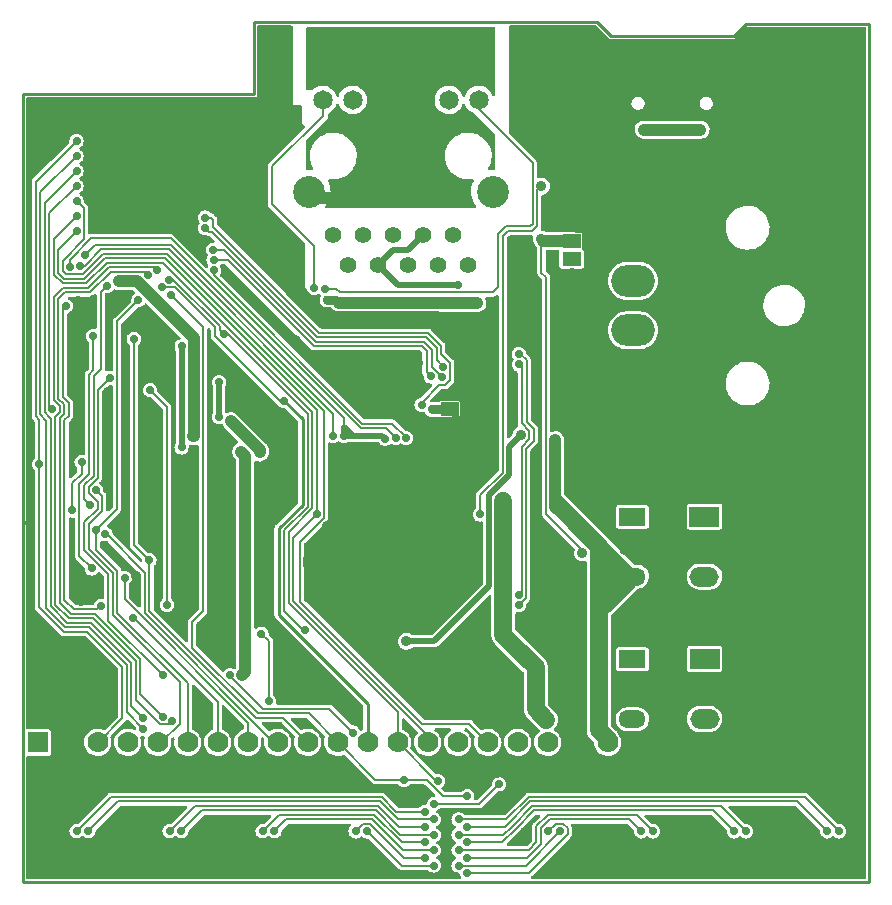
<source format=gbr>
%TF.GenerationSoftware,KiCad,Pcbnew,(6.0.8)*%
%TF.CreationDate,2023-03-02T15:21:56+03:00*%
%TF.ProjectId,ESP32-DEVKIT-L,45535033-322d-4444-9556-4b49542d4c2e,1*%
%TF.SameCoordinates,PX4260300PY8558f68*%
%TF.FileFunction,Copper,L2,Bot*%
%TF.FilePolarity,Positive*%
%FSLAX46Y46*%
G04 Gerber Fmt 4.6, Leading zero omitted, Abs format (unit mm)*
G04 Created by KiCad (PCBNEW (6.0.8)) date 2023-03-02 15:21:56*
%MOMM*%
%LPD*%
G01*
G04 APERTURE LIST*
G04 Aperture macros list*
%AMRoundRect*
0 Rectangle with rounded corners*
0 $1 Rounding radius*
0 $2 $3 $4 $5 $6 $7 $8 $9 X,Y pos of 4 corners*
0 Add a 4 corners polygon primitive as box body*
4,1,4,$2,$3,$4,$5,$6,$7,$8,$9,$2,$3,0*
0 Add four circle primitives for the rounded corners*
1,1,$1+$1,$2,$3*
1,1,$1+$1,$4,$5*
1,1,$1+$1,$6,$7*
1,1,$1+$1,$8,$9*
0 Add four rect primitives between the rounded corners*
20,1,$1+$1,$2,$3,$4,$5,0*
20,1,$1+$1,$4,$5,$6,$7,0*
20,1,$1+$1,$6,$7,$8,$9,0*
20,1,$1+$1,$8,$9,$2,$3,0*%
G04 Aperture macros list end*
%TA.AperFunction,Profile*%
%ADD10C,0.254000*%
%TD*%
%TA.AperFunction,ComponentPad*%
%ADD11C,1.200000*%
%TD*%
%TA.AperFunction,ComponentPad*%
%ADD12C,6.300000*%
%TD*%
%TA.AperFunction,ComponentPad*%
%ADD13C,1.300000*%
%TD*%
%TA.AperFunction,ComponentPad*%
%ADD14C,2.000000*%
%TD*%
%TA.AperFunction,ComponentPad*%
%ADD15R,0.400000X0.400000*%
%TD*%
%TA.AperFunction,ComponentPad*%
%ADD16R,1.422400X1.422400*%
%TD*%
%TA.AperFunction,ComponentPad*%
%ADD17C,1.410000*%
%TD*%
%TA.AperFunction,ComponentPad*%
%ADD18C,1.650000*%
%TD*%
%TA.AperFunction,ComponentPad*%
%ADD19C,2.700000*%
%TD*%
%TA.AperFunction,ComponentPad*%
%ADD20R,1.778000X1.778000*%
%TD*%
%TA.AperFunction,ComponentPad*%
%ADD21C,1.778000*%
%TD*%
%TA.AperFunction,ComponentPad*%
%ADD22R,2.300000X1.500000*%
%TD*%
%TA.AperFunction,ComponentPad*%
%ADD23O,2.300000X1.500000*%
%TD*%
%TA.AperFunction,ComponentPad*%
%ADD24R,2.500000X1.700000*%
%TD*%
%TA.AperFunction,ComponentPad*%
%ADD25O,2.500000X1.700000*%
%TD*%
%TA.AperFunction,ComponentPad*%
%ADD26RoundRect,0.250001X-1.599999X1.099999X-1.599999X-1.099999X1.599999X-1.099999X1.599999X1.099999X0*%
%TD*%
%TA.AperFunction,ComponentPad*%
%ADD27O,3.700000X2.700000*%
%TD*%
%TA.AperFunction,ComponentPad*%
%ADD28O,1.200000X2.200000*%
%TD*%
%TA.AperFunction,ComponentPad*%
%ADD29O,1.300000X2.000000*%
%TD*%
%TA.AperFunction,SMDPad,CuDef*%
%ADD30R,1.600200X1.168400*%
%TD*%
%TA.AperFunction,ViaPad*%
%ADD31C,0.900000*%
%TD*%
%TA.AperFunction,ViaPad*%
%ADD32C,0.700000*%
%TD*%
%TA.AperFunction,ViaPad*%
%ADD33C,0.750000*%
%TD*%
%TA.AperFunction,Conductor*%
%ADD34C,1.524000*%
%TD*%
%TA.AperFunction,Conductor*%
%ADD35C,0.203200*%
%TD*%
%TA.AperFunction,Conductor*%
%ADD36C,0.254000*%
%TD*%
%TA.AperFunction,Conductor*%
%ADD37C,0.508000*%
%TD*%
%TA.AperFunction,Conductor*%
%ADD38C,1.778000*%
%TD*%
%TA.AperFunction,Conductor*%
%ADD39C,0.406400*%
%TD*%
%TA.AperFunction,Conductor*%
%ADD40C,0.762000*%
%TD*%
%TA.AperFunction,Conductor*%
%ADD41C,1.016000*%
%TD*%
%TA.AperFunction,Conductor*%
%ADD42C,1.270000*%
%TD*%
G04 APERTURE END LIST*
D10*
X48650000Y72773492D02*
X49770000Y71659000D01*
X48650000Y72773492D02*
X19554000Y72769000D01*
X-4000Y66673000D02*
X0Y0D01*
X61200000Y72675000D02*
X71675000Y72675000D01*
X19554000Y66673000D02*
X19554000Y72769000D01*
X60184000Y71659000D02*
X61200000Y72675000D01*
X49770000Y71659000D02*
X60184000Y71659000D01*
X71675000Y72675000D02*
X71675000Y0D01*
X-4000Y66673000D02*
X19554000Y66673000D01*
X0Y0D02*
X71675000Y0D01*
D11*
X5203000Y19175000D03*
X1901000Y15746000D03*
X5203000Y15873000D03*
X3552000Y15111000D03*
X1139000Y17524000D03*
X3552000Y19937000D03*
X5965000Y17524000D03*
X1901000Y19175000D03*
D12*
X3552000Y17524000D03*
D13*
X11210000Y57742000D03*
X7610000Y59542000D03*
X11210000Y59542000D03*
X11210000Y55942000D03*
X7610000Y55942000D03*
D14*
X9410000Y57742000D03*
D13*
X9410000Y55942000D03*
X7610000Y57742000D03*
X9410000Y59542000D03*
D15*
X29849000Y40481000D03*
X29049000Y42281000D03*
D16*
X30349000Y41781000D03*
D15*
X30849000Y40481000D03*
X29049000Y41281000D03*
X31649000Y41281000D03*
X29849000Y43081000D03*
X30849000Y43081000D03*
X31649000Y42281000D03*
D17*
X36455000Y54766000D03*
X35185000Y52226000D03*
X33915000Y54766000D03*
X32645000Y52226000D03*
X31375000Y54766000D03*
X30105000Y52226000D03*
X28835000Y54766000D03*
X27565000Y52226000D03*
D18*
X27930000Y66214500D03*
X38610000Y66214500D03*
D19*
X39800000Y58416000D03*
X24200000Y58416000D03*
D18*
X25390000Y66214500D03*
X36070000Y66214500D03*
D11*
X45081000Y70356000D03*
X45081000Y66927000D03*
X49145000Y68705000D03*
X48383000Y70356000D03*
X44319000Y68705000D03*
X48383000Y67054000D03*
X46732000Y71118000D03*
D12*
X46732000Y68705000D03*
D11*
X46732000Y66292000D03*
D20*
X1266000Y11809000D03*
D21*
X3806000Y11809000D03*
X6346000Y11809000D03*
X8886000Y11809000D03*
X11426000Y11809000D03*
X13966000Y11809000D03*
X16506000Y11809000D03*
X19046000Y11809000D03*
X21586000Y11809000D03*
X24126000Y11809000D03*
X26666000Y11809000D03*
X29206000Y11809000D03*
X31746000Y11809000D03*
X34286000Y11809000D03*
X36826000Y11809000D03*
X39366000Y11809000D03*
X41906000Y11809000D03*
X44446000Y11809000D03*
X46986000Y11809000D03*
X49526000Y11809000D03*
D17*
X26300000Y54775000D03*
D22*
X51610000Y30925000D03*
D23*
X51610000Y28385000D03*
X51610000Y25845000D03*
D22*
X51610000Y18850000D03*
D23*
X51610000Y16310000D03*
X51610000Y13770000D03*
D24*
X57725000Y18875000D03*
D25*
X57725000Y16335000D03*
X57725000Y13795000D03*
D24*
X57717500Y30935000D03*
D25*
X57717500Y28395000D03*
X57717500Y25855000D03*
D26*
X57165000Y50900000D03*
D27*
X57165000Y46700000D03*
X51665000Y50900000D03*
X51665000Y46700000D03*
D28*
X59295000Y65420000D03*
D29*
X59295000Y69600000D03*
D28*
X50655000Y65420000D03*
D29*
X50655000Y69600000D03*
D17*
X37715000Y52225000D03*
D26*
X57165000Y50900000D03*
D27*
X57165000Y46700000D03*
X51665000Y50900000D03*
X51665000Y46700000D03*
D30*
X36135488Y38539500D03*
X36135488Y38539500D03*
X36135488Y40063500D03*
X46475000Y52763000D03*
X46475000Y52763000D03*
X46475000Y54287000D03*
D31*
X14380071Y38372992D03*
X32130000Y24381000D03*
X33400000Y28948000D03*
X32130000Y30091000D03*
X33400000Y30091000D03*
X34670000Y28948000D03*
X32130000Y28948000D03*
X34670000Y30091000D03*
X34670000Y24378000D03*
X32130000Y23235000D03*
X38480000Y28945000D03*
X38480000Y30088000D03*
X32130000Y22088000D03*
X35940000Y28945000D03*
X35940000Y30088000D03*
X37210000Y30088000D03*
X37210000Y28945000D03*
X20570000Y66548000D03*
X35940000Y24378000D03*
X3400000Y65468000D03*
X4680000Y65478000D03*
X30860000Y22088000D03*
X30860000Y23235000D03*
X29590000Y24378000D03*
X20570000Y67818000D03*
X30860000Y24382000D03*
X46920000Y39553000D03*
X13585000Y56623000D03*
X9765000Y61698000D03*
X46470000Y50273000D03*
X41620000Y46033000D03*
X13575000Y62968000D03*
X14845000Y62973000D03*
X20323700Y65490519D03*
X45650000Y45898000D03*
X46920000Y45898000D03*
X30857000Y28952000D03*
X43459261Y42348000D03*
X45650000Y40823000D03*
X7230000Y64213000D03*
D32*
X36318004Y37588000D03*
D31*
X45200000Y50273000D03*
X22094000Y65147000D03*
X7230000Y62943000D03*
X16115000Y64248000D03*
X22094000Y70354000D03*
X41625000Y49838000D03*
X46920000Y43358000D03*
X4695000Y44192000D03*
X41450000Y42443000D03*
X12325000Y59163000D03*
X33524000Y38858000D03*
X29206000Y35175000D03*
X20570000Y48129000D03*
X7230000Y61673000D03*
X41625000Y47298000D03*
X46920000Y42088000D03*
X28317000Y28952000D03*
X8500000Y61673000D03*
X45650000Y39553000D03*
X39747000Y45589000D03*
X44940000Y20738000D03*
X45200000Y51523000D03*
X43475000Y39823000D03*
X21967000Y51685000D03*
X14845000Y64248000D03*
X14855000Y57893000D03*
X16125000Y61703000D03*
X44812500Y56173000D03*
X41625000Y51108000D03*
X41450000Y39903000D03*
X12325000Y55353000D03*
X43475000Y43573000D03*
X42895000Y53643000D03*
X41625000Y48568000D03*
X45195000Y49008000D03*
D32*
X32761988Y44446000D03*
D31*
X12305000Y64238000D03*
X12315000Y60433000D03*
X22094000Y71624000D03*
D32*
X33524000Y43938000D03*
D31*
X11035000Y64238000D03*
X23110000Y65147000D03*
X7489000Y49399000D03*
X12325000Y57893000D03*
X42895000Y49838000D03*
X46920000Y44628000D03*
X23070479Y45803479D03*
X46470000Y51523000D03*
X17385000Y65498000D03*
X16115000Y62973000D03*
X41625000Y52373000D03*
X22957600Y51685000D03*
D32*
X631000Y23491000D03*
D31*
X34635525Y21610100D03*
X8500000Y65483000D03*
X43684000Y28063000D03*
X42895000Y47298000D03*
X13585000Y60433000D03*
X9765000Y64238000D03*
X14855000Y59163000D03*
X46920000Y40823000D03*
X11035000Y61698000D03*
X9765000Y65508000D03*
X13585000Y57893000D03*
X11035000Y65508000D03*
X8568500Y49399561D03*
X39154589Y34343411D03*
D32*
X631000Y27555000D03*
D31*
X25015000Y48065500D03*
X11035000Y62968000D03*
X4905900Y23813898D03*
X44700000Y28063000D03*
X14845000Y65498000D03*
X13575000Y65508000D03*
X41625000Y53643000D03*
X13585000Y55353000D03*
X46925000Y47163000D03*
X36826000Y45716000D03*
X14855000Y60433000D03*
X45650000Y42088000D03*
X4695000Y45462000D03*
X33524000Y37715000D03*
X41450000Y41173000D03*
X36826000Y44700000D03*
X39747000Y43303000D03*
X12305000Y65508000D03*
X16115000Y65498000D03*
X8500000Y64213000D03*
X22147260Y37868000D03*
X12305000Y62968000D03*
X13585000Y59163000D03*
X39747000Y44446000D03*
X4695000Y49145000D03*
X45650000Y43358000D03*
X42895000Y51108000D03*
X14855000Y61718000D03*
X4568000Y37587848D03*
X45650000Y44628000D03*
X13575000Y64238000D03*
X7230000Y65483000D03*
X12305000Y61698000D03*
X42895000Y52373000D03*
X43352843Y34630393D03*
X43459261Y41078000D03*
X44065000Y63623000D03*
X41652000Y71243000D03*
X45335000Y62353000D03*
X39747000Y38731000D03*
X27047000Y30095000D03*
X20570000Y71624000D03*
X5960000Y65483000D03*
X46605000Y61083000D03*
X39747000Y46732000D03*
X44065000Y62353000D03*
X41652000Y65528000D03*
X9770000Y62943000D03*
X8500000Y62943000D03*
X25777000Y28952000D03*
X39747000Y39874000D03*
X44050000Y61098000D03*
X28317000Y30095000D03*
X27047000Y28952000D03*
X39747000Y41017000D03*
X25777000Y30095000D03*
X30857000Y30095000D03*
X39747000Y42160000D03*
X13585000Y61718000D03*
X39747000Y47875000D03*
X46605000Y62353000D03*
X20570000Y69084000D03*
X44065000Y64893000D03*
X45335000Y64893000D03*
X45335000Y61083000D03*
X41652000Y67433000D03*
D32*
X34540000Y37588000D03*
D31*
X42895000Y48568000D03*
X29587000Y28952000D03*
X29587000Y30095000D03*
X42795000Y64893000D03*
X45335000Y63623000D03*
X12325000Y56623000D03*
X41652000Y69338000D03*
X39747000Y49018000D03*
X644186Y30348000D03*
D32*
X35429000Y37588000D03*
D31*
X37207000Y24380000D03*
X20570000Y70354000D03*
X14015299Y24177800D03*
X55150000Y28385000D03*
X61490000Y30950000D03*
X60185000Y18845000D03*
X67805000Y17590000D03*
X65290000Y12515000D03*
X69090000Y11235000D03*
X69080000Y32220000D03*
X60205000Y16295000D03*
X63985000Y20130000D03*
X62760000Y12505000D03*
X65280000Y33500000D03*
X55185000Y23310000D03*
X60205000Y17565000D03*
X64005000Y15040000D03*
X64030000Y12505000D03*
X61455000Y21390000D03*
X53915000Y23310000D03*
X67830000Y29690000D03*
X57655000Y21375000D03*
X61490000Y29680000D03*
X69090000Y29680000D03*
X61480000Y32220000D03*
X56400000Y21375000D03*
X69090000Y12505000D03*
X61490000Y13775000D03*
X56430000Y11210000D03*
X64030000Y13775000D03*
X62760000Y13775000D03*
D32*
X40174428Y9133880D03*
D31*
X70355000Y33490000D03*
X69115000Y23335000D03*
X61490000Y12505000D03*
X56425000Y33475000D03*
X69090000Y28410000D03*
X66535000Y17590000D03*
X65290000Y13785000D03*
X69055000Y21390000D03*
X17680000Y42740000D03*
X67825000Y33510000D03*
X62735000Y16310000D03*
X67855000Y24615000D03*
X21366779Y35096779D03*
X64005000Y16310000D03*
X70360000Y30950000D03*
X61465000Y16310000D03*
X65265000Y17590000D03*
X58220000Y4230000D03*
X62755000Y32220000D03*
X12461090Y45243100D03*
X61515000Y25875000D03*
X61455000Y20120000D03*
X65315000Y23345000D03*
X70360000Y28410000D03*
X60230000Y11220000D03*
X58955000Y33475000D03*
X60230000Y28395000D03*
X64000000Y21400000D03*
X69055000Y20120000D03*
X65265000Y18860000D03*
X66560000Y30960000D03*
X70385000Y24605000D03*
X70355000Y32220000D03*
X60230000Y27125000D03*
X62755000Y33490000D03*
X64055000Y24605000D03*
X61515000Y24605000D03*
X67810000Y30970000D03*
X64030000Y28410000D03*
X64030000Y29680000D03*
X67810000Y32240000D03*
X16603499Y22239588D03*
X60210000Y30945000D03*
X10420000Y4215669D03*
X67830000Y11245000D03*
X66530000Y21400000D03*
X70330000Y21390000D03*
X70330000Y20120000D03*
X2560000Y4220000D03*
X67855000Y23345000D03*
X63985000Y18860000D03*
X55160000Y11210000D03*
X70335000Y16310000D03*
X15064589Y21704589D03*
X53890000Y11210000D03*
X57680000Y33475000D03*
X61515000Y23335000D03*
X42489227Y4220000D03*
X57690000Y11220000D03*
X69065000Y18850000D03*
X66560000Y12515000D03*
X66560000Y13785000D03*
X67785000Y18870000D03*
X65255000Y21400000D03*
X61490000Y27140000D03*
X64030000Y27140000D03*
X62785000Y24605000D03*
X64025000Y33500000D03*
X69080000Y33490000D03*
X69090000Y27140000D03*
X20580000Y24670000D03*
X57715000Y23320000D03*
X66535000Y16320000D03*
X66560000Y15055000D03*
X55135000Y16285000D03*
X61465000Y18850000D03*
X65315000Y24615000D03*
X20653228Y22336328D03*
X61490000Y28410000D03*
X65290000Y29690000D03*
X70360000Y13775000D03*
X56455000Y23310000D03*
X62735000Y17580000D03*
X62785000Y27145000D03*
X70335000Y17580000D03*
X66585000Y25885000D03*
X66555000Y32230000D03*
X64005000Y17580000D03*
X60255000Y25860000D03*
X60205000Y15025000D03*
D32*
X5971100Y49346601D03*
D31*
X62760000Y30950000D03*
X62760000Y28410000D03*
X69090000Y30950000D03*
X62785000Y23335000D03*
X66530000Y20130000D03*
X70360000Y12505000D03*
X25380000Y16970000D03*
X61480000Y33490000D03*
X65255000Y20130000D03*
X69115000Y25875000D03*
X61465000Y15040000D03*
X50340000Y4230000D03*
X65280000Y32230000D03*
X67830000Y12515000D03*
X62785000Y25875000D03*
X70360000Y29680000D03*
X64030000Y11235000D03*
X53880000Y28385000D03*
X60255000Y23320000D03*
X65290000Y11245000D03*
X60225000Y33485000D03*
X62760000Y11235000D03*
X67830000Y27150000D03*
X64010000Y30960000D03*
X70385000Y25875000D03*
X62760000Y15045000D03*
X66560000Y29690000D03*
X64010000Y32230000D03*
X65315000Y25885000D03*
X35774009Y5859842D03*
X65290000Y27150000D03*
X26170000Y4216721D03*
X60230000Y29665000D03*
X62730000Y21390000D03*
X60200000Y21385000D03*
X53880000Y33465000D03*
X67805000Y15050000D03*
X69090000Y13775000D03*
X9609195Y25870474D03*
X62760000Y29680000D03*
X60255000Y24590000D03*
X62730000Y20120000D03*
X67830000Y28420000D03*
X69065000Y15040000D03*
X53855000Y21365000D03*
X58930000Y21375000D03*
X69065000Y16310000D03*
X55130000Y21365000D03*
X70335000Y18850000D03*
X60230000Y13760000D03*
X55155000Y33465000D03*
X7225961Y41504039D03*
X66555000Y33500000D03*
X60230000Y12490000D03*
X65290000Y28420000D03*
X70385000Y23335000D03*
X61465000Y17580000D03*
X66585000Y24615000D03*
X66560000Y11245000D03*
X67830000Y13785000D03*
X67800000Y21410000D03*
X58960000Y11220000D03*
X69115000Y24605000D03*
X58985000Y23320000D03*
X66100000Y4230000D03*
X60185000Y20115000D03*
X66585000Y27155000D03*
X70360000Y11235000D03*
X67855000Y25885000D03*
X61490000Y11235000D03*
X69065000Y17580000D03*
X64055000Y25875000D03*
X66535000Y18860000D03*
X65265000Y16320000D03*
X67785000Y20140000D03*
X70360000Y15045000D03*
X66585000Y23345000D03*
X36336128Y16343872D03*
X67805000Y16320000D03*
X62735000Y18850000D03*
X70385000Y27145000D03*
X18298234Y4212649D03*
X65290000Y30960000D03*
X64055000Y23335000D03*
X60210000Y32215000D03*
X66560000Y28420000D03*
X65265000Y15050000D03*
X53865000Y16285000D03*
X18851351Y23366097D03*
D32*
X14474000Y42797000D03*
D31*
X40690000Y32256000D03*
X8180000Y50860000D03*
X44300000Y13730000D03*
X18590000Y17500000D03*
X18500000Y36440000D03*
X43430000Y14603000D03*
D32*
X20840000Y15280551D03*
X1373596Y35360000D03*
X20208300Y21020000D03*
X4550000Y62736000D03*
X36826000Y50544000D03*
X29714000Y49020000D03*
D31*
X33970000Y49020000D03*
X38477000Y49020000D03*
D33*
X25777000Y49274000D03*
D31*
X42159976Y37844020D03*
D32*
X57375000Y63700000D03*
D31*
X32480000Y20380000D03*
D32*
X52575000Y63700000D03*
X25559530Y50187798D03*
X24666301Y50321179D03*
X4155440Y31450000D03*
X4980000Y35538700D03*
X10783480Y41634700D03*
X12202865Y23472700D03*
X4550000Y57656000D03*
D31*
X45081000Y32764000D03*
X48775000Y17775000D03*
X45081000Y34796000D03*
X45081000Y33780000D03*
D32*
X12548555Y49657751D03*
X37630000Y7240000D03*
X32287950Y8614224D03*
X4550000Y60196000D03*
X10159519Y13895438D03*
X10189840Y12975717D03*
X4550000Y61466000D03*
X4550000Y56386000D03*
X35145630Y8547045D03*
D31*
X20070000Y36360000D03*
X17649000Y38987000D03*
D32*
X16633000Y39367980D03*
X16633000Y42289000D03*
X17554700Y17500000D03*
X11840211Y17500211D03*
X4550000Y58926000D03*
X27948670Y12640081D03*
X7361100Y42670000D03*
X2479143Y40010000D03*
X17000543Y46411091D03*
X23900000Y21314700D03*
X12401455Y50997029D03*
X11847164Y13987300D03*
X10600358Y51399500D03*
X13438190Y45337000D03*
X13440000Y36790000D03*
X6208900Y33188293D03*
X6210000Y29820300D03*
X9793926Y49269812D03*
X11397444Y51785274D03*
X12674333Y13641251D03*
X26284996Y37780500D03*
X4876919Y52140990D03*
X27174000Y37780500D03*
X5240429Y53043317D03*
X30692412Y37537485D03*
X4003187Y52061931D03*
X31566595Y37617220D03*
X16184289Y51771382D03*
X32443985Y37590000D03*
X7133800Y50463101D03*
X5712747Y31897853D03*
X7000251Y29439300D03*
X9394000Y45972000D03*
X10719095Y27241700D03*
X6600000Y23366000D03*
X9336254Y22322491D03*
X3622686Y48766000D03*
X5965000Y46226000D03*
X8620300Y25750000D03*
X5838000Y26540998D03*
X24869536Y31110464D03*
X38714930Y31113000D03*
X4550000Y55100000D03*
D31*
X43912500Y58900000D03*
D32*
X15427114Y55370000D03*
X35561367Y43637483D03*
X16150053Y52648526D03*
X34539439Y42796439D03*
X16116035Y53525679D03*
X35514546Y42711454D03*
X15418726Y56251734D03*
X33758712Y40376700D03*
X11808376Y50349872D03*
X22126611Y40740917D03*
X12430000Y4290000D03*
X34090000Y4640000D03*
X34790000Y3990000D03*
X13430000Y4290000D03*
X34090000Y3340000D03*
X20308234Y4290126D03*
X34790000Y2690000D03*
X21300000Y4290126D03*
X34090000Y2040000D03*
X28170000Y4286721D03*
X29170000Y4286721D03*
X34790000Y1390000D03*
X37600000Y740000D03*
X44490000Y4283893D03*
X36900000Y1390000D03*
X45490000Y4283893D03*
X52360000Y4284115D03*
X37600000Y2040000D03*
X53360000Y4284115D03*
X36900000Y2690000D03*
X37600000Y3340000D03*
X60230000Y4285112D03*
X61230000Y4285112D03*
X36900000Y3990000D03*
D31*
X33905000Y71245000D03*
X30095000Y71245000D03*
X28190000Y69340000D03*
X33905000Y67435000D03*
X33905000Y59815000D03*
X32000000Y69340000D03*
X30095000Y63625000D03*
X30095000Y67435000D03*
X32000000Y61720000D03*
X28190000Y57910000D03*
X35810000Y57910000D03*
X38350000Y69340000D03*
X32000000Y65530000D03*
X25650000Y69340000D03*
X36445000Y64260000D03*
X35810000Y69340000D03*
X32000000Y57910000D03*
X33905000Y63625000D03*
X27555000Y64260000D03*
X30095000Y59815000D03*
X26920000Y71245000D03*
X37080000Y71245000D03*
D32*
X34675000Y40000000D03*
X68110000Y4285000D03*
X37600000Y4640000D03*
X36900000Y5290000D03*
X69110000Y4285000D03*
X40304333Y8266251D03*
X34800000Y6590000D03*
X41993816Y44702000D03*
X41979830Y23432698D03*
X42032439Y43812439D03*
X41981100Y24310000D03*
D31*
X43912500Y54450000D03*
X47367597Y27872897D03*
D32*
X34090000Y5940000D03*
X4560000Y4290000D03*
X34790000Y5290000D03*
X5560000Y4290000D03*
D34*
X33043100Y39086900D02*
X30349000Y41781000D01*
X33297100Y39086900D02*
X33043100Y39086900D01*
X34032000Y28700000D02*
X34032000Y38352000D01*
X34032000Y38352000D02*
X33297100Y39086900D01*
D35*
X15913700Y56251734D02*
X15418726Y56251734D01*
X16119401Y56046033D02*
X15913700Y56251734D01*
X16119401Y55486613D02*
X16119401Y56046033D01*
X25100571Y46505443D02*
X16119401Y55486613D01*
X34289547Y46505443D02*
X25100571Y46505443D01*
X35429000Y45365990D02*
X34289547Y46505443D01*
X35429000Y44702000D02*
X35429000Y45365990D01*
X36190767Y43940233D02*
X35429000Y44702000D01*
X36190767Y42497568D02*
X36190767Y43940233D01*
X35775253Y42082054D02*
X36190767Y42497568D01*
X33758712Y40586927D02*
X35253839Y42082054D01*
X33758712Y40376700D02*
X33758712Y40586927D01*
X35253839Y42082054D02*
X35775253Y42082054D01*
X12849372Y50349872D02*
X11808376Y50349872D01*
X16255599Y46222416D02*
X16255599Y46943645D01*
X21737098Y40740917D02*
X16255599Y46222416D01*
X22126611Y40740917D02*
X21737098Y40740917D01*
D36*
X29206000Y15082672D02*
X29206000Y11800000D01*
X21687589Y22601083D02*
X29206000Y15082672D01*
X21687589Y29932176D02*
X21687589Y22601083D01*
X23701136Y31945723D02*
X21687589Y29932176D01*
X23701136Y39166392D02*
X23701136Y31945723D01*
D35*
X16255599Y46943645D02*
X12849372Y50349872D01*
D36*
X22126611Y40740917D02*
X23701136Y39166392D01*
D35*
X38628082Y6590000D02*
X34800000Y6590000D01*
X40304333Y8266251D02*
X38628082Y6590000D01*
X8426000Y13876000D02*
X6350000Y11800000D01*
X5455238Y21179498D02*
X8426000Y18208736D01*
X3456182Y21179498D02*
X5455238Y21179498D01*
X1373086Y23262594D02*
X3456182Y21179498D01*
X1373086Y35359490D02*
X1373086Y23262594D01*
X1373596Y35360000D02*
X1373086Y35359490D01*
X8426000Y18208736D02*
X8426000Y13876000D01*
X1469232Y58385232D02*
X4550000Y61466000D01*
X3614012Y21560498D02*
X2002496Y23172014D01*
X5613054Y21560498D02*
X3614012Y21560498D01*
X1469232Y39590988D02*
X1469232Y58385232D01*
X8807000Y18366552D02*
X5613054Y21560498D01*
X8807000Y14358557D02*
X8807000Y18366552D01*
X10189840Y12975717D02*
X8807000Y14358557D01*
X2002496Y23172014D02*
X2002496Y39057724D01*
X2002496Y39057724D02*
X1469232Y39590988D01*
X1850243Y57496243D02*
X4550000Y60196000D01*
X1850243Y39748793D02*
X1850243Y57496243D01*
X2218436Y39380600D02*
X1850243Y39748793D01*
X2219400Y39380600D02*
X2218436Y39380600D01*
X2383507Y23329833D02*
X2383507Y39216493D01*
X9188000Y18524368D02*
X5770870Y21941498D01*
X5770870Y21941498D02*
X3771842Y21941498D01*
X2383507Y39216493D02*
X2219400Y39380600D01*
X9188000Y14866957D02*
X9188000Y18524368D01*
X3771842Y21941498D02*
X2383507Y23329833D01*
X10159519Y13895438D02*
X9188000Y14866957D01*
X12390982Y13357900D02*
X12674333Y13641251D01*
X11586457Y13357900D02*
X12390982Y13357900D01*
X9569000Y15375357D02*
X11586457Y13357900D01*
X5928686Y22322498D02*
X9569000Y18682184D01*
X3929672Y22322498D02*
X5928686Y22322498D01*
X2764518Y23487652D02*
X3929672Y22322498D01*
X2764518Y39405268D02*
X2764518Y23487652D01*
X3109064Y39749814D02*
X2764518Y39405268D01*
X9569000Y18682184D02*
X9569000Y15375357D01*
X3109064Y40270936D02*
X3109064Y39749814D01*
X2612265Y49508010D02*
X2612265Y40767735D01*
X3394224Y50289969D02*
X2612265Y49508010D01*
X5531745Y50289969D02*
X3394224Y50289969D01*
X7270176Y52028400D02*
X5531745Y50289969D01*
X2612265Y40767735D02*
X3109064Y40270936D01*
X11397444Y51785274D02*
X11154318Y52028400D01*
X11154318Y52028400D02*
X7270176Y52028400D01*
X10352458Y51647400D02*
X10600358Y51399500D01*
X7427992Y51647400D02*
X10352458Y51647400D01*
X5689550Y49908958D02*
X7427992Y51647400D01*
X3552043Y49908958D02*
X5689550Y49908958D01*
X2993276Y49350191D02*
X3552043Y49908958D01*
X2993276Y40925540D02*
X2993276Y49350191D01*
X3490075Y40428741D02*
X2993276Y40925540D01*
X3145529Y23645471D02*
X3145529Y39247463D01*
X3490075Y39592009D02*
X3490075Y40428741D01*
X6086502Y22703498D02*
X4087502Y22703498D01*
X9950000Y18840000D02*
X6086502Y22703498D01*
X4087502Y22703498D02*
X3145529Y23645471D01*
X3145529Y39247463D02*
X3490075Y39592009D01*
X9950000Y15884464D02*
X9950000Y18840000D01*
X11847164Y13987300D02*
X9950000Y15884464D01*
X6371400Y41680300D02*
X7361100Y42670000D01*
X6371400Y34240900D02*
X6371400Y41680300D01*
X5579500Y33449000D02*
X6371400Y34240900D01*
X5579500Y32920500D02*
X5579500Y33449000D01*
X6342147Y32157853D02*
X5579500Y32920500D01*
X6342147Y31592147D02*
X6342147Y32157853D01*
X5199600Y30449600D02*
X6342147Y31592147D01*
X7229400Y22111022D02*
X7229400Y26039705D01*
X7229400Y26039705D02*
X5199600Y28069505D01*
X11840211Y17500211D02*
X7229400Y22111022D01*
X5199600Y28069505D02*
X5199600Y30449600D01*
X11732189Y11809000D02*
X11426000Y11809000D01*
X13303733Y13380544D02*
X11732189Y11809000D01*
X7610400Y26197520D02*
X7610400Y22619422D01*
X5580600Y28227320D02*
X7610400Y26197520D01*
X13303733Y16926089D02*
X13303733Y13380544D01*
X5580600Y30291784D02*
X5580600Y28227320D01*
X6723147Y31434332D02*
X5580600Y30291784D01*
X7610400Y22619422D02*
X13303733Y16926089D01*
X6723147Y32674046D02*
X6723147Y31434332D01*
X6208900Y33188293D02*
X6723147Y32674046D01*
X13966000Y16802638D02*
X13966000Y11800000D01*
X7991400Y26355335D02*
X7991400Y22777238D01*
X6210000Y29820300D02*
X6210000Y28136735D01*
X6210000Y28136735D02*
X7991400Y26355335D01*
X7991400Y22777238D02*
X13966000Y16802638D01*
D37*
X13440000Y36790000D02*
X13438190Y36791810D01*
X13438190Y36791810D02*
X13438190Y45337000D01*
D35*
X6318498Y23084498D02*
X6600000Y23366000D01*
X3526540Y23899460D02*
X4341502Y23084498D01*
X3871086Y40586546D02*
X3871086Y39434204D01*
X3425000Y41032632D02*
X3871086Y40586546D01*
X3425000Y48568314D02*
X3425000Y41032632D01*
X3871086Y39434204D02*
X3526540Y39089658D01*
X4341502Y23084498D02*
X6318498Y23084498D01*
X3622686Y48766000D02*
X3425000Y48568314D01*
X3526540Y39089658D02*
X3526540Y23899460D01*
D38*
X38223000Y40257000D02*
X38223000Y42162000D01*
D39*
X38223000Y38606000D02*
X37588000Y38606000D01*
X37588000Y38606000D02*
X38223000Y38606000D01*
D38*
X38223000Y38606000D02*
X38223000Y40257000D01*
D40*
X13204000Y32383000D02*
X13204000Y31367000D01*
D41*
X34032000Y24382000D02*
X34032000Y27176000D01*
X28317000Y28954000D02*
X30857000Y28954000D01*
X34032000Y27176000D02*
X34032000Y28700000D01*
X14855000Y61720000D02*
X14855000Y61653000D01*
X14855000Y61653000D02*
X13043200Y59841200D01*
X21459000Y70356000D02*
X21459000Y71626000D01*
D37*
X38223000Y42162000D02*
X38604000Y42289000D01*
X38604000Y42289000D02*
X38223000Y42162000D01*
D41*
X43684000Y28065000D02*
X44700000Y28065000D01*
D37*
X631000Y23493000D02*
X631000Y13714000D01*
X631000Y27557000D02*
X631000Y23493000D01*
D41*
X30349000Y41781000D02*
X26969000Y41781000D01*
X20570000Y24660000D02*
X20570000Y22983604D01*
X33905000Y24382000D02*
X35936992Y24382000D01*
X17680000Y42740000D02*
X22510000Y37910000D01*
D34*
X46986000Y11809000D02*
X46986000Y13968000D01*
D38*
X16360595Y57929801D02*
X13367001Y57929801D01*
D40*
X36127500Y38542500D02*
X36127500Y38288500D01*
D34*
X34984500Y47559500D02*
X25523000Y47559500D01*
D40*
X36127500Y38542500D02*
X38159500Y38542500D01*
D37*
X12447990Y45230000D02*
X11520000Y45230000D01*
D36*
X33524000Y43940000D02*
X33016000Y44448000D01*
D38*
X38223000Y44321000D02*
X36826000Y45718000D01*
D41*
X31619000Y24382000D02*
X30349000Y25652000D01*
D37*
X12461090Y45243100D02*
X12447990Y45230000D01*
D38*
X38223000Y42162000D02*
X38223000Y44321000D01*
D37*
X3375000Y65450000D02*
X3415000Y65450000D01*
X609140Y33312411D02*
X554810Y33366741D01*
D41*
X35937000Y29081000D02*
X37715000Y29081000D01*
D34*
X23618000Y49464500D02*
X22957600Y50124900D01*
D41*
X23110000Y65149000D02*
X22094000Y65149000D01*
X35937000Y24382008D02*
X35936992Y24382000D01*
X13204000Y24509000D02*
X13204000Y32383000D01*
X20580000Y24670000D02*
X20570000Y24660000D01*
D42*
X21967000Y51687000D02*
X22957600Y50696400D01*
D41*
X3806000Y11809000D02*
X3806000Y14857000D01*
D37*
X609140Y33312411D02*
X631000Y33290551D01*
D41*
X34032000Y24382000D02*
X33905000Y24382000D01*
X22510000Y32840000D02*
X20580000Y30910000D01*
X23070479Y45679521D02*
X23070479Y45805479D01*
D36*
X33016000Y44448000D02*
X32761988Y44448000D01*
D40*
X36318004Y37590000D02*
X36318004Y38351996D01*
D39*
X38032504Y38415504D02*
X36558974Y38415504D01*
X36558974Y38415504D02*
X36064000Y38415504D01*
D42*
X22957600Y50696400D02*
X22957600Y50023986D01*
D41*
X24253000Y26795000D02*
X24253000Y27303000D01*
X29206000Y32256000D02*
X29206000Y35177000D01*
D40*
X36127500Y38288500D02*
X35429000Y37590000D01*
D41*
X3806000Y14857000D02*
X3552000Y15111000D01*
D37*
X3552000Y65313000D02*
X3552000Y65276000D01*
X37969000Y42162000D02*
X38223000Y42162000D01*
D40*
X36318004Y38351996D02*
X36127500Y38542500D01*
D41*
X26969000Y41781000D02*
X23070479Y45679521D01*
D40*
X38159500Y38542500D02*
X38223000Y38606000D01*
D34*
X36826000Y45718000D02*
X34984500Y47559500D01*
X21967000Y51687000D02*
X22957600Y51687000D01*
D41*
X34032000Y27176000D02*
X33143000Y27176000D01*
X33905000Y24382000D02*
X31619000Y24382000D01*
X22510000Y37910000D02*
X22510000Y32840000D01*
D38*
X21967000Y51687000D02*
X21967000Y52323396D01*
D37*
X3415000Y65450000D02*
X3552000Y65313000D01*
X554810Y33366741D02*
X554810Y62629810D01*
D34*
X25015000Y48067500D02*
X23058514Y50023986D01*
D38*
X21967000Y52323396D02*
X16360595Y57929801D01*
D34*
X25523000Y47559500D02*
X25015000Y48067500D01*
D38*
X13367001Y57929801D02*
X13043200Y57606000D01*
D40*
X36318004Y37590000D02*
X34540000Y37590000D01*
D42*
X22983000Y51687000D02*
X22957600Y51687000D01*
D41*
X24253000Y27303000D02*
X29206000Y32256000D01*
X20580000Y30910000D02*
X20580000Y24670000D01*
D37*
X554810Y62629810D02*
X3375000Y65450000D01*
D34*
X22957600Y50124900D02*
X22957600Y51687000D01*
D37*
X631000Y33290551D02*
X631000Y27557000D01*
D41*
X35937000Y26033000D02*
X35937000Y24382008D01*
X43430000Y14603000D02*
X43430000Y14600000D01*
D34*
X43430000Y18196302D02*
X41525000Y20101302D01*
X43430000Y14600000D02*
X44300000Y13730000D01*
X40690030Y32255970D02*
X40690030Y20936272D01*
D41*
X14474000Y37744000D02*
X14450000Y37720000D01*
X18851351Y17761351D02*
X18851351Y36088649D01*
D34*
X40690000Y32256000D02*
X40690030Y32255970D01*
D41*
X14474000Y42797000D02*
X14474000Y37744000D01*
X14474000Y46054581D02*
X14474000Y42797000D01*
X8180000Y50860000D02*
X9668581Y50860000D01*
D40*
X41562302Y20064000D02*
X41525000Y20101302D01*
D34*
X43430000Y14603000D02*
X43430000Y18196302D01*
D41*
X44300000Y13730000D02*
X43173000Y14857000D01*
X18851351Y36088649D02*
X18500000Y36440000D01*
X9668581Y50860000D02*
X14474000Y46054581D01*
X18590000Y17500000D02*
X18851351Y17761351D01*
D34*
X40690030Y20936272D02*
X41525000Y20101302D01*
D41*
X6350000Y11805000D02*
X6350000Y11800000D01*
D35*
X1373086Y35360510D02*
X1373086Y39148318D01*
X1088221Y59274221D02*
X4550000Y62736000D01*
X20840000Y15280551D02*
X20840000Y20388300D01*
X1088221Y39433183D02*
X1088221Y59274221D01*
D41*
X6346000Y11809000D02*
X6350000Y11805000D01*
D35*
X1373086Y39148318D02*
X1088221Y39433183D01*
X1373596Y35360000D02*
X1373086Y35360510D01*
X20840000Y20388300D02*
X20208300Y21020000D01*
D41*
X29714000Y49020000D02*
X26793000Y49020000D01*
D37*
X32614000Y53465000D02*
X31344000Y53465000D01*
X31344000Y53465000D02*
X30105000Y52226000D01*
D41*
X26793000Y49020000D02*
X26920000Y49020000D01*
D37*
X31787000Y50544000D02*
X36826000Y50544000D01*
D41*
X33970000Y49020000D02*
X29714000Y49020000D01*
D37*
X33915000Y54766000D02*
X32614000Y53465000D01*
X30105000Y52226000D02*
X31787000Y50544000D01*
D41*
X33970000Y49020000D02*
X38477000Y49020000D01*
D40*
X26539000Y49274000D02*
X25777000Y49274000D01*
X26793000Y49020000D02*
X26539000Y49274000D01*
D37*
X41169411Y34423699D02*
X41169411Y36853455D01*
D41*
X52575000Y63700000D02*
X57375000Y63700000D01*
D37*
X32480000Y20380000D02*
X34820000Y20380000D01*
X39496230Y25056230D02*
X39496230Y32750518D01*
X34820000Y20380000D02*
X39496230Y25056230D01*
X41169411Y36853455D02*
X42159976Y37844020D01*
X39496230Y32750518D02*
X41169411Y34423699D01*
D35*
X43176000Y55687500D02*
X42985500Y55497000D01*
X26559164Y50187798D02*
X25559530Y50187798D01*
D41*
X38610000Y66215000D02*
X38600000Y66225000D01*
X38610000Y66214500D02*
X38610000Y66215000D01*
D35*
X40255000Y54862000D02*
X40255000Y50353500D01*
X40890000Y55497000D02*
X40255000Y54862000D01*
X43176000Y60831000D02*
X43176000Y55687500D01*
X42985500Y55497000D02*
X40890000Y55497000D01*
X38600000Y66225000D02*
X38600000Y65407000D01*
X39810500Y49909000D02*
X26837962Y49909000D01*
X38600000Y65407000D02*
X43176000Y60831000D01*
X40255000Y50353500D02*
X39810500Y49909000D01*
X26837962Y49909000D02*
X26559164Y50187798D01*
X25390000Y64889000D02*
X21078000Y60577000D01*
X21078000Y57402000D02*
X24666301Y53813699D01*
X25390000Y66225000D02*
X25390000Y64889000D01*
X24666301Y53813699D02*
X24666301Y50321179D01*
D41*
X25390000Y66225000D02*
X25390000Y66214500D01*
D35*
X21078000Y60577000D02*
X21078000Y57402000D01*
X4155440Y31450000D02*
X4155440Y33748472D01*
X4984840Y35533860D02*
X4980000Y35538700D01*
X4984840Y34577872D02*
X4984840Y35533860D01*
X4155440Y33748472D02*
X4984840Y34577872D01*
X12202865Y40215315D02*
X10783480Y41634700D01*
X12202865Y23472700D02*
X12202865Y40215315D01*
X4550000Y57656000D02*
X5179400Y57026600D01*
X3374287Y52606098D02*
X3374287Y51737713D01*
X23465600Y28817128D02*
X25498936Y30850464D01*
X5179400Y54411211D02*
X3374287Y52606098D01*
X23465600Y23716839D02*
X23465600Y28817128D01*
X3374287Y51737713D02*
X3679000Y51433000D01*
X25498936Y39879758D02*
X12202020Y53176674D01*
X5179400Y57026600D02*
X5179400Y54411211D01*
X33821439Y13361000D02*
X23465600Y23716839D01*
X25498936Y30850464D02*
X25498936Y39879758D01*
X12202020Y53176674D02*
X6802002Y53176674D01*
X3679000Y51433000D02*
X4313998Y51433000D01*
X6802002Y53176674D02*
X5058328Y51433000D01*
X5058328Y51433000D02*
X4314000Y51433000D01*
X39375000Y11800000D02*
X37814000Y13361000D01*
X37814000Y13361000D02*
X33821439Y13361000D01*
D41*
X39366000Y11809000D02*
X39375000Y11800000D01*
X45081000Y32764000D02*
X45081000Y33780000D01*
X45081000Y34796000D02*
X45081000Y33780000D01*
D34*
X49526000Y11809000D02*
X49526000Y12063000D01*
D41*
X45090000Y35570000D02*
X45081000Y35561000D01*
D35*
X45081000Y33059000D02*
X45990000Y32150000D01*
D41*
X45081000Y32051175D02*
X45081000Y32637000D01*
D34*
X50352500Y24587500D02*
X48760000Y22995000D01*
X49526000Y12063000D02*
X48764000Y12825000D01*
D35*
X45081000Y33264000D02*
X45081000Y33780000D01*
D41*
X45081000Y32709000D02*
X45081000Y33780000D01*
X45375000Y32051175D02*
X45081000Y32051175D01*
D34*
X48764000Y28446000D02*
X48610000Y28600000D01*
X48764000Y12825000D02*
X48764000Y22739000D01*
D35*
X50332631Y26872631D02*
X50352500Y26852762D01*
D41*
X46210000Y30860000D02*
X45860000Y31210000D01*
X45081000Y37381000D02*
X45081000Y34796000D01*
D35*
X45090000Y35570000D02*
X45090000Y32773000D01*
X49640000Y24537000D02*
X48764000Y23661000D01*
D34*
X45375000Y31830262D02*
X50332631Y26872631D01*
X48764000Y23661000D02*
X48764000Y28446000D01*
D41*
X45636246Y31210000D02*
X45081000Y31765246D01*
D35*
X45060000Y31210000D02*
X45860000Y31210000D01*
X45081000Y33780000D02*
X45081000Y33059000D01*
D41*
X45081000Y35561000D02*
X45081000Y32345175D01*
D35*
X45375000Y33486000D02*
X45081000Y33780000D01*
D34*
X50332631Y26872631D02*
X51360262Y25845000D01*
D35*
X50190000Y26730000D02*
X50332631Y26872631D01*
D34*
X48760000Y22995000D02*
X48760000Y22170000D01*
D35*
X45081000Y33780000D02*
X44674600Y33373600D01*
D41*
X45081000Y34796000D02*
X45081000Y33145000D01*
X49640000Y27450000D02*
X49640000Y24537000D01*
X45081000Y31765246D02*
X45081000Y32764000D01*
D35*
X48750000Y28690000D02*
X48220000Y29220000D01*
X45081000Y32764000D02*
X45189000Y32764000D01*
D41*
X45106582Y31770000D02*
X45450000Y31770000D01*
D35*
X50352500Y26852762D02*
X50352500Y24587500D01*
X50190000Y25087000D02*
X50190000Y26730000D01*
X49640000Y24537000D02*
X50190000Y25087000D01*
X45189000Y32764000D02*
X45350000Y32925000D01*
D41*
X45860000Y31210000D02*
X45636246Y31210000D01*
D34*
X48764000Y22739000D02*
X48764000Y23661000D01*
D35*
X45090000Y32773000D02*
X45081000Y32764000D01*
D34*
X51360262Y25845000D02*
X51610000Y25845000D01*
X51610000Y25845000D02*
X50352500Y24587500D01*
D41*
X49520000Y27570000D02*
X49640000Y27450000D01*
X45081000Y32345175D02*
X45375000Y32051175D01*
D35*
X14762461Y22433989D02*
X14773989Y22433989D01*
X24204849Y14270151D02*
X19894442Y14270151D01*
X19894442Y14270151D02*
X14335189Y19829404D01*
X14773989Y22433989D02*
X15261400Y22921400D01*
X15261400Y46944906D02*
X12548555Y49657751D01*
X35562568Y7240000D02*
X34188344Y8614224D01*
X34188344Y8614224D02*
X32287950Y8614224D01*
X29860776Y8614224D02*
X26666000Y11809000D01*
X14335189Y19829404D02*
X14335189Y22006717D01*
X15261400Y22921400D02*
X15261400Y46944906D01*
X14335189Y22006717D02*
X14762461Y22433989D01*
D41*
X26666000Y11809000D02*
X26675000Y11800000D01*
D35*
X26675000Y11800000D02*
X24204849Y14270151D01*
X32287950Y8614224D02*
X29860776Y8614224D01*
X37630000Y7240000D02*
X35562568Y7240000D01*
X31750000Y11800000D02*
X31750000Y14354807D01*
X3363360Y50670980D02*
X2612265Y51422075D01*
X24488536Y31619571D02*
X24488536Y39812498D01*
X35007955Y8547045D02*
X31746000Y11809000D01*
X22506001Y23598806D02*
X22506001Y29637036D01*
D41*
X31750000Y11805000D02*
X31746000Y11809000D01*
D35*
X7117634Y52414674D02*
X5373940Y50670980D01*
X5373940Y50670980D02*
X3363360Y50670980D01*
X2612265Y54448265D02*
X4550000Y56386000D01*
X11886360Y52414674D02*
X7117634Y52414674D01*
X35145630Y8547045D02*
X35007955Y8547045D01*
X22506001Y29637036D02*
X24488536Y31619571D01*
D41*
X31750000Y11800000D02*
X31750000Y11805000D01*
D35*
X24488536Y39812498D02*
X11886360Y52414674D01*
X2612265Y51422075D02*
X2612265Y54448265D01*
X31750000Y14354807D02*
X22506001Y23598806D01*
D41*
X20070000Y36360000D02*
X20070000Y36566000D01*
X20070000Y36566000D02*
X17649000Y38987000D01*
D37*
X16633000Y39367980D02*
X16633000Y42289000D01*
D35*
X2479143Y40010000D02*
X2231254Y40257889D01*
X2231254Y40257889D02*
X2231254Y56607254D01*
X25937600Y14651151D02*
X27948670Y12640081D01*
X17540000Y17500000D02*
X17540000Y17436448D01*
X2231254Y56607254D02*
X4550000Y58926000D01*
X20325297Y14651151D02*
X25937600Y14651151D01*
X17540000Y17436448D02*
X20325297Y14651151D01*
X22093989Y29763840D02*
X24107536Y31777387D01*
X17345836Y46411091D02*
X17000543Y46411091D01*
X16664562Y46747072D02*
X16664562Y47073512D01*
X24107536Y31777387D02*
X24107536Y39654682D01*
X22785891Y40976327D02*
X22780600Y40976327D01*
X12741045Y50997029D02*
X12401455Y50997029D01*
X23755300Y21314700D02*
X22093989Y22976011D01*
X24107536Y39654682D02*
X22785891Y40976327D01*
X23900000Y21314700D02*
X23755300Y21314700D01*
X22093989Y22976011D02*
X22093989Y29763840D01*
X16664562Y47073512D02*
X12741045Y50997029D01*
X17000543Y46411091D02*
X16664562Y46747072D01*
X22780600Y40976327D02*
X17345836Y46411091D01*
D41*
X11425000Y11808000D02*
X11425000Y11775000D01*
X11426000Y11809000D02*
X11425000Y11808000D01*
D35*
X6210000Y29820300D02*
X7990500Y31600800D01*
D41*
X13966000Y11809000D02*
X13966000Y11800000D01*
D35*
X7990500Y31600800D02*
X7990500Y47466386D01*
X7990500Y47466386D02*
X9793926Y49269812D01*
X12359850Y53557674D02*
X26284996Y39632528D01*
X4876919Y52140990D02*
X5227502Y52140990D01*
X26284996Y39632528D02*
X26284996Y37780500D01*
X6644186Y53557674D02*
X12359850Y53557674D01*
X5227502Y52140990D02*
X6644186Y53557674D01*
D37*
X30449397Y37780500D02*
X30692412Y37537485D01*
D35*
X6135786Y53938674D02*
X12517680Y53938674D01*
X27174000Y39282354D02*
X27174000Y38542500D01*
X12517680Y53938674D02*
X27174000Y39282354D01*
D37*
X27174000Y37780500D02*
X27174000Y38542500D01*
X27936000Y37780500D02*
X30449397Y37780500D01*
X27174000Y38542500D02*
X27936000Y37780500D01*
D35*
X5240429Y53043317D02*
X6135786Y53938674D01*
D37*
X27174000Y37780500D02*
X27936000Y37780500D01*
D35*
X12514107Y54481077D02*
X28599027Y38396157D01*
X28599027Y38396157D02*
X30787658Y38396157D01*
X5788082Y54481077D02*
X12514107Y54481077D01*
X30787658Y38396157D02*
X31566595Y37617220D01*
X4003187Y52061931D02*
X4003187Y52696182D01*
X4003187Y52696182D02*
X5788082Y54481077D01*
X16184289Y51373711D02*
X28761500Y38796500D01*
X31301500Y38796500D02*
X32443985Y37654015D01*
X28761500Y38796500D02*
X31301500Y38796500D01*
X16184289Y51771382D02*
X16184289Y51373711D01*
X32443985Y37654015D02*
X32443985Y37590000D01*
X6600000Y43410000D02*
X6600000Y49929301D01*
X10338095Y22748867D02*
X21286962Y11800000D01*
X7092469Y29439300D02*
X10338095Y26193674D01*
X6489400Y43299400D02*
X6600000Y43410000D01*
X10338095Y26193674D02*
X10338095Y22748867D01*
X7000251Y29439300D02*
X7092469Y29439300D01*
X6486124Y43299400D02*
X6489400Y43299400D01*
X5198500Y32412100D02*
X5198500Y33606816D01*
X5712747Y31897853D02*
X5198500Y32412100D01*
X5198500Y33606816D02*
X5990400Y34398716D01*
X6600000Y49929301D02*
X7133800Y50463101D01*
X5990400Y42803676D02*
X6486124Y43299400D01*
D41*
X21586000Y11809000D02*
X21577000Y11800000D01*
D35*
X5990400Y34398716D02*
X5990400Y42803676D01*
X21286962Y11800000D02*
X21575000Y11800000D01*
D41*
X21577000Y11800000D02*
X21575000Y11800000D01*
X24125000Y11808000D02*
X24125000Y11800000D01*
D35*
X19736626Y13889151D02*
X22035849Y13889151D01*
X9394000Y28566795D02*
X9394000Y45972000D01*
X10719095Y22906683D02*
X19736626Y13889151D01*
D41*
X24126000Y11809000D02*
X24125000Y11808000D01*
D35*
X22035849Y13889151D02*
X24125000Y11800000D01*
X10719095Y27241700D02*
X9394000Y28566795D01*
X10719095Y27241700D02*
X10719095Y22906683D01*
D41*
X16500000Y11803000D02*
X16500000Y11800000D01*
D35*
X9336254Y22322491D02*
X9407509Y22322491D01*
D41*
X16506000Y11809000D02*
X16500000Y11803000D01*
D35*
X9407509Y22322491D02*
X16500000Y15230000D01*
X16500000Y15230000D02*
X16500000Y11800000D01*
D41*
X19050000Y11805000D02*
X19050000Y11800000D01*
D35*
X8620300Y25750000D02*
X8620300Y23927846D01*
D41*
X19046000Y11809000D02*
X19050000Y11805000D01*
D35*
X5609400Y42961492D02*
X5609400Y34556532D01*
X5609400Y34556532D02*
X4784840Y33731972D01*
X4784840Y27594158D02*
X5838000Y26540998D01*
X5965000Y43317092D02*
X5609400Y42961492D01*
X19050000Y13498146D02*
X19050000Y11805000D01*
X5965000Y46226000D02*
X5965000Y43317092D01*
X8620300Y23927846D02*
X19050000Y13498146D01*
X4784840Y33731972D02*
X4784840Y27594158D01*
X38714930Y31113000D02*
X38714930Y32723560D01*
X40636000Y34644630D02*
X40636000Y54704172D01*
X41047828Y55116000D02*
X42827672Y55116000D01*
X43557008Y55529680D02*
X43557008Y58544508D01*
X24869536Y39970328D02*
X12044190Y52795674D01*
X6959818Y52795674D02*
X5216135Y51051991D01*
X40636000Y54704172D02*
X41047828Y55116000D01*
X3521179Y51051991D02*
X2993276Y51579894D01*
X22887001Y29127929D02*
X22887001Y23756622D01*
X24869536Y31110464D02*
X24869536Y39970328D01*
D41*
X34286000Y11809000D02*
X34277000Y11800000D01*
D35*
X42827680Y55115992D02*
X43143320Y55115992D01*
X24869536Y31110464D02*
X22887001Y29127929D01*
X22887001Y23756622D02*
X34275000Y12368623D01*
X5216135Y51051991D02*
X3521179Y51051991D01*
X43557008Y58544508D02*
X43912500Y58900000D01*
D41*
X34277000Y11800000D02*
X34275000Y11800000D01*
D35*
X34275000Y12368623D02*
X34275000Y11800000D01*
X12044190Y52795674D02*
X6959818Y52795674D01*
X43143320Y55115992D02*
X43557008Y55529680D01*
X2993276Y51579894D02*
X2993276Y53543276D01*
X38714930Y32723560D02*
X40636000Y34644630D01*
X2993276Y53543276D02*
X4550000Y55100000D01*
X42827672Y55116000D02*
X42827680Y55115992D01*
X34131728Y46124432D02*
X24942752Y46124432D01*
X16047183Y55020001D02*
X15777113Y55020001D01*
X24942752Y46124432D02*
X16047183Y55020001D01*
X35047989Y44150861D02*
X35047989Y45208171D01*
X15777113Y55020001D02*
X15427114Y55370000D01*
X35561367Y43637483D02*
X35047989Y44150861D01*
X35047989Y45208171D02*
X34131728Y46124432D01*
X34189440Y44989060D02*
X34189440Y43146438D01*
X24627115Y45362410D02*
X33816090Y45362410D01*
X33816090Y45362410D02*
X34189440Y44989060D01*
X34189440Y43146438D02*
X34539439Y42796439D01*
X17340999Y52648526D02*
X24627115Y45362410D01*
X16150053Y52648526D02*
X17340999Y52648526D01*
X34666978Y43559022D02*
X35514546Y42711454D01*
X34666978Y45050352D02*
X34666978Y43559022D01*
X17002675Y53525679D02*
X24784933Y45743421D01*
X24784933Y45743421D02*
X33973909Y45743421D01*
X16116035Y53525679D02*
X17002675Y53525679D01*
X33973909Y45743421D02*
X34666978Y45050352D01*
D41*
X29206000Y11809000D02*
X29206000Y11800000D01*
D35*
X30061970Y6440121D02*
X31862091Y4640000D01*
X12430000Y4290000D02*
X14580121Y6440121D01*
X31862091Y4640000D02*
X34090000Y4640000D01*
X14580121Y6440121D02*
X30061970Y6440121D01*
X15199121Y6059121D02*
X13430000Y4290000D01*
X34790000Y3990000D02*
X31973275Y3990000D01*
X31973275Y3990000D02*
X29904154Y6059121D01*
X29904154Y6059121D02*
X15199121Y6059121D01*
X32084459Y3340000D02*
X34090000Y3340000D01*
X21696229Y5678121D02*
X29746338Y5678121D01*
X20308234Y4290126D02*
X21696229Y5678121D01*
X29746338Y5678121D02*
X32084459Y3340000D01*
X32195643Y2690000D02*
X29588522Y5297121D01*
X29588522Y5297121D02*
X22306995Y5297121D01*
X22306995Y5297121D02*
X21300000Y4290126D01*
X34790000Y2690000D02*
X32195643Y2690000D01*
X28799400Y4916121D02*
X28170000Y4286721D01*
X29430707Y4916121D02*
X28799400Y4916121D01*
X34090000Y2040000D02*
X32306828Y2040000D01*
X32306828Y2040000D02*
X29430707Y4916121D01*
X32066721Y1390000D02*
X29170000Y4286721D01*
X29195000Y4297541D02*
X29261400Y4363941D01*
X34790000Y1390000D02*
X32066721Y1390000D01*
X42836214Y740000D02*
X37600000Y740000D01*
X46119400Y4023186D02*
X42836214Y740000D01*
X44490000Y4283893D02*
X45119400Y4913293D01*
X45119400Y4913293D02*
X45750707Y4913293D01*
X46119400Y4544600D02*
X46119400Y4023186D01*
X45750707Y4913293D02*
X46119400Y4544600D01*
X36900000Y1390000D02*
X42596107Y1390000D01*
X42596107Y1390000D02*
X45490000Y4283893D01*
X43860000Y3192709D02*
X43860000Y4544000D01*
X44610293Y5294293D02*
X51349822Y5294293D01*
X51349822Y5294293D02*
X52360000Y4284115D01*
X42707291Y2040000D02*
X43860000Y3192709D01*
X43860000Y4544000D02*
X44610293Y5294293D01*
X37600000Y2040000D02*
X42707291Y2040000D01*
X36900000Y2690000D02*
X42818475Y2690000D01*
X43479000Y3350525D02*
X43479000Y4701815D01*
X51968822Y5675293D02*
X53360000Y4284115D01*
X43479000Y4701815D02*
X44452477Y5675293D01*
X42818475Y2690000D02*
X43479000Y3350525D01*
X44452477Y5675293D02*
X51968822Y5675293D01*
X58455112Y6060000D02*
X60230000Y4285112D01*
X40580000Y3340000D02*
X41759827Y4519827D01*
X41759827Y4519827D02*
X41759827Y4522128D01*
X37600000Y3340000D02*
X40580000Y3340000D01*
X41759827Y4522128D02*
X43297699Y6060000D01*
X43297699Y6060000D02*
X58455112Y6060000D01*
X41378827Y4677643D02*
X41378827Y4679944D01*
X36900000Y3990000D02*
X40691184Y3990000D01*
X59074112Y6441000D02*
X61230000Y4285112D01*
X40691184Y3990000D02*
X41378827Y4677643D01*
X43139883Y6441000D02*
X59074112Y6441000D01*
X41378827Y4679944D02*
X43139883Y6441000D01*
D41*
X28190000Y57910000D02*
X32000000Y57910000D01*
X30095000Y59815000D02*
X33905000Y59815000D01*
X32000000Y61720000D02*
X32000000Y65530000D01*
X30095000Y63625000D02*
X33905000Y63625000D01*
X30095000Y67435000D02*
X30095000Y63625000D01*
X33905000Y67435000D02*
X33905000Y63625000D01*
X35810000Y69340000D02*
X38350000Y69340000D01*
X28190000Y69340000D02*
X25650000Y69340000D01*
X30095000Y71245000D02*
X26920000Y71245000D01*
X33905000Y71245000D02*
X37080000Y71245000D01*
X24706000Y57910000D02*
X28190000Y57910000D01*
X24200000Y58416000D02*
X24706000Y57910000D01*
X32000000Y69340000D02*
X33905000Y71245000D01*
D40*
X35169974Y40000000D02*
X34675000Y40000000D01*
X35161986Y40003000D02*
X34667012Y40003000D01*
X36064000Y40003000D02*
X35161986Y40003000D01*
D35*
X42982067Y6822000D02*
X65573000Y6822000D01*
X40997827Y4835459D02*
X40997827Y4837760D01*
X65573000Y6822000D02*
X68110000Y4285000D01*
X40997827Y4837760D02*
X42982067Y6822000D01*
X40802368Y4640000D02*
X40997827Y4835459D01*
X37600000Y4640000D02*
X40802368Y4640000D01*
X40911251Y5290000D02*
X42824251Y7203000D01*
X42824251Y7203000D02*
X66192000Y7203000D01*
X66192000Y7203000D02*
X69110000Y4285000D01*
X36900000Y5290000D02*
X40911251Y5290000D01*
X43270423Y37336053D02*
X43270423Y38351943D01*
X42133895Y44702000D02*
X41993816Y44702000D01*
X42661839Y38960527D02*
X42661839Y44174056D01*
X42610000Y24048793D02*
X42610000Y36675630D01*
X41979830Y23432698D02*
X41993905Y23432698D01*
X41993905Y23432698D02*
X42610000Y24048793D01*
X43270423Y38351943D02*
X42661839Y38960527D01*
X42661839Y44174056D02*
X42133895Y44702000D01*
X42610000Y36675630D02*
X43270423Y37336053D01*
X42229000Y24557900D02*
X42229000Y36833490D01*
X42254400Y38829150D02*
X42254400Y43590478D01*
X42254400Y43590478D02*
X42032439Y43812439D01*
X42889416Y38194134D02*
X42254400Y38829150D01*
X42229000Y36833490D02*
X42889416Y37493906D01*
X42889416Y37493906D02*
X42889416Y38194134D01*
X41981100Y24310000D02*
X42229000Y24557900D01*
X47367597Y27872897D02*
X47367597Y28093103D01*
X44075500Y54287000D02*
X43912500Y54450000D01*
X43912500Y51593472D02*
X43912500Y54450000D01*
X47367597Y28093103D02*
X44293600Y31167100D01*
D41*
X46475000Y54287000D02*
X44075500Y54287000D01*
D35*
X44293600Y31167100D02*
X44293600Y51212372D01*
X44293600Y51212372D02*
X43912500Y51593472D01*
X30377602Y7202121D02*
X31639724Y5940000D01*
X6090000Y5820000D02*
X7472121Y7202121D01*
X7472121Y7202121D02*
X30377602Y7202121D01*
X6090000Y5820000D02*
X6210000Y5940000D01*
X4560000Y4290000D02*
X6090000Y5820000D01*
X31639724Y5940000D02*
X34090000Y5940000D01*
X30219786Y6821121D02*
X8091121Y6821121D01*
X8091121Y6821121D02*
X5560000Y4290000D01*
X34790000Y5290000D02*
X31750908Y5290000D01*
X31750908Y5290000D02*
X30219786Y6821121D01*
%TA.AperFunction,Conductor*%
G36*
X48561069Y72498976D02*
G01*
X48581841Y72482283D01*
X49563586Y71505365D01*
X49579473Y71486055D01*
X49579620Y71485836D01*
X49586516Y71475516D01*
X49596835Y71468621D01*
X49608018Y71461148D01*
X49608033Y71461137D01*
X49608254Y71460917D01*
X49628985Y71447139D01*
X49670699Y71419266D01*
X49671018Y71419202D01*
X49671290Y71419022D01*
X49720312Y71409397D01*
X49720600Y71409247D01*
X49720618Y71409337D01*
X49744933Y71404500D01*
X49745247Y71404500D01*
X49745260Y71404498D01*
X49770639Y71399515D01*
X49782804Y71401966D01*
X49782807Y71401966D01*
X49783063Y71402018D01*
X49807948Y71404500D01*
X60146524Y71404500D01*
X60171103Y71402079D01*
X60184000Y71399514D01*
X60196171Y71401935D01*
X60196589Y71402018D01*
X60258240Y71414281D01*
X60271131Y71416845D01*
X60271132Y71416845D01*
X60283301Y71419266D01*
X60286628Y71421489D01*
X60346234Y71461316D01*
X60346237Y71461319D01*
X60367484Y71475516D01*
X60374790Y71486450D01*
X60390460Y71505542D01*
X61268513Y72383595D01*
X61330825Y72417621D01*
X61357608Y72420500D01*
X71294500Y72420500D01*
X71362621Y72400498D01*
X71409114Y72346842D01*
X71420500Y72294500D01*
X71420500Y380500D01*
X71400498Y312379D01*
X71346842Y265886D01*
X71294500Y254500D01*
X43160453Y254500D01*
X43092332Y274502D01*
X43045839Y328158D01*
X43035735Y398432D01*
X43067929Y466029D01*
X43091746Y491794D01*
X43095175Y495360D01*
X46334835Y3735019D01*
X46350525Y3747691D01*
X46353626Y3750513D01*
X46362374Y3756161D01*
X46371017Y3767124D01*
X46381603Y3780553D01*
X46385184Y3784583D01*
X46385086Y3784666D01*
X46388439Y3788623D01*
X46392120Y3792304D01*
X46402549Y3806897D01*
X46406112Y3811642D01*
X46429320Y3841081D01*
X46429321Y3841083D01*
X46435768Y3849261D01*
X46438614Y3857366D01*
X46443610Y3864357D01*
X46457337Y3910257D01*
X46459171Y3915901D01*
X46472421Y3953633D01*
X46472422Y3953636D01*
X46475048Y3961115D01*
X46475500Y3966334D01*
X46475500Y3969045D01*
X46475598Y3971321D01*
X46475733Y3971771D01*
X46475787Y3971769D01*
X46475802Y3972000D01*
X46477577Y3977937D01*
X46475597Y4028335D01*
X46475500Y4033281D01*
X46475500Y4493168D01*
X46477635Y4513229D01*
X46477832Y4517413D01*
X46480024Y4527593D01*
X46476373Y4558440D01*
X46476056Y4563815D01*
X46475928Y4563804D01*
X46475500Y4568982D01*
X46475500Y4574184D01*
X46472561Y4591843D01*
X46471726Y4597715D01*
X46467316Y4634974D01*
X46467314Y4634981D01*
X46466090Y4645322D01*
X46462370Y4653068D01*
X46460960Y4661542D01*
X46438208Y4703709D01*
X46435515Y4708996D01*
X46414773Y4752189D01*
X46416294Y4752919D01*
X46398829Y4811915D01*
X46418681Y4880079D01*
X46472234Y4926691D01*
X46524829Y4938193D01*
X51150131Y4938193D01*
X51218252Y4918191D01*
X51239226Y4901288D01*
X51718692Y4421822D01*
X51752718Y4359510D01*
X51754519Y4316282D01*
X51750284Y4284115D01*
X51771060Y4126309D01*
X51774218Y4118685D01*
X51774219Y4118681D01*
X51828809Y3986888D01*
X51831970Y3979257D01*
X51836997Y3972706D01*
X51836998Y3972704D01*
X51838312Y3970992D01*
X51928866Y3852981D01*
X51935416Y3847955D01*
X52047473Y3761970D01*
X52055142Y3756085D01*
X52062772Y3752925D01*
X52062773Y3752924D01*
X52194566Y3698334D01*
X52194570Y3698333D01*
X52202194Y3695175D01*
X52360000Y3674399D01*
X52517806Y3695175D01*
X52525430Y3698333D01*
X52525434Y3698334D01*
X52657227Y3752924D01*
X52657228Y3752925D01*
X52664858Y3756085D01*
X52783298Y3846968D01*
X52849515Y3872568D01*
X52919064Y3858304D01*
X52936696Y3846973D01*
X53055142Y3756085D01*
X53062772Y3752925D01*
X53062773Y3752924D01*
X53194566Y3698334D01*
X53194570Y3698333D01*
X53202194Y3695175D01*
X53360000Y3674399D01*
X53517806Y3695175D01*
X53525430Y3698333D01*
X53525434Y3698334D01*
X53657227Y3752924D01*
X53657228Y3752925D01*
X53664858Y3756085D01*
X53672528Y3761970D01*
X53784584Y3847955D01*
X53791134Y3852981D01*
X53881688Y3970992D01*
X53883002Y3972704D01*
X53883003Y3972706D01*
X53888030Y3979257D01*
X53891191Y3986888D01*
X53945781Y4118681D01*
X53945782Y4118685D01*
X53948940Y4126309D01*
X53969716Y4284115D01*
X53948940Y4441921D01*
X53945782Y4449545D01*
X53945781Y4449549D01*
X53891191Y4581342D01*
X53891190Y4581343D01*
X53888030Y4588973D01*
X53878390Y4601537D01*
X53796160Y4708699D01*
X53791134Y4715249D01*
X53734551Y4758667D01*
X53671411Y4807117D01*
X53671409Y4807118D01*
X53664858Y4812145D01*
X53654820Y4816303D01*
X53525434Y4869896D01*
X53525430Y4869897D01*
X53517806Y4873055D01*
X53360000Y4893831D01*
X53327835Y4889596D01*
X53257688Y4900535D01*
X53222294Y4925423D01*
X52658912Y5488805D01*
X52624886Y5551117D01*
X52629951Y5621932D01*
X52672498Y5678768D01*
X52739018Y5703579D01*
X52748007Y5703900D01*
X58255421Y5703900D01*
X58323542Y5683898D01*
X58344516Y5666995D01*
X59588692Y4422819D01*
X59622718Y4360507D01*
X59624519Y4317279D01*
X59620284Y4285112D01*
X59641060Y4127306D01*
X59644218Y4119682D01*
X59644219Y4119678D01*
X59697933Y3990000D01*
X59701970Y3980254D01*
X59706997Y3973703D01*
X59706998Y3973701D01*
X59709077Y3970992D01*
X59798866Y3853978D01*
X59808003Y3846967D01*
X59916493Y3763719D01*
X59925142Y3757082D01*
X59932772Y3753922D01*
X59932773Y3753921D01*
X60064566Y3699331D01*
X60064570Y3699330D01*
X60072194Y3696172D01*
X60230000Y3675396D01*
X60387806Y3696172D01*
X60395430Y3699330D01*
X60395434Y3699331D01*
X60527227Y3753921D01*
X60527228Y3753922D01*
X60534858Y3757082D01*
X60653298Y3847965D01*
X60719515Y3873565D01*
X60789064Y3859301D01*
X60806696Y3847970D01*
X60925142Y3757082D01*
X60932772Y3753922D01*
X60932773Y3753921D01*
X61064566Y3699331D01*
X61064570Y3699330D01*
X61072194Y3696172D01*
X61230000Y3675396D01*
X61387806Y3696172D01*
X61395430Y3699330D01*
X61395434Y3699331D01*
X61527227Y3753921D01*
X61527228Y3753922D01*
X61534858Y3757082D01*
X61543508Y3763719D01*
X61651997Y3846967D01*
X61661134Y3853978D01*
X61750923Y3970992D01*
X61753002Y3973701D01*
X61753003Y3973703D01*
X61758030Y3980254D01*
X61762067Y3990000D01*
X61815781Y4119678D01*
X61815782Y4119682D01*
X61818940Y4127306D01*
X61839716Y4285112D01*
X61818940Y4442918D01*
X61815782Y4450542D01*
X61815781Y4450546D01*
X61761191Y4582339D01*
X61761190Y4582340D01*
X61758030Y4589970D01*
X61749155Y4601537D01*
X61666160Y4709696D01*
X61661134Y4716246D01*
X61612943Y4753225D01*
X61541411Y4808114D01*
X61541409Y4808115D01*
X61534858Y4813142D01*
X61527227Y4816303D01*
X61395434Y4870893D01*
X61395430Y4870894D01*
X61387806Y4874052D01*
X61230000Y4894828D01*
X61197834Y4890593D01*
X61127686Y4901532D01*
X61092293Y4926420D01*
X59767909Y6250805D01*
X59733883Y6313117D01*
X59738948Y6383933D01*
X59781495Y6440768D01*
X59848015Y6465579D01*
X59857004Y6465900D01*
X65373309Y6465900D01*
X65441430Y6445898D01*
X65462404Y6428995D01*
X67468692Y4422706D01*
X67502718Y4360394D01*
X67504519Y4317167D01*
X67500284Y4285000D01*
X67521060Y4127194D01*
X67524218Y4119570D01*
X67524219Y4119566D01*
X67524586Y4118681D01*
X67581970Y3980142D01*
X67586997Y3973591D01*
X67586998Y3973589D01*
X67588395Y3971769D01*
X67678866Y3853866D01*
X67685416Y3848840D01*
X67798462Y3762096D01*
X67805142Y3756970D01*
X67812772Y3753810D01*
X67812773Y3753809D01*
X67944566Y3699219D01*
X67944570Y3699218D01*
X67952194Y3696060D01*
X68110000Y3675284D01*
X68267806Y3696060D01*
X68275430Y3699218D01*
X68275434Y3699219D01*
X68407227Y3753809D01*
X68407228Y3753810D01*
X68414858Y3756970D01*
X68533298Y3847853D01*
X68599515Y3873453D01*
X68669064Y3859189D01*
X68686696Y3847858D01*
X68805142Y3756970D01*
X68812772Y3753810D01*
X68812773Y3753809D01*
X68944566Y3699219D01*
X68944570Y3699218D01*
X68952194Y3696060D01*
X69110000Y3675284D01*
X69267806Y3696060D01*
X69275430Y3699218D01*
X69275434Y3699219D01*
X69407227Y3753809D01*
X69407228Y3753810D01*
X69414858Y3756970D01*
X69421539Y3762096D01*
X69534584Y3848840D01*
X69541134Y3853866D01*
X69631605Y3971769D01*
X69633002Y3973589D01*
X69633003Y3973591D01*
X69638030Y3980142D01*
X69695414Y4118681D01*
X69695781Y4119566D01*
X69695782Y4119570D01*
X69698940Y4127194D01*
X69719716Y4285000D01*
X69698940Y4442806D01*
X69695782Y4450430D01*
X69695781Y4450434D01*
X69641191Y4582227D01*
X69641190Y4582228D01*
X69638030Y4589858D01*
X69629069Y4601537D01*
X69546160Y4709584D01*
X69541134Y4716134D01*
X69494147Y4752189D01*
X69421411Y4808002D01*
X69421409Y4808003D01*
X69414858Y4813030D01*
X69407227Y4816191D01*
X69275434Y4870781D01*
X69275430Y4870782D01*
X69267806Y4873940D01*
X69110000Y4894716D01*
X69077834Y4890481D01*
X69007686Y4901420D01*
X68972293Y4926308D01*
X67739736Y6158866D01*
X66480167Y7418435D01*
X66467495Y7434125D01*
X66464673Y7437226D01*
X66459025Y7445974D01*
X66434633Y7465203D01*
X66430603Y7468784D01*
X66430520Y7468686D01*
X66426563Y7472039D01*
X66422882Y7475720D01*
X66417258Y7479739D01*
X66408289Y7486149D01*
X66403544Y7489712D01*
X66374105Y7512920D01*
X66374103Y7512921D01*
X66365925Y7519368D01*
X66357820Y7522214D01*
X66350829Y7527210D01*
X66304938Y7540934D01*
X66299293Y7542768D01*
X66261553Y7556021D01*
X66261550Y7556022D01*
X66254071Y7558648D01*
X66248852Y7559100D01*
X66246141Y7559100D01*
X66243864Y7559198D01*
X66243415Y7559333D01*
X66243417Y7559387D01*
X66243184Y7559402D01*
X66237248Y7561177D01*
X66187385Y7559218D01*
X66186850Y7559197D01*
X66181904Y7559100D01*
X42875683Y7559100D01*
X42855622Y7561235D01*
X42851438Y7561432D01*
X42841258Y7563624D01*
X42813157Y7560298D01*
X42810411Y7559973D01*
X42805036Y7559656D01*
X42805047Y7559528D01*
X42799869Y7559100D01*
X42794667Y7559100D01*
X42784255Y7557367D01*
X42777008Y7556161D01*
X42771136Y7555326D01*
X42733877Y7550916D01*
X42733870Y7550914D01*
X42723529Y7549690D01*
X42715783Y7545970D01*
X42707309Y7544560D01*
X42671888Y7525448D01*
X42665142Y7521808D01*
X42659855Y7519115D01*
X42623809Y7501805D01*
X42623806Y7501803D01*
X42616661Y7498372D01*
X42612651Y7495001D01*
X42610713Y7493063D01*
X42609062Y7491548D01*
X42608652Y7491327D01*
X42608614Y7491369D01*
X42608431Y7491208D01*
X42602977Y7488265D01*
X42595909Y7480618D01*
X42595908Y7480618D01*
X42568720Y7451206D01*
X42565290Y7447640D01*
X40800654Y5683005D01*
X40738342Y5648979D01*
X40711559Y5646100D01*
X37450846Y5646100D01*
X37382725Y5666102D01*
X37350884Y5695395D01*
X37331134Y5721134D01*
X37204858Y5818030D01*
X37195327Y5821978D01*
X37065434Y5875781D01*
X37065430Y5875782D01*
X37057806Y5878940D01*
X36900000Y5899716D01*
X36742194Y5878940D01*
X36734570Y5875782D01*
X36734566Y5875781D01*
X36604673Y5821978D01*
X36595142Y5818030D01*
X36468866Y5721134D01*
X36463840Y5714584D01*
X36440294Y5683898D01*
X36371970Y5594858D01*
X36368810Y5587228D01*
X36368809Y5587227D01*
X36314219Y5455434D01*
X36314218Y5455430D01*
X36311060Y5447806D01*
X36290284Y5290000D01*
X36311060Y5132194D01*
X36314218Y5124570D01*
X36314219Y5124566D01*
X36368809Y4992773D01*
X36371970Y4985142D01*
X36376997Y4978591D01*
X36376998Y4978589D01*
X36439291Y4897408D01*
X36468866Y4858866D01*
X36475416Y4853840D01*
X36549375Y4797089D01*
X36595142Y4761970D01*
X36608569Y4756408D01*
X36663849Y4711862D01*
X36686271Y4644499D01*
X36668714Y4575708D01*
X36616752Y4527328D01*
X36608584Y4523598D01*
X36595142Y4518030D01*
X36588591Y4513003D01*
X36588589Y4513002D01*
X36513730Y4455560D01*
X36468866Y4421134D01*
X36463840Y4414584D01*
X36392924Y4322165D01*
X36371970Y4294858D01*
X36368810Y4287228D01*
X36368809Y4287227D01*
X36314219Y4155434D01*
X36314218Y4155430D01*
X36311060Y4147806D01*
X36290284Y3990000D01*
X36311060Y3832194D01*
X36314218Y3824570D01*
X36314219Y3824566D01*
X36367814Y3695175D01*
X36371970Y3685142D01*
X36376997Y3678591D01*
X36376998Y3678589D01*
X36378621Y3676474D01*
X36468866Y3558866D01*
X36488304Y3543950D01*
X36568914Y3482096D01*
X36595142Y3461970D01*
X36608569Y3456408D01*
X36663849Y3411862D01*
X36686271Y3344499D01*
X36668714Y3275708D01*
X36616752Y3227328D01*
X36608584Y3223598D01*
X36595142Y3218030D01*
X36588591Y3213003D01*
X36588589Y3213002D01*
X36488304Y3136050D01*
X36468866Y3121134D01*
X36371970Y2994858D01*
X36368810Y2987228D01*
X36368809Y2987227D01*
X36314219Y2855434D01*
X36314218Y2855430D01*
X36311060Y2847806D01*
X36290284Y2690000D01*
X36311060Y2532194D01*
X36314218Y2524570D01*
X36314219Y2524566D01*
X36368809Y2392773D01*
X36371970Y2385142D01*
X36468866Y2258866D01*
X36595142Y2161970D01*
X36608569Y2156408D01*
X36663849Y2111862D01*
X36686271Y2044499D01*
X36668714Y1975708D01*
X36616752Y1927328D01*
X36608584Y1923598D01*
X36595142Y1918030D01*
X36468866Y1821134D01*
X36371970Y1694858D01*
X36368810Y1687228D01*
X36368809Y1687227D01*
X36314219Y1555434D01*
X36314218Y1555430D01*
X36311060Y1547806D01*
X36290284Y1390000D01*
X36311060Y1232194D01*
X36314218Y1224570D01*
X36314219Y1224566D01*
X36362978Y1106851D01*
X36371970Y1085142D01*
X36376997Y1078591D01*
X36376998Y1078589D01*
X36426638Y1013898D01*
X36468866Y958866D01*
X36595142Y861970D01*
X36602772Y858810D01*
X36602773Y858809D01*
X36734566Y804219D01*
X36734570Y804218D01*
X36742194Y801060D01*
X36750374Y799983D01*
X36750378Y799982D01*
X36890624Y781518D01*
X36955551Y752795D01*
X36994642Y693530D01*
X36999099Y673043D01*
X37009982Y590378D01*
X37009983Y590374D01*
X37011060Y582194D01*
X37014218Y574570D01*
X37014219Y574566D01*
X37071970Y435142D01*
X37070560Y434558D01*
X37085127Y374498D01*
X37061903Y307407D01*
X37006093Y263523D01*
X36959270Y254500D01*
X380477Y254500D01*
X312356Y274502D01*
X265863Y328158D01*
X254477Y380492D01*
X254477Y393310D01*
X253868Y10539493D01*
X273866Y10607614D01*
X327519Y10654110D01*
X379868Y10665500D01*
X1848501Y10665501D01*
X2180066Y10665501D01*
X2215818Y10672612D01*
X2242126Y10677844D01*
X2242128Y10677845D01*
X2254301Y10680266D01*
X2264621Y10687161D01*
X2264622Y10687162D01*
X2328168Y10729623D01*
X2338484Y10736516D01*
X2394734Y10820699D01*
X2409500Y10894933D01*
X2409499Y12723066D01*
X2399953Y12771061D01*
X2397156Y12785126D01*
X2397155Y12785128D01*
X2394734Y12797301D01*
X2386284Y12809948D01*
X2345377Y12871168D01*
X2338484Y12881484D01*
X2254301Y12937734D01*
X2180067Y12952500D01*
X1847097Y12952500D01*
X379716Y12952499D01*
X311595Y12972501D01*
X265102Y13026157D01*
X253716Y13078491D01*
X252134Y39450190D01*
X727597Y39450190D01*
X729871Y39430976D01*
X731248Y39419343D01*
X731565Y39413968D01*
X731693Y39413979D01*
X732121Y39408801D01*
X732121Y39403599D01*
X732975Y39398469D01*
X735060Y39385940D01*
X735895Y39380068D01*
X740305Y39342809D01*
X740307Y39342802D01*
X741531Y39332461D01*
X745251Y39324715D01*
X746661Y39316241D01*
X763327Y39285354D01*
X769413Y39274074D01*
X772106Y39268787D01*
X789416Y39232741D01*
X789418Y39232738D01*
X792849Y39225593D01*
X796220Y39221583D01*
X798158Y39219645D01*
X799673Y39217994D01*
X799894Y39217584D01*
X799852Y39217546D01*
X800013Y39217363D01*
X802956Y39211909D01*
X810602Y39204841D01*
X810603Y39204840D01*
X840001Y39177665D01*
X843568Y39174235D01*
X980082Y39037720D01*
X1014107Y38975408D01*
X1016986Y38948625D01*
X1016986Y35910455D01*
X996984Y35842334D01*
X967690Y35810493D01*
X949016Y35796164D01*
X949012Y35796160D01*
X942462Y35791134D01*
X937436Y35784584D01*
X937433Y35784581D01*
X856797Y35679495D01*
X845566Y35664858D01*
X842406Y35657228D01*
X842405Y35657227D01*
X787815Y35525434D01*
X787814Y35525430D01*
X784656Y35517806D01*
X763880Y35360000D01*
X784656Y35202194D01*
X787814Y35194570D01*
X787815Y35194566D01*
X825934Y35102538D01*
X845566Y35055142D01*
X850593Y35048591D01*
X850594Y35048589D01*
X937433Y34935419D01*
X937436Y34935416D01*
X942462Y34928866D01*
X949012Y34923840D01*
X949016Y34923836D01*
X967690Y34909507D01*
X1009557Y34852169D01*
X1016986Y34809545D01*
X1016986Y23314022D01*
X1014852Y23293973D01*
X1014654Y23289783D01*
X1012462Y23279601D01*
X1013686Y23269260D01*
X1016113Y23248754D01*
X1016430Y23243379D01*
X1016558Y23243390D01*
X1016986Y23238212D01*
X1016986Y23233010D01*
X1017840Y23227880D01*
X1019925Y23215351D01*
X1020760Y23209479D01*
X1025170Y23172220D01*
X1025172Y23172213D01*
X1026396Y23161872D01*
X1030116Y23154126D01*
X1031526Y23145652D01*
X1041137Y23127840D01*
X1054278Y23103485D01*
X1056971Y23098198D01*
X1074281Y23062152D01*
X1074283Y23062149D01*
X1077714Y23055004D01*
X1081085Y23050994D01*
X1083023Y23049056D01*
X1084538Y23047405D01*
X1084759Y23046995D01*
X1084717Y23046957D01*
X1084878Y23046774D01*
X1087821Y23041320D01*
X1095468Y23034252D01*
X1095468Y23034251D01*
X1124881Y23007062D01*
X1128447Y23003632D01*
X3168014Y20964065D01*
X3180691Y20948369D01*
X3183508Y20945273D01*
X3189157Y20936524D01*
X3197335Y20930077D01*
X3213554Y20917291D01*
X3217581Y20913713D01*
X3217664Y20913811D01*
X3221623Y20910456D01*
X3225301Y20906778D01*
X3229525Y20903759D01*
X3229535Y20903751D01*
X3239876Y20896362D01*
X3244620Y20892801D01*
X3282257Y20863130D01*
X3290362Y20860284D01*
X3297353Y20855288D01*
X3319560Y20848647D01*
X3343244Y20841564D01*
X3348889Y20839730D01*
X3386629Y20826477D01*
X3386632Y20826476D01*
X3394111Y20823850D01*
X3399330Y20823398D01*
X3402041Y20823398D01*
X3404318Y20823300D01*
X3404767Y20823165D01*
X3404765Y20823111D01*
X3404998Y20823096D01*
X3410934Y20821321D01*
X3461332Y20823301D01*
X3466278Y20823398D01*
X5255547Y20823398D01*
X5323668Y20803396D01*
X5344642Y20786493D01*
X8032995Y18098139D01*
X8067021Y18035827D01*
X8069900Y18009044D01*
X8069900Y14075692D01*
X8049898Y14007571D01*
X8032995Y13986597D01*
X6934108Y12887710D01*
X6871796Y12853684D01*
X6798323Y12859775D01*
X6763500Y12873668D01*
X6672163Y12910108D01*
X6666506Y12911233D01*
X6666500Y12911235D01*
X6471707Y12949981D01*
X6471705Y12949981D01*
X6466040Y12951108D01*
X6460265Y12951184D01*
X6460261Y12951184D01*
X6355001Y12952562D01*
X6255898Y12953859D01*
X6250201Y12952880D01*
X6250200Y12952880D01*
X6121930Y12930839D01*
X6048772Y12918268D01*
X5851601Y12845528D01*
X5846640Y12842576D01*
X5846639Y12842576D01*
X5681966Y12744605D01*
X5670988Y12738074D01*
X5512981Y12599506D01*
X5382872Y12434463D01*
X5380181Y12429347D01*
X5380179Y12429345D01*
X5287747Y12253660D01*
X5285018Y12248473D01*
X5222696Y12047766D01*
X5222017Y12042031D01*
X5222017Y12042030D01*
X5219865Y12023843D01*
X5197995Y11839062D01*
X5211740Y11629351D01*
X5263471Y11425657D01*
X5265890Y11420410D01*
X5349038Y11240047D01*
X5349041Y11240042D01*
X5351457Y11234801D01*
X5354788Y11230088D01*
X5354789Y11230086D01*
X5356295Y11227956D01*
X5472751Y11063175D01*
X5623289Y10916526D01*
X5628085Y10913321D01*
X5628088Y10913319D01*
X5698499Y10866272D01*
X5798031Y10799767D01*
X5803339Y10797486D01*
X5803340Y10797486D01*
X5985822Y10719086D01*
X5985825Y10719085D01*
X5991125Y10716808D01*
X5996754Y10715534D01*
X5996755Y10715534D01*
X6190467Y10671701D01*
X6190473Y10671700D01*
X6196104Y10670426D01*
X6201875Y10670199D01*
X6201877Y10670199D01*
X6265433Y10667702D01*
X6406103Y10662175D01*
X6614088Y10692331D01*
X6619552Y10694186D01*
X6619557Y10694187D01*
X6807624Y10758027D01*
X6807629Y10758029D01*
X6813096Y10759885D01*
X6996460Y10862574D01*
X7158041Y10996959D01*
X7292426Y11158540D01*
X7395115Y11341904D01*
X7396971Y11347371D01*
X7396973Y11347376D01*
X7460813Y11535443D01*
X7460814Y11535448D01*
X7462669Y11540912D01*
X7492825Y11748897D01*
X7492868Y11750534D01*
X7513816Y11804436D01*
X7490855Y11851560D01*
X7489614Y11861074D01*
X7489514Y11862168D01*
X7475169Y12018279D01*
X7471761Y12030365D01*
X7436221Y12156378D01*
X7418123Y12220549D01*
X7410507Y12235993D01*
X7398317Y12305936D01*
X7425877Y12371365D01*
X7434418Y12380816D01*
X8641435Y13587833D01*
X8657125Y13600505D01*
X8660226Y13603327D01*
X8668974Y13608975D01*
X8688203Y13633367D01*
X8691784Y13637397D01*
X8691686Y13637480D01*
X8695039Y13641437D01*
X8698720Y13645118D01*
X8709149Y13659711D01*
X8712712Y13664456D01*
X8735918Y13693893D01*
X8742368Y13702075D01*
X8742664Y13701841D01*
X8787768Y13746688D01*
X8857185Y13761581D01*
X8923634Y13736580D01*
X8936932Y13725024D01*
X9243901Y13418054D01*
X9548533Y13113422D01*
X9582558Y13051110D01*
X9584359Y13007883D01*
X9580124Y12975717D01*
X9581202Y12967529D01*
X9581202Y12967525D01*
X9581619Y12964357D01*
X9581202Y12961683D01*
X9581202Y12959270D01*
X9580826Y12959270D01*
X9570679Y12894209D01*
X9523550Y12841111D01*
X9455196Y12821922D01*
X9407899Y12833577D01*
X9407362Y12832231D01*
X9212163Y12910108D01*
X9206506Y12911233D01*
X9206500Y12911235D01*
X9011707Y12949981D01*
X9011705Y12949981D01*
X9006040Y12951108D01*
X9000265Y12951184D01*
X9000261Y12951184D01*
X8895001Y12952562D01*
X8795898Y12953859D01*
X8790201Y12952880D01*
X8790200Y12952880D01*
X8661930Y12930839D01*
X8588772Y12918268D01*
X8391601Y12845528D01*
X8386640Y12842576D01*
X8386639Y12842576D01*
X8221966Y12744605D01*
X8210988Y12738074D01*
X8052981Y12599506D01*
X7922872Y12434463D01*
X7920181Y12429347D01*
X7920179Y12429345D01*
X7827747Y12253660D01*
X7825018Y12248473D01*
X7762696Y12047766D01*
X7762017Y12042031D01*
X7762017Y12042030D01*
X7740212Y11857794D01*
X7718868Y11807786D01*
X7741730Y11764523D01*
X7743985Y11747666D01*
X7745698Y11721535D01*
X7751740Y11629351D01*
X7803471Y11425657D01*
X7805890Y11420410D01*
X7889038Y11240047D01*
X7889041Y11240042D01*
X7891457Y11234801D01*
X7894788Y11230088D01*
X7894789Y11230086D01*
X7896295Y11227956D01*
X8012751Y11063175D01*
X8163289Y10916526D01*
X8168085Y10913321D01*
X8168088Y10913319D01*
X8238499Y10866272D01*
X8338031Y10799767D01*
X8343339Y10797486D01*
X8343340Y10797486D01*
X8525822Y10719086D01*
X8525825Y10719085D01*
X8531125Y10716808D01*
X8536754Y10715534D01*
X8536755Y10715534D01*
X8730467Y10671701D01*
X8730473Y10671700D01*
X8736104Y10670426D01*
X8741875Y10670199D01*
X8741877Y10670199D01*
X8805433Y10667702D01*
X8946103Y10662175D01*
X9154088Y10692331D01*
X9159552Y10694186D01*
X9159557Y10694187D01*
X9347624Y10758027D01*
X9347629Y10758029D01*
X9353096Y10759885D01*
X9536460Y10862574D01*
X9698041Y10996959D01*
X9832426Y11158540D01*
X9935115Y11341904D01*
X9936971Y11347371D01*
X9936973Y11347376D01*
X10000813Y11535443D01*
X10000814Y11535448D01*
X10002669Y11540912D01*
X10032825Y11748897D01*
X10032868Y11750534D01*
X10053816Y11804436D01*
X10030855Y11851560D01*
X10029614Y11861074D01*
X10029514Y11862168D01*
X10015169Y12018279D01*
X9958502Y12219205D01*
X9959262Y12290196D01*
X9998283Y12349508D01*
X10063176Y12378307D01*
X10096217Y12378327D01*
X10189840Y12366001D01*
X10198028Y12367079D01*
X10198029Y12367079D01*
X10215386Y12369364D01*
X10285535Y12358425D01*
X10338633Y12311296D01*
X10357823Y12242942D01*
X10352164Y12207077D01*
X10302696Y12047766D01*
X10302017Y12042031D01*
X10302017Y12042030D01*
X10280212Y11857794D01*
X10258868Y11807786D01*
X10281730Y11764523D01*
X10283985Y11747666D01*
X10285698Y11721535D01*
X10291740Y11629351D01*
X10343471Y11425657D01*
X10345890Y11420410D01*
X10429038Y11240047D01*
X10429041Y11240042D01*
X10431457Y11234801D01*
X10434788Y11230088D01*
X10434789Y11230086D01*
X10436295Y11227956D01*
X10552751Y11063175D01*
X10703289Y10916526D01*
X10708085Y10913321D01*
X10708088Y10913319D01*
X10778499Y10866272D01*
X10878031Y10799767D01*
X10883339Y10797486D01*
X10883340Y10797486D01*
X11065822Y10719086D01*
X11065825Y10719085D01*
X11071125Y10716808D01*
X11076754Y10715534D01*
X11076755Y10715534D01*
X11270467Y10671701D01*
X11270473Y10671700D01*
X11276104Y10670426D01*
X11281875Y10670199D01*
X11281877Y10670199D01*
X11345433Y10667702D01*
X11486103Y10662175D01*
X11694088Y10692331D01*
X11699552Y10694186D01*
X11699557Y10694187D01*
X11887624Y10758027D01*
X11887629Y10758029D01*
X11893096Y10759885D01*
X12076460Y10862574D01*
X12238041Y10996959D01*
X12372426Y11158540D01*
X12475115Y11341904D01*
X12476971Y11347371D01*
X12476973Y11347376D01*
X12540813Y11535443D01*
X12540814Y11535448D01*
X12542669Y11540912D01*
X12572825Y11748897D01*
X12572868Y11750534D01*
X12593816Y11804436D01*
X12570855Y11851560D01*
X12569614Y11861074D01*
X12569514Y11862168D01*
X12555169Y12018279D01*
X12553601Y12023840D01*
X12553601Y12023841D01*
X12550995Y12033081D01*
X12551755Y12104073D01*
X12583169Y12156378D01*
X12647794Y12221003D01*
X12710106Y12255029D01*
X12780921Y12249964D01*
X12837757Y12207417D01*
X12862568Y12140897D01*
X12857221Y12094544D01*
X12842696Y12047766D01*
X12842017Y12042031D01*
X12842017Y12042030D01*
X12820212Y11857794D01*
X12798868Y11807786D01*
X12821730Y11764523D01*
X12823985Y11747666D01*
X12825698Y11721535D01*
X12831740Y11629351D01*
X12883471Y11425657D01*
X12885890Y11420410D01*
X12969038Y11240047D01*
X12969041Y11240042D01*
X12971457Y11234801D01*
X12974788Y11230088D01*
X12974789Y11230086D01*
X12976295Y11227956D01*
X13092751Y11063175D01*
X13243289Y10916526D01*
X13248085Y10913321D01*
X13248088Y10913319D01*
X13318499Y10866272D01*
X13418031Y10799767D01*
X13423339Y10797486D01*
X13423340Y10797486D01*
X13605822Y10719086D01*
X13605825Y10719085D01*
X13611125Y10716808D01*
X13616754Y10715534D01*
X13616755Y10715534D01*
X13810467Y10671701D01*
X13810473Y10671700D01*
X13816104Y10670426D01*
X13821875Y10670199D01*
X13821877Y10670199D01*
X13885433Y10667702D01*
X14026103Y10662175D01*
X14234088Y10692331D01*
X14239552Y10694186D01*
X14239557Y10694187D01*
X14427624Y10758027D01*
X14427629Y10758029D01*
X14433096Y10759885D01*
X14616460Y10862574D01*
X14778041Y10996959D01*
X14912426Y11158540D01*
X15015115Y11341904D01*
X15016971Y11347371D01*
X15016973Y11347376D01*
X15080813Y11535443D01*
X15080814Y11535448D01*
X15082669Y11540912D01*
X15112825Y11748897D01*
X15112868Y11750534D01*
X15133816Y11804436D01*
X15110855Y11851560D01*
X15109614Y11861074D01*
X15109514Y11862168D01*
X15095169Y12018279D01*
X15091761Y12030365D01*
X15056221Y12156378D01*
X15038123Y12220549D01*
X14960325Y12378307D01*
X14947726Y12403856D01*
X14945171Y12409037D01*
X14941715Y12413666D01*
X14822880Y12572805D01*
X14822879Y12572806D01*
X14819427Y12577429D01*
X14795544Y12599506D01*
X14669341Y12716167D01*
X14669338Y12716169D01*
X14665101Y12720086D01*
X14487362Y12832231D01*
X14401409Y12866523D01*
X14345551Y12910342D01*
X14322100Y12983552D01*
X14322100Y16600108D01*
X14342102Y16668229D01*
X14395758Y16714722D01*
X14466032Y16724826D01*
X14530612Y16695332D01*
X14537195Y16689203D01*
X16106995Y15119403D01*
X16141021Y15057091D01*
X16143900Y15030308D01*
X16143900Y12982153D01*
X16123898Y12914032D01*
X16070242Y12867539D01*
X16061511Y12863941D01*
X16041046Y12856391D01*
X16011601Y12845528D01*
X16006640Y12842576D01*
X16006639Y12842576D01*
X15841966Y12744605D01*
X15830988Y12738074D01*
X15672981Y12599506D01*
X15542872Y12434463D01*
X15540181Y12429347D01*
X15540179Y12429345D01*
X15447747Y12253660D01*
X15445018Y12248473D01*
X15382696Y12047766D01*
X15382017Y12042031D01*
X15382017Y12042030D01*
X15360212Y11857794D01*
X15338868Y11807786D01*
X15361730Y11764523D01*
X15363985Y11747666D01*
X15365698Y11721535D01*
X15371740Y11629351D01*
X15423471Y11425657D01*
X15425890Y11420410D01*
X15509038Y11240047D01*
X15509041Y11240042D01*
X15511457Y11234801D01*
X15514788Y11230088D01*
X15514789Y11230086D01*
X15516295Y11227956D01*
X15632751Y11063175D01*
X15783289Y10916526D01*
X15788085Y10913321D01*
X15788088Y10913319D01*
X15858499Y10866272D01*
X15958031Y10799767D01*
X15963339Y10797486D01*
X15963340Y10797486D01*
X16145822Y10719086D01*
X16145825Y10719085D01*
X16151125Y10716808D01*
X16156754Y10715534D01*
X16156755Y10715534D01*
X16350467Y10671701D01*
X16350473Y10671700D01*
X16356104Y10670426D01*
X16361875Y10670199D01*
X16361877Y10670199D01*
X16425433Y10667702D01*
X16566103Y10662175D01*
X16774088Y10692331D01*
X16779552Y10694186D01*
X16779557Y10694187D01*
X16967624Y10758027D01*
X16967629Y10758029D01*
X16973096Y10759885D01*
X17156460Y10862574D01*
X17318041Y10996959D01*
X17452426Y11158540D01*
X17555115Y11341904D01*
X17556971Y11347371D01*
X17556973Y11347376D01*
X17620813Y11535443D01*
X17620814Y11535448D01*
X17622669Y11540912D01*
X17652825Y11748897D01*
X17652868Y11750534D01*
X17673816Y11804436D01*
X17650855Y11851560D01*
X17649614Y11861074D01*
X17649514Y11862168D01*
X17635169Y12018279D01*
X17631761Y12030365D01*
X17596221Y12156378D01*
X17578123Y12220549D01*
X17500325Y12378307D01*
X17487726Y12403856D01*
X17485171Y12409037D01*
X17481715Y12413666D01*
X17362880Y12572805D01*
X17362879Y12572806D01*
X17359427Y12577429D01*
X17335544Y12599506D01*
X17209341Y12716167D01*
X17209338Y12716169D01*
X17205101Y12720086D01*
X17027362Y12832231D01*
X16935409Y12868917D01*
X16879551Y12912737D01*
X16856100Y12985946D01*
X16856100Y14884254D01*
X16876102Y14952375D01*
X16929758Y14998868D01*
X17000032Y15008972D01*
X17064612Y14979478D01*
X17071195Y14973349D01*
X18656995Y13387549D01*
X18691021Y13325237D01*
X18693900Y13298454D01*
X18693900Y12985842D01*
X18673898Y12917721D01*
X18620242Y12871228D01*
X18611511Y12867630D01*
X18551601Y12845528D01*
X18546640Y12842576D01*
X18546639Y12842576D01*
X18381966Y12744605D01*
X18370988Y12738074D01*
X18212981Y12599506D01*
X18082872Y12434463D01*
X18080181Y12429347D01*
X18080179Y12429345D01*
X17987747Y12253660D01*
X17985018Y12248473D01*
X17922696Y12047766D01*
X17922017Y12042031D01*
X17922017Y12042030D01*
X17900212Y11857794D01*
X17878868Y11807786D01*
X17901730Y11764523D01*
X17903985Y11747666D01*
X17905698Y11721535D01*
X17911740Y11629351D01*
X17963471Y11425657D01*
X17965890Y11420410D01*
X18049038Y11240047D01*
X18049041Y11240042D01*
X18051457Y11234801D01*
X18054788Y11230088D01*
X18054789Y11230086D01*
X18056295Y11227956D01*
X18172751Y11063175D01*
X18323289Y10916526D01*
X18328085Y10913321D01*
X18328088Y10913319D01*
X18398499Y10866272D01*
X18498031Y10799767D01*
X18503339Y10797486D01*
X18503340Y10797486D01*
X18685822Y10719086D01*
X18685825Y10719085D01*
X18691125Y10716808D01*
X18696754Y10715534D01*
X18696755Y10715534D01*
X18890467Y10671701D01*
X18890473Y10671700D01*
X18896104Y10670426D01*
X18901875Y10670199D01*
X18901877Y10670199D01*
X18965433Y10667702D01*
X19106103Y10662175D01*
X19314088Y10692331D01*
X19319552Y10694186D01*
X19319557Y10694187D01*
X19507624Y10758027D01*
X19507629Y10758029D01*
X19513096Y10759885D01*
X19696460Y10862574D01*
X19858041Y10996959D01*
X19992426Y11158540D01*
X20095115Y11341904D01*
X20096971Y11347371D01*
X20096973Y11347376D01*
X20160813Y11535443D01*
X20160814Y11535448D01*
X20162669Y11540912D01*
X20192825Y11748897D01*
X20192868Y11750534D01*
X20213816Y11804436D01*
X20190855Y11851560D01*
X20189614Y11861074D01*
X20189514Y11862168D01*
X20175169Y12018279D01*
X20153072Y12096629D01*
X20153832Y12167620D01*
X20192853Y12226931D01*
X20257746Y12255731D01*
X20327907Y12244876D01*
X20363436Y12219924D01*
X20427545Y12155815D01*
X20461571Y12093503D01*
X20461679Y12047886D01*
X20462696Y12047766D01*
X20440212Y11857794D01*
X20418868Y11807786D01*
X20441730Y11764523D01*
X20443985Y11747666D01*
X20445698Y11721535D01*
X20451740Y11629351D01*
X20503471Y11425657D01*
X20505890Y11420410D01*
X20589038Y11240047D01*
X20589041Y11240042D01*
X20591457Y11234801D01*
X20594788Y11230088D01*
X20594789Y11230086D01*
X20596295Y11227956D01*
X20712751Y11063175D01*
X20863289Y10916526D01*
X20868085Y10913321D01*
X20868088Y10913319D01*
X20938499Y10866272D01*
X21038031Y10799767D01*
X21043339Y10797486D01*
X21043340Y10797486D01*
X21225822Y10719086D01*
X21225825Y10719085D01*
X21231125Y10716808D01*
X21236754Y10715534D01*
X21236755Y10715534D01*
X21430467Y10671701D01*
X21430473Y10671700D01*
X21436104Y10670426D01*
X21441875Y10670199D01*
X21441877Y10670199D01*
X21505433Y10667702D01*
X21646103Y10662175D01*
X21854088Y10692331D01*
X21859552Y10694186D01*
X21859557Y10694187D01*
X22047624Y10758027D01*
X22047629Y10758029D01*
X22053096Y10759885D01*
X22236460Y10862574D01*
X22398041Y10996959D01*
X22532426Y11158540D01*
X22635115Y11341904D01*
X22636971Y11347371D01*
X22636973Y11347376D01*
X22700813Y11535443D01*
X22700814Y11535448D01*
X22702669Y11540912D01*
X22732825Y11748897D01*
X22732868Y11750534D01*
X22753816Y11804436D01*
X22730855Y11851560D01*
X22729614Y11861074D01*
X22729514Y11862168D01*
X22715169Y12018279D01*
X22711761Y12030365D01*
X22676221Y12156378D01*
X22658123Y12220549D01*
X22580325Y12378307D01*
X22567726Y12403856D01*
X22565171Y12409037D01*
X22561715Y12413666D01*
X22442880Y12572805D01*
X22442879Y12572806D01*
X22439427Y12577429D01*
X22415544Y12599506D01*
X22289341Y12716167D01*
X22289338Y12716169D01*
X22285101Y12720086D01*
X22107362Y12832231D01*
X21912163Y12910108D01*
X21906506Y12911233D01*
X21906500Y12911235D01*
X21711707Y12949981D01*
X21711705Y12949981D01*
X21706040Y12951108D01*
X21700265Y12951184D01*
X21700261Y12951184D01*
X21595001Y12952562D01*
X21495898Y12953859D01*
X21490201Y12952880D01*
X21490200Y12952880D01*
X21361930Y12930839D01*
X21288772Y12918268D01*
X21091601Y12845528D01*
X21086640Y12842576D01*
X21086639Y12842576D01*
X20958531Y12766360D01*
X20889760Y12748720D01*
X20822370Y12771061D01*
X20805013Y12785550D01*
X20272607Y13317956D01*
X20238581Y13380268D01*
X20243646Y13451083D01*
X20286193Y13507919D01*
X20352713Y13532730D01*
X20361702Y13533051D01*
X21836158Y13533051D01*
X21904279Y13513049D01*
X21925253Y13496146D01*
X23037496Y12383903D01*
X23071522Y12321591D01*
X23064981Y12248484D01*
X23065018Y12248473D01*
X23002696Y12047766D01*
X23002017Y12042031D01*
X23002017Y12042030D01*
X22980212Y11857794D01*
X22958868Y11807786D01*
X22981730Y11764523D01*
X22983985Y11747666D01*
X22985698Y11721535D01*
X22991740Y11629351D01*
X23043471Y11425657D01*
X23045890Y11420410D01*
X23129038Y11240047D01*
X23129041Y11240042D01*
X23131457Y11234801D01*
X23134788Y11230088D01*
X23134789Y11230086D01*
X23136295Y11227956D01*
X23252751Y11063175D01*
X23403289Y10916526D01*
X23408085Y10913321D01*
X23408088Y10913319D01*
X23478499Y10866272D01*
X23578031Y10799767D01*
X23583339Y10797486D01*
X23583340Y10797486D01*
X23765822Y10719086D01*
X23765825Y10719085D01*
X23771125Y10716808D01*
X23776754Y10715534D01*
X23776755Y10715534D01*
X23970467Y10671701D01*
X23970473Y10671700D01*
X23976104Y10670426D01*
X23981875Y10670199D01*
X23981877Y10670199D01*
X24045433Y10667702D01*
X24186103Y10662175D01*
X24394088Y10692331D01*
X24399552Y10694186D01*
X24399557Y10694187D01*
X24587624Y10758027D01*
X24587629Y10758029D01*
X24593096Y10759885D01*
X24776460Y10862574D01*
X24938041Y10996959D01*
X25072426Y11158540D01*
X25175115Y11341904D01*
X25176971Y11347371D01*
X25176973Y11347376D01*
X25240813Y11535443D01*
X25240814Y11535448D01*
X25242669Y11540912D01*
X25272825Y11748897D01*
X25272868Y11750534D01*
X25293816Y11804436D01*
X25270855Y11851560D01*
X25269614Y11861074D01*
X25269514Y11862168D01*
X25255169Y12018279D01*
X25251761Y12030365D01*
X25216221Y12156378D01*
X25198123Y12220549D01*
X25120325Y12378307D01*
X25107726Y12403856D01*
X25105171Y12409037D01*
X25101715Y12413666D01*
X24982880Y12572805D01*
X24982879Y12572806D01*
X24979427Y12577429D01*
X24955544Y12599506D01*
X24829341Y12716167D01*
X24829338Y12716169D01*
X24825101Y12720086D01*
X24647362Y12832231D01*
X24452163Y12910108D01*
X24446506Y12911233D01*
X24446500Y12911235D01*
X24251707Y12949981D01*
X24251705Y12949981D01*
X24246040Y12951108D01*
X24240265Y12951184D01*
X24240261Y12951184D01*
X24135001Y12952562D01*
X24035898Y12953859D01*
X24030201Y12952880D01*
X24030200Y12952880D01*
X23901930Y12930839D01*
X23828772Y12918268D01*
X23823346Y12916266D01*
X23823345Y12916266D01*
X23671822Y12860367D01*
X23600989Y12855555D01*
X23539118Y12889483D01*
X22729644Y13698958D01*
X22695620Y13761268D01*
X22700685Y13832084D01*
X22743232Y13888919D01*
X22809752Y13913730D01*
X22818741Y13914051D01*
X24005158Y13914051D01*
X24073279Y13894049D01*
X24094253Y13877146D01*
X25580425Y12390973D01*
X25614451Y12328661D01*
X25607739Y12253660D01*
X25607710Y12253590D01*
X25605018Y12248473D01*
X25542696Y12047766D01*
X25542017Y12042031D01*
X25542017Y12042030D01*
X25520212Y11857794D01*
X25498868Y11807786D01*
X25521730Y11764523D01*
X25523985Y11747666D01*
X25525698Y11721535D01*
X25531740Y11629351D01*
X25583471Y11425657D01*
X25585890Y11420410D01*
X25669038Y11240047D01*
X25669041Y11240042D01*
X25671457Y11234801D01*
X25674788Y11230088D01*
X25674789Y11230086D01*
X25676295Y11227956D01*
X25792751Y11063175D01*
X25943289Y10916526D01*
X25948085Y10913321D01*
X25948088Y10913319D01*
X26018499Y10866272D01*
X26118031Y10799767D01*
X26123339Y10797486D01*
X26123340Y10797486D01*
X26305822Y10719086D01*
X26305825Y10719085D01*
X26311125Y10716808D01*
X26316754Y10715534D01*
X26316755Y10715534D01*
X26510467Y10671701D01*
X26510473Y10671700D01*
X26516104Y10670426D01*
X26521875Y10670199D01*
X26521877Y10670199D01*
X26585433Y10667702D01*
X26726103Y10662175D01*
X26934088Y10692331D01*
X26939552Y10694186D01*
X26939557Y10694187D01*
X27117448Y10754573D01*
X27188383Y10757529D01*
X27247044Y10724355D01*
X29572608Y8398791D01*
X29585285Y8383095D01*
X29588102Y8379999D01*
X29593751Y8371250D01*
X29601929Y8364803D01*
X29618148Y8352017D01*
X29622175Y8348439D01*
X29622258Y8348537D01*
X29626217Y8345182D01*
X29629895Y8341504D01*
X29634119Y8338485D01*
X29634129Y8338477D01*
X29644470Y8331088D01*
X29649214Y8327527D01*
X29686851Y8297856D01*
X29694956Y8295010D01*
X29701947Y8290014D01*
X29747552Y8276375D01*
X29747838Y8276290D01*
X29753483Y8274456D01*
X29791223Y8261203D01*
X29791226Y8261202D01*
X29798705Y8258576D01*
X29803924Y8258124D01*
X29806635Y8258124D01*
X29808912Y8258026D01*
X29809361Y8257891D01*
X29809359Y8257837D01*
X29809592Y8257822D01*
X29815528Y8256047D01*
X29865926Y8258027D01*
X29870872Y8258124D01*
X31737104Y8258124D01*
X31805225Y8238122D01*
X31837065Y8208830D01*
X31856816Y8183090D01*
X31863366Y8178064D01*
X31943429Y8116629D01*
X31983092Y8086194D01*
X31990722Y8083034D01*
X31990723Y8083033D01*
X32122516Y8028443D01*
X32122520Y8028442D01*
X32130144Y8025284D01*
X32287950Y8004508D01*
X32445756Y8025284D01*
X32453380Y8028442D01*
X32453384Y8028443D01*
X32585177Y8083033D01*
X32585178Y8083034D01*
X32592808Y8086194D01*
X32632472Y8116629D01*
X32712534Y8178064D01*
X32719084Y8183090D01*
X32738835Y8208830D01*
X32796173Y8250696D01*
X32838796Y8258124D01*
X33988653Y8258124D01*
X34056774Y8238122D01*
X34077744Y8221223D01*
X34885235Y7413732D01*
X34919259Y7351421D01*
X34914194Y7280605D01*
X34871647Y7223770D01*
X34805289Y7199020D01*
X34800000Y7199716D01*
X34642194Y7178940D01*
X34634570Y7175782D01*
X34634566Y7175781D01*
X34502773Y7121191D01*
X34495142Y7118030D01*
X34368866Y7021134D01*
X34271970Y6894858D01*
X34268810Y6887228D01*
X34268809Y6887227D01*
X34214219Y6755434D01*
X34214218Y6755430D01*
X34211060Y6747806D01*
X34209983Y6739624D01*
X34209982Y6739621D01*
X34199262Y6658192D01*
X34170540Y6593265D01*
X34111274Y6554173D01*
X34089836Y6550960D01*
X34090000Y6549716D01*
X33932194Y6528940D01*
X33924570Y6525782D01*
X33924566Y6525781D01*
X33792773Y6471191D01*
X33785142Y6468030D01*
X33778591Y6463003D01*
X33778589Y6463002D01*
X33685229Y6391363D01*
X33658866Y6371134D01*
X33639116Y6345395D01*
X33581777Y6303528D01*
X33539154Y6296100D01*
X31839416Y6296100D01*
X31771295Y6316102D01*
X31750321Y6333005D01*
X30665769Y7417556D01*
X30653097Y7433246D01*
X30650275Y7436347D01*
X30644627Y7445095D01*
X30620235Y7464324D01*
X30616205Y7467905D01*
X30616122Y7467807D01*
X30612165Y7471160D01*
X30608484Y7474841D01*
X30603020Y7478746D01*
X30593891Y7485270D01*
X30589146Y7488833D01*
X30559707Y7512041D01*
X30559705Y7512042D01*
X30551527Y7518489D01*
X30543422Y7521335D01*
X30536431Y7526331D01*
X30490540Y7540055D01*
X30484895Y7541889D01*
X30447155Y7555142D01*
X30447152Y7555143D01*
X30439673Y7557769D01*
X30434454Y7558221D01*
X30431743Y7558221D01*
X30429466Y7558319D01*
X30429017Y7558454D01*
X30429019Y7558508D01*
X30428786Y7558523D01*
X30422850Y7560298D01*
X30372987Y7558339D01*
X30372452Y7558318D01*
X30367506Y7558221D01*
X7523548Y7558221D01*
X7503499Y7560355D01*
X7499309Y7560553D01*
X7489127Y7562745D01*
X7458333Y7559100D01*
X7458282Y7559094D01*
X7452904Y7558777D01*
X7452915Y7558649D01*
X7447737Y7558221D01*
X7442537Y7558221D01*
X7437409Y7557367D01*
X7437405Y7557367D01*
X7424860Y7555279D01*
X7418982Y7554442D01*
X7400703Y7552278D01*
X7371398Y7548810D01*
X7363655Y7545092D01*
X7355179Y7543681D01*
X7346018Y7538738D01*
X7313007Y7520927D01*
X7307721Y7518234D01*
X7271679Y7500926D01*
X7271676Y7500924D01*
X7264531Y7497493D01*
X7260521Y7494122D01*
X7258583Y7492184D01*
X7256932Y7490669D01*
X7256522Y7490448D01*
X7256484Y7490490D01*
X7256301Y7490329D01*
X7250847Y7487386D01*
X7243779Y7479739D01*
X7243778Y7479739D01*
X7216590Y7450327D01*
X7213160Y7446761D01*
X5817280Y6050882D01*
X5817278Y6050879D01*
X4697706Y4931308D01*
X4635394Y4897282D01*
X4592167Y4895481D01*
X4560000Y4899716D01*
X4402194Y4878940D01*
X4394570Y4875782D01*
X4394566Y4875781D01*
X4262773Y4821191D01*
X4255142Y4818030D01*
X4248591Y4813003D01*
X4248589Y4813002D01*
X4169337Y4752189D01*
X4128866Y4721134D01*
X4123840Y4714584D01*
X4069236Y4643423D01*
X4031970Y4594858D01*
X4028810Y4587228D01*
X4028809Y4587227D01*
X3974219Y4455434D01*
X3974218Y4455430D01*
X3971060Y4447806D01*
X3950284Y4290000D01*
X3971060Y4132194D01*
X3974218Y4124570D01*
X3974219Y4124566D01*
X3976657Y4118681D01*
X4031970Y3985142D01*
X4036997Y3978591D01*
X4036998Y3978589D01*
X4064020Y3943374D01*
X4128866Y3858866D01*
X4135416Y3853840D01*
X4248428Y3767122D01*
X4255142Y3761970D01*
X4262772Y3758810D01*
X4262773Y3758809D01*
X4394566Y3704219D01*
X4394570Y3704218D01*
X4402194Y3701060D01*
X4560000Y3680284D01*
X4717806Y3701060D01*
X4725430Y3704218D01*
X4725434Y3704219D01*
X4857227Y3758809D01*
X4857228Y3758810D01*
X4864858Y3761970D01*
X4983298Y3852853D01*
X5049515Y3878453D01*
X5119064Y3864189D01*
X5136696Y3852858D01*
X5255142Y3761970D01*
X5262772Y3758810D01*
X5262773Y3758809D01*
X5394566Y3704219D01*
X5394570Y3704218D01*
X5402194Y3701060D01*
X5560000Y3680284D01*
X5717806Y3701060D01*
X5725430Y3704218D01*
X5725434Y3704219D01*
X5857227Y3758809D01*
X5857228Y3758810D01*
X5864858Y3761970D01*
X5871573Y3767122D01*
X5984584Y3853840D01*
X5991134Y3858866D01*
X6055980Y3943374D01*
X6083002Y3978589D01*
X6083003Y3978591D01*
X6088030Y3985142D01*
X6143343Y4118681D01*
X6145781Y4124566D01*
X6145782Y4124570D01*
X6148940Y4132194D01*
X6169716Y4290000D01*
X6165481Y4322166D01*
X6176420Y4392314D01*
X6201308Y4427707D01*
X8201717Y6428116D01*
X8264029Y6462142D01*
X8290812Y6465021D01*
X13797230Y6465021D01*
X13865351Y6445019D01*
X13911844Y6391363D01*
X13921948Y6321089D01*
X13892454Y6256509D01*
X13886327Y6249928D01*
X13223625Y5587227D01*
X12567706Y4931308D01*
X12505394Y4897282D01*
X12462167Y4895481D01*
X12430000Y4899716D01*
X12272194Y4878940D01*
X12264570Y4875782D01*
X12264566Y4875781D01*
X12132773Y4821191D01*
X12125142Y4818030D01*
X12118591Y4813003D01*
X12118589Y4813002D01*
X12039337Y4752189D01*
X11998866Y4721134D01*
X11993840Y4714584D01*
X11939236Y4643423D01*
X11901970Y4594858D01*
X11898810Y4587228D01*
X11898809Y4587227D01*
X11844219Y4455434D01*
X11844218Y4455430D01*
X11841060Y4447806D01*
X11820284Y4290000D01*
X11841060Y4132194D01*
X11844218Y4124570D01*
X11844219Y4124566D01*
X11846657Y4118681D01*
X11901970Y3985142D01*
X11906997Y3978591D01*
X11906998Y3978589D01*
X11934020Y3943374D01*
X11998866Y3858866D01*
X12005416Y3853840D01*
X12118428Y3767122D01*
X12125142Y3761970D01*
X12132772Y3758810D01*
X12132773Y3758809D01*
X12264566Y3704219D01*
X12264570Y3704218D01*
X12272194Y3701060D01*
X12430000Y3680284D01*
X12587806Y3701060D01*
X12595430Y3704218D01*
X12595434Y3704219D01*
X12727227Y3758809D01*
X12727228Y3758810D01*
X12734858Y3761970D01*
X12853298Y3852853D01*
X12919515Y3878453D01*
X12989064Y3864189D01*
X13006696Y3852858D01*
X13125142Y3761970D01*
X13132772Y3758810D01*
X13132773Y3758809D01*
X13264566Y3704219D01*
X13264570Y3704218D01*
X13272194Y3701060D01*
X13430000Y3680284D01*
X13587806Y3701060D01*
X13595430Y3704218D01*
X13595434Y3704219D01*
X13727227Y3758809D01*
X13727228Y3758810D01*
X13734858Y3761970D01*
X13741573Y3767122D01*
X13854584Y3853840D01*
X13861134Y3858866D01*
X13925980Y3943374D01*
X13953002Y3978589D01*
X13953003Y3978591D01*
X13958030Y3985142D01*
X14013343Y4118681D01*
X14015781Y4124566D01*
X14015782Y4124570D01*
X14018940Y4132194D01*
X14039716Y4290000D01*
X14035481Y4322166D01*
X14046420Y4392314D01*
X14071308Y4427707D01*
X15309718Y5666116D01*
X15372030Y5700142D01*
X15398813Y5703021D01*
X20913337Y5703021D01*
X20981458Y5683019D01*
X21027951Y5629363D01*
X21038055Y5559089D01*
X21008561Y5494509D01*
X21002432Y5487926D01*
X20445940Y4931434D01*
X20383628Y4897408D01*
X20340401Y4895607D01*
X20308234Y4899842D01*
X20150428Y4879066D01*
X20142804Y4875908D01*
X20142800Y4875907D01*
X20011007Y4821317D01*
X20003376Y4818156D01*
X19996825Y4813129D01*
X19996823Y4813128D01*
X19918766Y4753232D01*
X19877100Y4721260D01*
X19872074Y4714710D01*
X19810890Y4634974D01*
X19780204Y4594984D01*
X19777044Y4587354D01*
X19777043Y4587353D01*
X19722453Y4455560D01*
X19722452Y4455556D01*
X19719294Y4447932D01*
X19698518Y4290126D01*
X19719294Y4132320D01*
X19722452Y4124696D01*
X19722453Y4124692D01*
X19762365Y4028335D01*
X19780204Y3985268D01*
X19785231Y3978717D01*
X19785232Y3978715D01*
X19862167Y3878453D01*
X19877100Y3858992D01*
X19883650Y3853966D01*
X19979323Y3780553D01*
X20003376Y3762096D01*
X20011006Y3758936D01*
X20011007Y3758935D01*
X20142800Y3704345D01*
X20142804Y3704344D01*
X20150428Y3701186D01*
X20308234Y3680410D01*
X20466040Y3701186D01*
X20473664Y3704344D01*
X20473668Y3704345D01*
X20605461Y3758935D01*
X20605462Y3758936D01*
X20613092Y3762096D01*
X20727415Y3849820D01*
X20793632Y3875420D01*
X20863181Y3861156D01*
X20880812Y3849825D01*
X20995142Y3762096D01*
X21002772Y3758936D01*
X21002773Y3758935D01*
X21134566Y3704345D01*
X21134570Y3704344D01*
X21142194Y3701186D01*
X21300000Y3680410D01*
X21457806Y3701186D01*
X21465430Y3704344D01*
X21465434Y3704345D01*
X21597227Y3758935D01*
X21597228Y3758936D01*
X21604858Y3762096D01*
X21628912Y3780553D01*
X21724584Y3853966D01*
X21731134Y3858992D01*
X21746067Y3878453D01*
X21823002Y3978715D01*
X21823003Y3978717D01*
X21828030Y3985268D01*
X21845869Y4028335D01*
X21885781Y4124692D01*
X21885782Y4124696D01*
X21888940Y4132320D01*
X21909716Y4290126D01*
X21905481Y4322291D01*
X21916420Y4392438D01*
X21941308Y4427832D01*
X22417592Y4904116D01*
X22479904Y4938142D01*
X22506687Y4941021D01*
X27659366Y4941021D01*
X27727487Y4921019D01*
X27773980Y4867363D01*
X27784084Y4797089D01*
X27754590Y4732509D01*
X27748461Y4725926D01*
X27745416Y4722881D01*
X27738866Y4717855D01*
X27733840Y4711305D01*
X27648214Y4599716D01*
X27641970Y4591579D01*
X27638810Y4583949D01*
X27638809Y4583948D01*
X27584219Y4452155D01*
X27584218Y4452151D01*
X27581060Y4444527D01*
X27560284Y4286721D01*
X27581060Y4128915D01*
X27584218Y4121291D01*
X27584219Y4121287D01*
X27638809Y3989494D01*
X27641970Y3981863D01*
X27646997Y3975312D01*
X27646998Y3975310D01*
X27696916Y3910257D01*
X27738866Y3855587D01*
X27745416Y3850561D01*
X27854319Y3766996D01*
X27865142Y3758691D01*
X27872772Y3755531D01*
X27872773Y3755530D01*
X28004566Y3700940D01*
X28004570Y3700939D01*
X28012194Y3697781D01*
X28170000Y3677005D01*
X28327806Y3697781D01*
X28335430Y3700939D01*
X28335434Y3700940D01*
X28467227Y3755530D01*
X28467228Y3755531D01*
X28474858Y3758691D01*
X28593298Y3849574D01*
X28659515Y3875174D01*
X28729064Y3860910D01*
X28746696Y3849579D01*
X28865142Y3758691D01*
X28872772Y3755531D01*
X28872773Y3755530D01*
X29004566Y3700940D01*
X29004570Y3700939D01*
X29012194Y3697781D01*
X29170000Y3677005D01*
X29202166Y3681240D01*
X29272314Y3670301D01*
X29307707Y3645413D01*
X31778554Y1174565D01*
X31791226Y1158875D01*
X31794048Y1155774D01*
X31799696Y1147026D01*
X31807874Y1140579D01*
X31824088Y1127797D01*
X31828118Y1124216D01*
X31828201Y1124314D01*
X31832158Y1120961D01*
X31835839Y1117280D01*
X31840071Y1114256D01*
X31840073Y1114254D01*
X31850432Y1106851D01*
X31855177Y1103288D01*
X31884616Y1080080D01*
X31884618Y1080079D01*
X31892796Y1073632D01*
X31900901Y1070786D01*
X31907892Y1065790D01*
X31943183Y1055236D01*
X31953792Y1052063D01*
X31959436Y1050229D01*
X31997168Y1036979D01*
X31997171Y1036978D01*
X32004650Y1034352D01*
X32009869Y1033900D01*
X32012580Y1033900D01*
X32014856Y1033802D01*
X32015306Y1033667D01*
X32015304Y1033613D01*
X32015535Y1033598D01*
X32021472Y1031823D01*
X32071870Y1033803D01*
X32076816Y1033900D01*
X34239154Y1033900D01*
X34307275Y1013898D01*
X34339115Y984606D01*
X34358866Y958866D01*
X34485142Y861970D01*
X34492772Y858810D01*
X34492773Y858809D01*
X34624566Y804219D01*
X34624570Y804218D01*
X34632194Y801060D01*
X34790000Y780284D01*
X34947806Y801060D01*
X34955430Y804218D01*
X34955434Y804219D01*
X35087227Y858809D01*
X35087228Y858810D01*
X35094858Y861970D01*
X35221134Y958866D01*
X35263362Y1013898D01*
X35313002Y1078589D01*
X35313003Y1078591D01*
X35318030Y1085142D01*
X35327022Y1106851D01*
X35375781Y1224566D01*
X35375782Y1224570D01*
X35378940Y1232194D01*
X35399716Y1390000D01*
X35378940Y1547806D01*
X35375782Y1555430D01*
X35375781Y1555434D01*
X35321191Y1687227D01*
X35321190Y1687228D01*
X35318030Y1694858D01*
X35221134Y1821134D01*
X35094858Y1918030D01*
X35081431Y1923592D01*
X35026151Y1968138D01*
X35003729Y2035501D01*
X35021286Y2104292D01*
X35073248Y2152672D01*
X35081416Y2156402D01*
X35094858Y2161970D01*
X35221134Y2258866D01*
X35318030Y2385142D01*
X35321191Y2392773D01*
X35375781Y2524566D01*
X35375782Y2524570D01*
X35378940Y2532194D01*
X35399716Y2690000D01*
X35378940Y2847806D01*
X35375782Y2855430D01*
X35375781Y2855434D01*
X35321191Y2987227D01*
X35321190Y2987228D01*
X35318030Y2994858D01*
X35221134Y3121134D01*
X35201696Y3136050D01*
X35101411Y3213002D01*
X35101409Y3213003D01*
X35094858Y3218030D01*
X35081431Y3223592D01*
X35026151Y3268138D01*
X35003729Y3335501D01*
X35021286Y3404292D01*
X35073248Y3452672D01*
X35081416Y3456402D01*
X35094858Y3461970D01*
X35121087Y3482096D01*
X35201696Y3543950D01*
X35221134Y3558866D01*
X35311379Y3676474D01*
X35313002Y3678589D01*
X35313003Y3678591D01*
X35318030Y3685142D01*
X35322186Y3695175D01*
X35375781Y3824566D01*
X35375782Y3824570D01*
X35378940Y3832194D01*
X35399716Y3990000D01*
X35378940Y4147806D01*
X35375782Y4155430D01*
X35375781Y4155434D01*
X35321191Y4287227D01*
X35321190Y4287228D01*
X35318030Y4294858D01*
X35297077Y4322165D01*
X35226160Y4414584D01*
X35221134Y4421134D01*
X35176270Y4455560D01*
X35101411Y4513002D01*
X35101409Y4513003D01*
X35094858Y4518030D01*
X35081431Y4523592D01*
X35026151Y4568138D01*
X35003729Y4635501D01*
X35021286Y4704292D01*
X35073248Y4752672D01*
X35081416Y4756402D01*
X35094858Y4761970D01*
X35140626Y4797089D01*
X35214584Y4853840D01*
X35221134Y4858866D01*
X35250709Y4897408D01*
X35313002Y4978589D01*
X35313003Y4978591D01*
X35318030Y4985142D01*
X35321191Y4992773D01*
X35375781Y5124566D01*
X35375782Y5124570D01*
X35378940Y5132194D01*
X35399716Y5290000D01*
X35378940Y5447806D01*
X35375782Y5455430D01*
X35375781Y5455434D01*
X35321191Y5587227D01*
X35321190Y5587228D01*
X35318030Y5594858D01*
X35249707Y5683898D01*
X35226160Y5714584D01*
X35221134Y5721134D01*
X35094858Y5818030D01*
X35086431Y5821520D01*
X35085863Y5821978D01*
X35080075Y5825320D01*
X35080596Y5826223D01*
X35031151Y5866067D01*
X35008729Y5933430D01*
X35026286Y6002221D01*
X35078247Y6050600D01*
X35086433Y6054338D01*
X35097225Y6058808D01*
X35097227Y6058809D01*
X35104858Y6061970D01*
X35231134Y6158866D01*
X35250885Y6184606D01*
X35308223Y6226472D01*
X35350846Y6233900D01*
X38576654Y6233900D01*
X38596703Y6231766D01*
X38600893Y6231568D01*
X38611075Y6229376D01*
X38641922Y6233027D01*
X38647297Y6233344D01*
X38647286Y6233472D01*
X38652464Y6233900D01*
X38657666Y6233900D01*
X38669001Y6235787D01*
X38675325Y6236839D01*
X38681197Y6237674D01*
X38718456Y6242084D01*
X38718463Y6242086D01*
X38728804Y6243310D01*
X38736550Y6247030D01*
X38745024Y6248440D01*
X38787191Y6271192D01*
X38792478Y6273885D01*
X38828524Y6291195D01*
X38828527Y6291197D01*
X38835672Y6294628D01*
X38839682Y6297999D01*
X38841620Y6299937D01*
X38843271Y6301452D01*
X38843681Y6301673D01*
X38843719Y6301631D01*
X38843902Y6301792D01*
X38849356Y6304735D01*
X38864474Y6321089D01*
X38883613Y6341794D01*
X38887043Y6345360D01*
X40166627Y7624943D01*
X40228939Y7658969D01*
X40272166Y7660770D01*
X40304333Y7656535D01*
X40462139Y7677311D01*
X40469763Y7680469D01*
X40469767Y7680470D01*
X40601560Y7735060D01*
X40601561Y7735061D01*
X40609191Y7738221D01*
X40648039Y7768030D01*
X40728917Y7830091D01*
X40735467Y7835117D01*
X40750383Y7854555D01*
X40827335Y7954840D01*
X40827336Y7954842D01*
X40832363Y7961393D01*
X40850668Y8005586D01*
X40890114Y8100817D01*
X40890115Y8100821D01*
X40893273Y8108445D01*
X40914049Y8266251D01*
X40893273Y8424057D01*
X40890115Y8431681D01*
X40890114Y8431685D01*
X40835524Y8563478D01*
X40835523Y8563479D01*
X40832363Y8571109D01*
X40735467Y8697385D01*
X40609191Y8794281D01*
X40601560Y8797442D01*
X40469767Y8852032D01*
X40469763Y8852033D01*
X40462139Y8855191D01*
X40304333Y8875967D01*
X40146527Y8855191D01*
X40138903Y8852033D01*
X40138899Y8852032D01*
X40007106Y8797442D01*
X39999475Y8794281D01*
X39873199Y8697385D01*
X39776303Y8571109D01*
X39773143Y8563479D01*
X39773142Y8563478D01*
X39718552Y8431685D01*
X39718551Y8431681D01*
X39715393Y8424057D01*
X39694617Y8266251D01*
X39698321Y8238122D01*
X39698852Y8234086D01*
X39687913Y8163937D01*
X39663025Y8128544D01*
X39090152Y7555672D01*
X38517485Y6983005D01*
X38455173Y6948979D01*
X38428390Y6946100D01*
X38344698Y6946100D01*
X38276577Y6966102D01*
X38230084Y7019758D01*
X38219776Y7088547D01*
X38238638Y7231812D01*
X38239716Y7240000D01*
X38218940Y7397806D01*
X38215782Y7405430D01*
X38215781Y7405434D01*
X38161191Y7537227D01*
X38161190Y7537228D01*
X38158030Y7544858D01*
X38149465Y7556021D01*
X38066160Y7664584D01*
X38061134Y7671134D01*
X37977825Y7735060D01*
X37941411Y7763002D01*
X37941409Y7763003D01*
X37934858Y7768030D01*
X37927227Y7771191D01*
X37795434Y7825781D01*
X37795430Y7825782D01*
X37787806Y7828940D01*
X37630000Y7849716D01*
X37472194Y7828940D01*
X37464570Y7825782D01*
X37464566Y7825781D01*
X37332773Y7771191D01*
X37325142Y7768030D01*
X37318591Y7763003D01*
X37318589Y7763002D01*
X37282175Y7735060D01*
X37198866Y7671134D01*
X37188491Y7657613D01*
X37179116Y7645395D01*
X37121777Y7603528D01*
X37079154Y7596100D01*
X35762259Y7596100D01*
X35694138Y7616102D01*
X35673164Y7633005D01*
X35459663Y7846506D01*
X35425637Y7908818D01*
X35430702Y7979633D01*
X35472052Y8035562D01*
X35576764Y8115911D01*
X35673660Y8242187D01*
X35676821Y8249818D01*
X35731411Y8381611D01*
X35731412Y8381615D01*
X35734570Y8389239D01*
X35755346Y8547045D01*
X35734570Y8704851D01*
X35731412Y8712475D01*
X35731411Y8712479D01*
X35676821Y8844272D01*
X35676820Y8844273D01*
X35673660Y8851903D01*
X35576764Y8978179D01*
X35482666Y9050384D01*
X35457041Y9070047D01*
X35457039Y9070048D01*
X35450488Y9075075D01*
X35442857Y9078236D01*
X35311064Y9132826D01*
X35311060Y9132827D01*
X35303436Y9135985D01*
X35145630Y9156761D01*
X34991806Y9136509D01*
X34921658Y9147448D01*
X34886265Y9172336D01*
X32830645Y11227956D01*
X32796619Y11290268D01*
X32800427Y11357552D01*
X32860813Y11535443D01*
X32860814Y11535448D01*
X32862669Y11540912D01*
X32892825Y11748897D01*
X32892868Y11750534D01*
X32913816Y11804436D01*
X32890855Y11851560D01*
X32889614Y11861074D01*
X32889514Y11862168D01*
X32875169Y12018279D01*
X32871761Y12030365D01*
X32836221Y12156378D01*
X32818123Y12220549D01*
X32740325Y12378307D01*
X32727726Y12403856D01*
X32725171Y12409037D01*
X32721715Y12413666D01*
X32602880Y12572805D01*
X32602879Y12572806D01*
X32599427Y12577429D01*
X32575544Y12599506D01*
X32449341Y12716167D01*
X32449338Y12716169D01*
X32445101Y12720086D01*
X32267362Y12832231D01*
X32191862Y12862352D01*
X32185409Y12864927D01*
X32129550Y12908748D01*
X32106100Y12981957D01*
X32106100Y13729732D01*
X32126102Y13797853D01*
X32179758Y13844346D01*
X32250032Y13854450D01*
X32314612Y13824956D01*
X32321195Y13818827D01*
X33412396Y12727626D01*
X33446422Y12665314D01*
X33441357Y12594499D01*
X33422251Y12560525D01*
X33322872Y12434463D01*
X33320181Y12429347D01*
X33320179Y12429345D01*
X33227747Y12253660D01*
X33225018Y12248473D01*
X33162696Y12047766D01*
X33162017Y12042031D01*
X33162017Y12042030D01*
X33140212Y11857794D01*
X33118868Y11807786D01*
X33141730Y11764523D01*
X33143985Y11747666D01*
X33145698Y11721535D01*
X33151740Y11629351D01*
X33203471Y11425657D01*
X33205890Y11420410D01*
X33289038Y11240047D01*
X33289041Y11240042D01*
X33291457Y11234801D01*
X33294788Y11230088D01*
X33294789Y11230086D01*
X33296295Y11227956D01*
X33412751Y11063175D01*
X33563289Y10916526D01*
X33568085Y10913321D01*
X33568088Y10913319D01*
X33638499Y10866272D01*
X33738031Y10799767D01*
X33743339Y10797486D01*
X33743340Y10797486D01*
X33925822Y10719086D01*
X33925825Y10719085D01*
X33931125Y10716808D01*
X33936754Y10715534D01*
X33936755Y10715534D01*
X34130467Y10671701D01*
X34130473Y10671700D01*
X34136104Y10670426D01*
X34141875Y10670199D01*
X34141877Y10670199D01*
X34205433Y10667702D01*
X34346103Y10662175D01*
X34554088Y10692331D01*
X34559552Y10694186D01*
X34559557Y10694187D01*
X34747624Y10758027D01*
X34747629Y10758029D01*
X34753096Y10759885D01*
X34936460Y10862574D01*
X35098041Y10996959D01*
X35232426Y11158540D01*
X35335115Y11341904D01*
X35336971Y11347371D01*
X35336973Y11347376D01*
X35400813Y11535443D01*
X35400814Y11535448D01*
X35402669Y11540912D01*
X35432825Y11748897D01*
X35432868Y11750534D01*
X35453816Y11804436D01*
X35430855Y11851560D01*
X35429614Y11861074D01*
X35429514Y11862168D01*
X35415169Y12018279D01*
X35411761Y12030365D01*
X35376221Y12156378D01*
X35358123Y12220549D01*
X35280325Y12378307D01*
X35267726Y12403856D01*
X35265171Y12409037D01*
X35261715Y12413666D01*
X35142880Y12572805D01*
X35142879Y12572806D01*
X35139427Y12577429D01*
X35115544Y12599506D01*
X34989341Y12716167D01*
X34989338Y12716169D01*
X34985101Y12720086D01*
X34902285Y12772339D01*
X34855348Y12825605D01*
X34844659Y12895792D01*
X34873614Y12960617D01*
X34933018Y12999496D01*
X34969522Y13004900D01*
X36141261Y13004900D01*
X36209382Y12984898D01*
X36255875Y12931242D01*
X36265979Y12860968D01*
X36236485Y12796388D01*
X36205684Y12770615D01*
X36156437Y12741316D01*
X36150988Y12738074D01*
X35992981Y12599506D01*
X35862872Y12434463D01*
X35860181Y12429347D01*
X35860179Y12429345D01*
X35767747Y12253660D01*
X35765018Y12248473D01*
X35702696Y12047766D01*
X35702017Y12042031D01*
X35702017Y12042030D01*
X35680212Y11857794D01*
X35658868Y11807786D01*
X35681730Y11764523D01*
X35683985Y11747666D01*
X35685698Y11721535D01*
X35691740Y11629351D01*
X35743471Y11425657D01*
X35745890Y11420410D01*
X35829038Y11240047D01*
X35829041Y11240042D01*
X35831457Y11234801D01*
X35834788Y11230088D01*
X35834789Y11230086D01*
X35836295Y11227956D01*
X35952751Y11063175D01*
X36103289Y10916526D01*
X36108085Y10913321D01*
X36108088Y10913319D01*
X36178499Y10866272D01*
X36278031Y10799767D01*
X36283339Y10797486D01*
X36283340Y10797486D01*
X36465822Y10719086D01*
X36465825Y10719085D01*
X36471125Y10716808D01*
X36476754Y10715534D01*
X36476755Y10715534D01*
X36670467Y10671701D01*
X36670473Y10671700D01*
X36676104Y10670426D01*
X36681875Y10670199D01*
X36681877Y10670199D01*
X36745433Y10667702D01*
X36886103Y10662175D01*
X37094088Y10692331D01*
X37099552Y10694186D01*
X37099557Y10694187D01*
X37287624Y10758027D01*
X37287629Y10758029D01*
X37293096Y10759885D01*
X37476460Y10862574D01*
X37638041Y10996959D01*
X37772426Y11158540D01*
X37875115Y11341904D01*
X37876971Y11347371D01*
X37876973Y11347376D01*
X37940813Y11535443D01*
X37940814Y11535448D01*
X37942669Y11540912D01*
X37972825Y11748897D01*
X37972868Y11750534D01*
X37993816Y11804436D01*
X37970855Y11851560D01*
X37969614Y11861074D01*
X37969514Y11862168D01*
X37955169Y12018279D01*
X37951761Y12030365D01*
X37916221Y12156378D01*
X37898123Y12220549D01*
X37820325Y12378307D01*
X37807726Y12403856D01*
X37805171Y12409037D01*
X37801715Y12413666D01*
X37682880Y12572805D01*
X37682879Y12572806D01*
X37679427Y12577429D01*
X37655544Y12599506D01*
X37529341Y12716167D01*
X37529338Y12716169D01*
X37525101Y12720086D01*
X37442285Y12772339D01*
X37395348Y12825605D01*
X37384659Y12895792D01*
X37413614Y12960617D01*
X37473018Y12999496D01*
X37509522Y13004900D01*
X37614308Y13004900D01*
X37682429Y12984898D01*
X37703404Y12967995D01*
X38280426Y12390972D01*
X38314451Y12328660D01*
X38307738Y12253656D01*
X38307712Y12253594D01*
X38305018Y12248473D01*
X38242696Y12047766D01*
X38242017Y12042031D01*
X38242017Y12042030D01*
X38220212Y11857794D01*
X38198868Y11807786D01*
X38221730Y11764523D01*
X38223985Y11747666D01*
X38225698Y11721535D01*
X38231740Y11629351D01*
X38283471Y11425657D01*
X38285890Y11420410D01*
X38369038Y11240047D01*
X38369041Y11240042D01*
X38371457Y11234801D01*
X38374788Y11230088D01*
X38374789Y11230086D01*
X38376295Y11227956D01*
X38492751Y11063175D01*
X38643289Y10916526D01*
X38648085Y10913321D01*
X38648088Y10913319D01*
X38718499Y10866272D01*
X38818031Y10799767D01*
X38823339Y10797486D01*
X38823340Y10797486D01*
X39005822Y10719086D01*
X39005825Y10719085D01*
X39011125Y10716808D01*
X39016754Y10715534D01*
X39016755Y10715534D01*
X39210467Y10671701D01*
X39210473Y10671700D01*
X39216104Y10670426D01*
X39221875Y10670199D01*
X39221877Y10670199D01*
X39285433Y10667702D01*
X39426103Y10662175D01*
X39634088Y10692331D01*
X39639552Y10694186D01*
X39639557Y10694187D01*
X39827624Y10758027D01*
X39827629Y10758029D01*
X39833096Y10759885D01*
X40016460Y10862574D01*
X40178041Y10996959D01*
X40312426Y11158540D01*
X40415115Y11341904D01*
X40416971Y11347371D01*
X40416973Y11347376D01*
X40480813Y11535443D01*
X40480814Y11535448D01*
X40482669Y11540912D01*
X40512825Y11748897D01*
X40512868Y11750534D01*
X40533816Y11804436D01*
X40532184Y11807786D01*
X40738868Y11807786D01*
X40761730Y11764523D01*
X40763985Y11747666D01*
X40765698Y11721535D01*
X40771740Y11629351D01*
X40823471Y11425657D01*
X40825890Y11420410D01*
X40909038Y11240047D01*
X40909041Y11240042D01*
X40911457Y11234801D01*
X40914788Y11230088D01*
X40914789Y11230086D01*
X40916295Y11227956D01*
X41032751Y11063175D01*
X41183289Y10916526D01*
X41188085Y10913321D01*
X41188088Y10913319D01*
X41258499Y10866272D01*
X41358031Y10799767D01*
X41363339Y10797486D01*
X41363340Y10797486D01*
X41545822Y10719086D01*
X41545825Y10719085D01*
X41551125Y10716808D01*
X41556754Y10715534D01*
X41556755Y10715534D01*
X41750467Y10671701D01*
X41750473Y10671700D01*
X41756104Y10670426D01*
X41761875Y10670199D01*
X41761877Y10670199D01*
X41825433Y10667702D01*
X41966103Y10662175D01*
X42174088Y10692331D01*
X42179552Y10694186D01*
X42179557Y10694187D01*
X42367624Y10758027D01*
X42367629Y10758029D01*
X42373096Y10759885D01*
X42556460Y10862574D01*
X42718041Y10996959D01*
X42852426Y11158540D01*
X42955115Y11341904D01*
X42956971Y11347371D01*
X42956973Y11347376D01*
X43020813Y11535443D01*
X43020814Y11535448D01*
X43022669Y11540912D01*
X43052825Y11748897D01*
X43052868Y11750534D01*
X43073816Y11804436D01*
X43050855Y11851560D01*
X43049614Y11861074D01*
X43049514Y11862168D01*
X43035169Y12018279D01*
X43031761Y12030365D01*
X42996221Y12156378D01*
X42978123Y12220549D01*
X42900325Y12378307D01*
X42887726Y12403856D01*
X42885171Y12409037D01*
X42881715Y12413666D01*
X42762880Y12572805D01*
X42762879Y12572806D01*
X42759427Y12577429D01*
X42735544Y12599506D01*
X42609341Y12716167D01*
X42609338Y12716169D01*
X42605101Y12720086D01*
X42427362Y12832231D01*
X42232163Y12910108D01*
X42226506Y12911233D01*
X42226500Y12911235D01*
X42031707Y12949981D01*
X42031705Y12949981D01*
X42026040Y12951108D01*
X42020265Y12951184D01*
X42020261Y12951184D01*
X41915001Y12952562D01*
X41815898Y12953859D01*
X41810201Y12952880D01*
X41810200Y12952880D01*
X41681930Y12930839D01*
X41608772Y12918268D01*
X41411601Y12845528D01*
X41406640Y12842576D01*
X41406639Y12842576D01*
X41241966Y12744605D01*
X41230988Y12738074D01*
X41072981Y12599506D01*
X40942872Y12434463D01*
X40940181Y12429347D01*
X40940179Y12429345D01*
X40847747Y12253660D01*
X40845018Y12248473D01*
X40782696Y12047766D01*
X40782017Y12042031D01*
X40782017Y12042030D01*
X40760212Y11857794D01*
X40738868Y11807786D01*
X40532184Y11807786D01*
X40510855Y11851560D01*
X40509614Y11861074D01*
X40509514Y11862168D01*
X40495169Y12018279D01*
X40491761Y12030365D01*
X40456221Y12156378D01*
X40438123Y12220549D01*
X40360325Y12378307D01*
X40347726Y12403856D01*
X40345171Y12409037D01*
X40341715Y12413666D01*
X40222880Y12572805D01*
X40222879Y12572806D01*
X40219427Y12577429D01*
X40195544Y12599506D01*
X40069341Y12716167D01*
X40069338Y12716169D01*
X40065101Y12720086D01*
X39887362Y12832231D01*
X39692163Y12910108D01*
X39686506Y12911233D01*
X39686500Y12911235D01*
X39491707Y12949981D01*
X39491705Y12949981D01*
X39486040Y12951108D01*
X39480265Y12951184D01*
X39480261Y12951184D01*
X39375001Y12952562D01*
X39275898Y12953859D01*
X39270201Y12952880D01*
X39270200Y12952880D01*
X39141930Y12930839D01*
X39068772Y12918268D01*
X38936480Y12869463D01*
X38919129Y12863062D01*
X38848295Y12858250D01*
X38786423Y12892179D01*
X38102167Y13576435D01*
X38089495Y13592125D01*
X38086673Y13595226D01*
X38081025Y13603974D01*
X38056633Y13623203D01*
X38052603Y13626784D01*
X38052520Y13626686D01*
X38048563Y13630039D01*
X38044882Y13633720D01*
X38037218Y13639197D01*
X38030289Y13644149D01*
X38025544Y13647712D01*
X37996105Y13670920D01*
X37996103Y13670921D01*
X37987925Y13677368D01*
X37979820Y13680214D01*
X37972829Y13685210D01*
X37926938Y13698934D01*
X37921293Y13700768D01*
X37883553Y13714021D01*
X37883550Y13714022D01*
X37876071Y13716648D01*
X37870852Y13717100D01*
X37868141Y13717100D01*
X37865864Y13717198D01*
X37865415Y13717333D01*
X37865417Y13717387D01*
X37865184Y13717402D01*
X37859248Y13719177D01*
X37809385Y13717218D01*
X37808850Y13717197D01*
X37803904Y13717100D01*
X34021130Y13717100D01*
X33953009Y13737102D01*
X33932035Y13754005D01*
X23858605Y23827436D01*
X23824579Y23889748D01*
X23821700Y23916531D01*
X23821700Y28617437D01*
X23841702Y28685558D01*
X23858605Y28706532D01*
X25714371Y30562297D01*
X25730061Y30574969D01*
X25733162Y30577791D01*
X25741910Y30583439D01*
X25761139Y30607831D01*
X25764720Y30611861D01*
X25764622Y30611944D01*
X25767975Y30615901D01*
X25771656Y30619582D01*
X25782085Y30634175D01*
X25785648Y30638920D01*
X25808856Y30668359D01*
X25808857Y30668361D01*
X25815304Y30676539D01*
X25818150Y30684644D01*
X25823146Y30691635D01*
X25836873Y30737535D01*
X25838707Y30743179D01*
X25851957Y30780911D01*
X25851958Y30780914D01*
X25854584Y30788393D01*
X25855036Y30793612D01*
X25855036Y30796323D01*
X25855134Y30798599D01*
X25855269Y30799049D01*
X25855323Y30799047D01*
X25855338Y30799278D01*
X25857113Y30805215D01*
X25855133Y30855613D01*
X25855036Y30860559D01*
X25855036Y37115717D01*
X25875038Y37183838D01*
X25928694Y37230331D01*
X25998968Y37240435D01*
X26029253Y37232126D01*
X26119562Y37194719D01*
X26119566Y37194718D01*
X26127190Y37191560D01*
X26284996Y37170784D01*
X26442802Y37191560D01*
X26450426Y37194718D01*
X26450430Y37194719D01*
X26582223Y37249309D01*
X26582224Y37249310D01*
X26589854Y37252470D01*
X26652794Y37300766D01*
X26719014Y37326367D01*
X26788563Y37312103D01*
X26806203Y37300766D01*
X26869142Y37252470D01*
X26876772Y37249310D01*
X26876773Y37249309D01*
X27008566Y37194719D01*
X27008570Y37194718D01*
X27016194Y37191560D01*
X27174000Y37170784D01*
X27331806Y37191560D01*
X27339430Y37194718D01*
X27339434Y37194719D01*
X27471227Y37249309D01*
X27471228Y37249310D01*
X27478858Y37252470D01*
X27482859Y37255540D01*
X27544291Y37272000D01*
X27911906Y37272000D01*
X27921243Y37271654D01*
X27970941Y37267961D01*
X27979720Y37269835D01*
X27987978Y37270398D01*
X28003161Y37272000D01*
X30072034Y37272000D01*
X30140155Y37251998D01*
X30171994Y37222707D01*
X30261278Y37106351D01*
X30267828Y37101325D01*
X30364425Y37027203D01*
X30387554Y37009455D01*
X30395184Y37006295D01*
X30395185Y37006294D01*
X30526978Y36951704D01*
X30526982Y36951703D01*
X30534606Y36948545D01*
X30692412Y36927769D01*
X30850218Y36948545D01*
X30857842Y36951703D01*
X30857846Y36951704D01*
X30989639Y37006294D01*
X30989640Y37006295D01*
X30997270Y37009455D01*
X31020400Y37027203D01*
X31104755Y37091932D01*
X31170975Y37117533D01*
X31240524Y37103269D01*
X31249505Y37097497D01*
X31255185Y37094218D01*
X31261737Y37089190D01*
X31269367Y37086030D01*
X31269368Y37086029D01*
X31401161Y37031439D01*
X31401165Y37031438D01*
X31408789Y37028280D01*
X31566595Y37007504D01*
X31724401Y37028280D01*
X31732025Y37031438D01*
X31732029Y37031439D01*
X31863822Y37086029D01*
X31863823Y37086030D01*
X31871453Y37089190D01*
X31910850Y37119421D01*
X31977069Y37145021D01*
X32046617Y37130757D01*
X32064257Y37119420D01*
X32069083Y37115717D01*
X32139127Y37061970D01*
X32146757Y37058810D01*
X32146758Y37058809D01*
X32278551Y37004219D01*
X32278555Y37004218D01*
X32286179Y37001060D01*
X32443985Y36980284D01*
X32601791Y37001060D01*
X32609415Y37004218D01*
X32609419Y37004219D01*
X32741212Y37058809D01*
X32741213Y37058810D01*
X32748843Y37061970D01*
X32758042Y37069028D01*
X32868569Y37153840D01*
X32875119Y37158866D01*
X32924105Y37222705D01*
X32966987Y37278589D01*
X32966988Y37278591D01*
X32972015Y37285142D01*
X32978670Y37301208D01*
X33029766Y37424566D01*
X33029767Y37424570D01*
X33032925Y37432194D01*
X33053701Y37590000D01*
X33032925Y37747806D01*
X33029767Y37755430D01*
X33029766Y37755434D01*
X32975176Y37887227D01*
X32975175Y37887228D01*
X32972015Y37894858D01*
X32875119Y38021134D01*
X32840314Y38047841D01*
X32755396Y38113002D01*
X32755394Y38113003D01*
X32748843Y38118030D01*
X32735222Y38123672D01*
X32609419Y38175781D01*
X32609415Y38175782D01*
X32601791Y38178940D01*
X32443985Y38199716D01*
X32444264Y38201836D01*
X32387033Y38218640D01*
X32366058Y38235543D01*
X31992465Y38609137D01*
X31589665Y39011937D01*
X31577002Y39027617D01*
X31574174Y39030725D01*
X31568525Y39039474D01*
X31544133Y39058703D01*
X31540103Y39062284D01*
X31540020Y39062186D01*
X31536063Y39065539D01*
X31532382Y39069220D01*
X31528148Y39072246D01*
X31517789Y39079649D01*
X31513044Y39083212D01*
X31483605Y39106420D01*
X31483603Y39106421D01*
X31475425Y39112868D01*
X31467320Y39115714D01*
X31460329Y39120710D01*
X31414438Y39134434D01*
X31408793Y39136268D01*
X31371053Y39149521D01*
X31371050Y39149522D01*
X31363571Y39152148D01*
X31358352Y39152600D01*
X31355641Y39152600D01*
X31353364Y39152698D01*
X31352915Y39152833D01*
X31352917Y39152887D01*
X31352684Y39152902D01*
X31346748Y39154677D01*
X31296885Y39152718D01*
X31296350Y39152697D01*
X31291404Y39152600D01*
X28961192Y39152600D01*
X28893071Y39172602D01*
X28872097Y39189505D01*
X16736982Y51324620D01*
X16702956Y51386932D01*
X16708021Y51457747D01*
X16711897Y51465974D01*
X16712319Y51466524D01*
X16744117Y51543292D01*
X16770070Y51605948D01*
X16770071Y51605952D01*
X16773229Y51613576D01*
X16794005Y51771382D01*
X16773229Y51929188D01*
X16770071Y51936812D01*
X16770070Y51936816D01*
X16715480Y52068609D01*
X16715479Y52068610D01*
X16712319Y52076240D01*
X16701973Y52089723D01*
X16676373Y52155943D01*
X16690638Y52225492D01*
X16740239Y52276287D01*
X16801936Y52292426D01*
X17141308Y52292426D01*
X17209429Y52272424D01*
X17230403Y52255521D01*
X20788656Y48697267D01*
X24338948Y45146975D01*
X24351620Y45131285D01*
X24354442Y45128184D01*
X24360090Y45119436D01*
X24368268Y45112989D01*
X24384482Y45100207D01*
X24388512Y45096626D01*
X24388595Y45096724D01*
X24392552Y45093371D01*
X24396233Y45089690D01*
X24400465Y45086666D01*
X24400467Y45086664D01*
X24410826Y45079261D01*
X24415571Y45075698D01*
X24445010Y45052490D01*
X24445012Y45052489D01*
X24453190Y45046042D01*
X24461295Y45043196D01*
X24468286Y45038200D01*
X24503577Y45027646D01*
X24514186Y45024473D01*
X24519830Y45022639D01*
X24557562Y45009389D01*
X24557565Y45009388D01*
X24565044Y45006762D01*
X24570263Y45006310D01*
X24572974Y45006310D01*
X24575250Y45006212D01*
X24575700Y45006077D01*
X24575698Y45006023D01*
X24575929Y45006008D01*
X24581866Y45004233D01*
X24632264Y45006213D01*
X24637210Y45006310D01*
X33616399Y45006310D01*
X33684520Y44986308D01*
X33705494Y44969405D01*
X33796435Y44878464D01*
X33830461Y44816152D01*
X33833340Y44789369D01*
X33833340Y43197866D01*
X33831206Y43177817D01*
X33831008Y43173627D01*
X33828816Y43163445D01*
X33830040Y43153104D01*
X33832467Y43132598D01*
X33832784Y43127223D01*
X33832912Y43127234D01*
X33833340Y43122056D01*
X33833340Y43116854D01*
X33834194Y43111724D01*
X33836279Y43099195D01*
X33837114Y43093323D01*
X33841524Y43056064D01*
X33841526Y43056057D01*
X33842750Y43045716D01*
X33846470Y43037970D01*
X33847880Y43029496D01*
X33862936Y43001592D01*
X33870632Y42987329D01*
X33873325Y42982042D01*
X33890635Y42945996D01*
X33890637Y42945993D01*
X33894068Y42938848D01*
X33897439Y42934838D01*
X33899377Y42932900D01*
X33900891Y42931250D01*
X33901113Y42930839D01*
X33901071Y42930801D01*
X33901231Y42930620D01*
X33904175Y42925164D01*
X33909325Y42920403D01*
X33934541Y42856160D01*
X33933955Y42828586D01*
X33932850Y42820191D01*
X33929723Y42796439D01*
X33950499Y42638633D01*
X33953657Y42631009D01*
X33953658Y42631005D01*
X33969045Y42593858D01*
X34011409Y42491581D01*
X34016436Y42485030D01*
X34016437Y42485028D01*
X34089145Y42390275D01*
X34108305Y42365305D01*
X34114855Y42360279D01*
X34217831Y42281262D01*
X34234581Y42268409D01*
X34242211Y42265249D01*
X34242212Y42265248D01*
X34374005Y42210658D01*
X34374009Y42210657D01*
X34381633Y42207499D01*
X34531251Y42187801D01*
X34539439Y42186723D01*
X34547627Y42187801D01*
X34551795Y42187801D01*
X34619916Y42167799D01*
X34666409Y42114143D01*
X34676513Y42043869D01*
X34647019Y41979289D01*
X34640907Y41972723D01*
X33668219Y41000036D01*
X33611738Y40967427D01*
X33609090Y40966718D01*
X33600906Y40965640D01*
X33593282Y40962482D01*
X33593278Y40962481D01*
X33461485Y40907891D01*
X33453854Y40904730D01*
X33327578Y40807834D01*
X33322552Y40801284D01*
X33243308Y40698012D01*
X33230682Y40681558D01*
X33227522Y40673928D01*
X33227521Y40673927D01*
X33172931Y40542134D01*
X33172930Y40542130D01*
X33169772Y40534506D01*
X33148996Y40376700D01*
X33169772Y40218894D01*
X33172930Y40211270D01*
X33172931Y40211266D01*
X33227521Y40079473D01*
X33230682Y40071842D01*
X33235709Y40065291D01*
X33235710Y40065289D01*
X33273820Y40015624D01*
X33327578Y39945566D01*
X33453854Y39848670D01*
X33461484Y39845510D01*
X33461485Y39845509D01*
X33593278Y39790919D01*
X33593282Y39790918D01*
X33600906Y39787760D01*
X33758712Y39766984D01*
X33916518Y39787760D01*
X33926776Y39792009D01*
X33929171Y39792266D01*
X33932125Y39793058D01*
X33932248Y39792597D01*
X33997366Y39799598D01*
X34060853Y39767819D01*
X34086755Y39732327D01*
X34087424Y39730267D01*
X34173459Y39594697D01*
X34290506Y39484783D01*
X34297449Y39480966D01*
X34424265Y39411248D01*
X34424268Y39411247D01*
X34431209Y39407431D01*
X34435958Y39406212D01*
X34439197Y39404431D01*
X34446291Y39402609D01*
X34446299Y39402607D01*
X34523495Y39382787D01*
X34594718Y39364500D01*
X35209957Y39364500D01*
X35225837Y39366506D01*
X35241628Y39367500D01*
X36103983Y39367500D01*
X36160116Y39374591D01*
X36215434Y39381579D01*
X36215437Y39381580D01*
X36223299Y39382573D01*
X36230665Y39385490D01*
X36230667Y39385490D01*
X36315688Y39419153D01*
X36362072Y39428001D01*
X36940640Y39428001D01*
X36955604Y39430976D01*
X36972573Y39442315D01*
X36983912Y39459284D01*
X36986888Y39474247D01*
X36986887Y40652752D01*
X36983912Y40667716D01*
X36972573Y40684685D01*
X36955604Y40696024D01*
X36940641Y40699000D01*
X36135684Y40699000D01*
X35330336Y40698999D01*
X35315372Y40696024D01*
X35298403Y40684685D01*
X35292005Y40675110D01*
X35230233Y40641379D01*
X35203450Y40638500D01*
X34627029Y40638500D01*
X34624977Y40638241D01*
X34556145Y40653833D01*
X34506375Y40704464D01*
X34491879Y40773965D01*
X34517259Y40840270D01*
X34528381Y40852994D01*
X35364436Y41689049D01*
X35426748Y41723075D01*
X35453531Y41725954D01*
X35723825Y41725954D01*
X35743874Y41723820D01*
X35748064Y41723622D01*
X35758246Y41721430D01*
X35789093Y41725081D01*
X35794468Y41725398D01*
X35794457Y41725526D01*
X35799635Y41725954D01*
X35804837Y41725954D01*
X35816172Y41727841D01*
X35822496Y41728893D01*
X35828368Y41729728D01*
X35865627Y41734138D01*
X35865634Y41734140D01*
X35875975Y41735364D01*
X35883721Y41739084D01*
X35892195Y41740494D01*
X35934362Y41763246D01*
X35939649Y41765939D01*
X35975695Y41783249D01*
X35975698Y41783251D01*
X35982843Y41786682D01*
X35986853Y41790053D01*
X35988791Y41791991D01*
X35990442Y41793506D01*
X35990852Y41793727D01*
X35990890Y41793685D01*
X35991073Y41793846D01*
X35996527Y41796789D01*
X36030785Y41833849D01*
X36034215Y41837415D01*
X36406200Y42209400D01*
X36421896Y42222077D01*
X36424992Y42224894D01*
X36433741Y42230543D01*
X36452974Y42254940D01*
X36456552Y42258967D01*
X36456454Y42259050D01*
X36459809Y42263009D01*
X36463487Y42266687D01*
X36466506Y42270911D01*
X36466514Y42270921D01*
X36473903Y42281262D01*
X36477468Y42286011D01*
X36507135Y42323643D01*
X36509981Y42331748D01*
X36514977Y42338739D01*
X36528701Y42384630D01*
X36530535Y42390275D01*
X36543788Y42428015D01*
X36543789Y42428018D01*
X36546415Y42435497D01*
X36546867Y42440716D01*
X36546867Y42443427D01*
X36546965Y42445704D01*
X36547100Y42446153D01*
X36547154Y42446151D01*
X36547169Y42446384D01*
X36548944Y42452320D01*
X36546964Y42502718D01*
X36546867Y42507664D01*
X36546867Y43888806D01*
X36549001Y43908855D01*
X36549199Y43913045D01*
X36551391Y43923227D01*
X36547740Y43954073D01*
X36547423Y43959450D01*
X36547295Y43959439D01*
X36546867Y43964617D01*
X36546867Y43969817D01*
X36545526Y43977873D01*
X36543925Y43987494D01*
X36543088Y43993372D01*
X36538680Y44030613D01*
X36537456Y44040956D01*
X36533738Y44048699D01*
X36532327Y44057175D01*
X36526845Y44067336D01*
X36509573Y44099347D01*
X36506880Y44104633D01*
X36489572Y44140675D01*
X36489570Y44140678D01*
X36486139Y44147823D01*
X36482768Y44151833D01*
X36480830Y44153771D01*
X36479315Y44155422D01*
X36479094Y44155832D01*
X36479136Y44155870D01*
X36478975Y44156053D01*
X36476032Y44161507D01*
X36438986Y44195752D01*
X36435419Y44199182D01*
X35822004Y44812598D01*
X35787979Y44874910D01*
X35785100Y44901693D01*
X35785100Y45314562D01*
X35787234Y45334611D01*
X35787432Y45338801D01*
X35789624Y45348983D01*
X35785973Y45379830D01*
X35785656Y45385205D01*
X35785528Y45385194D01*
X35785100Y45390372D01*
X35785100Y45395574D01*
X35782161Y45413233D01*
X35781326Y45419105D01*
X35776916Y45456364D01*
X35776914Y45456371D01*
X35775690Y45466712D01*
X35771970Y45474458D01*
X35770560Y45482932D01*
X35747808Y45525099D01*
X35745115Y45530386D01*
X35727805Y45566432D01*
X35727803Y45566435D01*
X35724372Y45573580D01*
X35721001Y45577590D01*
X35719063Y45579528D01*
X35717548Y45581179D01*
X35717327Y45581589D01*
X35717369Y45581627D01*
X35717208Y45581810D01*
X35714265Y45587264D01*
X35677205Y45621522D01*
X35673640Y45624951D01*
X34577714Y46720878D01*
X34565042Y46736568D01*
X34562220Y46739669D01*
X34556572Y46748417D01*
X34532180Y46767646D01*
X34528150Y46771227D01*
X34528067Y46771129D01*
X34524110Y46774482D01*
X34520429Y46778163D01*
X34516195Y46781189D01*
X34505836Y46788592D01*
X34501091Y46792155D01*
X34471652Y46815363D01*
X34471650Y46815364D01*
X34463472Y46821811D01*
X34455367Y46824657D01*
X34448376Y46829653D01*
X34402485Y46843377D01*
X34396840Y46845211D01*
X34359100Y46858464D01*
X34359097Y46858465D01*
X34351618Y46861091D01*
X34346399Y46861543D01*
X34343688Y46861543D01*
X34341411Y46861641D01*
X34340962Y46861776D01*
X34340964Y46861830D01*
X34340731Y46861845D01*
X34334795Y46863620D01*
X34284932Y46861661D01*
X34284397Y46861640D01*
X34279451Y46861543D01*
X25300263Y46861543D01*
X25232142Y46881545D01*
X25211168Y46898448D01*
X16512406Y55597210D01*
X16478380Y55659522D01*
X16475501Y55686305D01*
X16475501Y55994605D01*
X16477635Y56014654D01*
X16477833Y56018844D01*
X16480025Y56029026D01*
X16476374Y56059872D01*
X16476057Y56065249D01*
X16475929Y56065238D01*
X16475501Y56070418D01*
X16475501Y56075617D01*
X16474648Y56080741D01*
X16474647Y56080754D01*
X16472560Y56093291D01*
X16471724Y56099166D01*
X16467316Y56136408D01*
X16467314Y56136415D01*
X16466090Y56146756D01*
X16462372Y56154499D01*
X16460961Y56162975D01*
X16455479Y56173136D01*
X16438207Y56205147D01*
X16435514Y56210433D01*
X16418206Y56246475D01*
X16418204Y56246478D01*
X16414773Y56253623D01*
X16411402Y56257633D01*
X16409464Y56259571D01*
X16407949Y56261222D01*
X16407728Y56261632D01*
X16407770Y56261670D01*
X16407609Y56261853D01*
X16404666Y56267307D01*
X16367610Y56301563D01*
X16364044Y56304992D01*
X16201869Y56467167D01*
X16189185Y56482870D01*
X16186374Y56485959D01*
X16180725Y56494708D01*
X16156333Y56513937D01*
X16152303Y56517518D01*
X16152220Y56517420D01*
X16148263Y56520773D01*
X16144582Y56524454D01*
X16140348Y56527480D01*
X16129989Y56534883D01*
X16125244Y56538446D01*
X16095805Y56561654D01*
X16095803Y56561655D01*
X16087625Y56568102D01*
X16079520Y56570948D01*
X16072529Y56575944D01*
X16026638Y56589668D01*
X16020993Y56591502D01*
X15983253Y56604755D01*
X15983250Y56604756D01*
X15975771Y56607382D01*
X15970552Y56607834D01*
X15967841Y56607834D01*
X15965564Y56607932D01*
X15965115Y56608067D01*
X15965117Y56608118D01*
X15964898Y56608132D01*
X15958948Y56609911D01*
X15952049Y56609640D01*
X15888820Y56637118D01*
X15869600Y56657143D01*
X15864802Y56663395D01*
X15849860Y56682868D01*
X15843310Y56687894D01*
X15843307Y56687897D01*
X15730137Y56774736D01*
X15730135Y56774737D01*
X15723584Y56779764D01*
X15715953Y56782925D01*
X15584160Y56837515D01*
X15584156Y56837516D01*
X15576532Y56840674D01*
X15418726Y56861450D01*
X15260920Y56840674D01*
X15253296Y56837516D01*
X15253292Y56837515D01*
X15121499Y56782925D01*
X15113868Y56779764D01*
X15107317Y56774737D01*
X15107315Y56774736D01*
X15088789Y56760520D01*
X14987592Y56682868D01*
X14982566Y56676318D01*
X14899641Y56568249D01*
X14890696Y56556592D01*
X14887536Y56548962D01*
X14887535Y56548961D01*
X14832945Y56417168D01*
X14832944Y56417164D01*
X14829786Y56409540D01*
X14809010Y56251734D01*
X14829786Y56093928D01*
X14832944Y56086304D01*
X14832945Y56086300D01*
X14880489Y55971518D01*
X14890696Y55946876D01*
X14895723Y55940325D01*
X14895724Y55940323D01*
X14940397Y55882105D01*
X14965998Y55815885D01*
X14951734Y55746336D01*
X14940403Y55728706D01*
X14899084Y55674858D01*
X14895924Y55667228D01*
X14895923Y55667227D01*
X14841333Y55535434D01*
X14841332Y55535430D01*
X14838174Y55527806D01*
X14817398Y55370000D01*
X14838174Y55212194D01*
X14841332Y55204570D01*
X14841333Y55204566D01*
X14888829Y55089900D01*
X14899084Y55065142D01*
X14904111Y55058591D01*
X14904112Y55058589D01*
X14912645Y55047469D01*
X14995980Y54938866D01*
X15002530Y54933840D01*
X15072587Y54880083D01*
X15122256Y54841970D01*
X15129886Y54838810D01*
X15129887Y54838809D01*
X15261680Y54784219D01*
X15261684Y54784218D01*
X15269308Y54781060D01*
X15427114Y54760284D01*
X15463063Y54765017D01*
X15533212Y54754078D01*
X15552772Y54742606D01*
X15560826Y54736850D01*
X15565569Y54733289D01*
X15595008Y54710081D01*
X15595010Y54710080D01*
X15603188Y54703633D01*
X15611293Y54700787D01*
X15618284Y54695791D01*
X15653575Y54685237D01*
X15664184Y54682064D01*
X15669828Y54680230D01*
X15707560Y54666980D01*
X15707563Y54666979D01*
X15715042Y54664353D01*
X15720261Y54663901D01*
X15722972Y54663901D01*
X15725248Y54663803D01*
X15725698Y54663668D01*
X15725696Y54663614D01*
X15725927Y54663599D01*
X15731864Y54661824D01*
X15782262Y54663804D01*
X15787208Y54663901D01*
X15847492Y54663901D01*
X15915613Y54643899D01*
X15936587Y54626996D01*
X16214171Y54349412D01*
X16248197Y54287100D01*
X16243132Y54216285D01*
X16200585Y54159449D01*
X16134065Y54134638D01*
X16125076Y54134317D01*
X16124223Y54134317D01*
X16116035Y54135395D01*
X15958229Y54114619D01*
X15950605Y54111461D01*
X15950601Y54111460D01*
X15818808Y54056870D01*
X15811177Y54053709D01*
X15684901Y53956813D01*
X15679875Y53950263D01*
X15596687Y53841851D01*
X15588005Y53830537D01*
X15584845Y53822907D01*
X15584844Y53822906D01*
X15530254Y53691113D01*
X15530253Y53691109D01*
X15527095Y53683485D01*
X15506319Y53525679D01*
X15527095Y53367873D01*
X15530253Y53360249D01*
X15530254Y53360245D01*
X15584844Y53228452D01*
X15588005Y53220821D01*
X15648764Y53141639D01*
X15674364Y53075422D01*
X15660100Y53005873D01*
X15648763Y52988233D01*
X15627051Y52959938D01*
X15627048Y52959932D01*
X15622023Y52953384D01*
X15618863Y52945755D01*
X15564272Y52813960D01*
X15564271Y52813956D01*
X15561113Y52806332D01*
X15540337Y52648526D01*
X15561113Y52490720D01*
X15564271Y52483096D01*
X15564272Y52483092D01*
X15586763Y52428794D01*
X15622023Y52343668D01*
X15659213Y52295202D01*
X15682886Y52264350D01*
X15708487Y52198130D01*
X15694222Y52128581D01*
X15682887Y52110942D01*
X15656259Y52076240D01*
X15653369Y52069263D01*
X15602225Y52020496D01*
X15532511Y52007059D01*
X15466600Y52033446D01*
X15455392Y52043394D01*
X12802274Y54696512D01*
X12789602Y54712202D01*
X12786780Y54715303D01*
X12781132Y54724051D01*
X12756740Y54743280D01*
X12752710Y54746861D01*
X12752627Y54746763D01*
X12748670Y54750116D01*
X12744989Y54753797D01*
X12739367Y54757815D01*
X12730396Y54764226D01*
X12725651Y54767789D01*
X12696212Y54790997D01*
X12696210Y54790998D01*
X12688032Y54797445D01*
X12679927Y54800291D01*
X12672936Y54805287D01*
X12627045Y54819011D01*
X12621400Y54820845D01*
X12583660Y54834098D01*
X12583657Y54834099D01*
X12576178Y54836725D01*
X12570959Y54837177D01*
X12568248Y54837177D01*
X12565971Y54837275D01*
X12565522Y54837410D01*
X12565524Y54837464D01*
X12565291Y54837479D01*
X12559355Y54839254D01*
X12509492Y54837295D01*
X12508957Y54837274D01*
X12504011Y54837177D01*
X5839514Y54837177D01*
X5819453Y54839312D01*
X5815269Y54839509D01*
X5805089Y54841701D01*
X5775264Y54838171D01*
X5774242Y54838050D01*
X5768867Y54837733D01*
X5768878Y54837605D01*
X5763700Y54837177D01*
X5758498Y54837177D01*
X5747163Y54835290D01*
X5740839Y54834238D01*
X5734967Y54833403D01*
X5697709Y54828993D01*
X5697702Y54828991D01*
X5695175Y54828692D01*
X5695169Y54828692D01*
X5687361Y54827768D01*
X5687249Y54828714D01*
X5625663Y54828887D01*
X5566045Y54867437D01*
X5536733Y54932101D01*
X5535500Y54949683D01*
X5535500Y56975172D01*
X5537634Y56995221D01*
X5537832Y56999411D01*
X5540024Y57009593D01*
X5536373Y57040439D01*
X5536056Y57045815D01*
X5535928Y57045804D01*
X5535500Y57050980D01*
X5535500Y57056184D01*
X5532560Y57073850D01*
X5531724Y57079725D01*
X5527315Y57116976D01*
X5527313Y57116984D01*
X5526089Y57127322D01*
X5522371Y57135065D01*
X5520960Y57143542D01*
X5498188Y57185745D01*
X5495516Y57190990D01*
X5474772Y57234190D01*
X5471401Y57238200D01*
X5469463Y57240138D01*
X5467948Y57241790D01*
X5467727Y57242199D01*
X5467769Y57242237D01*
X5467608Y57242420D01*
X5464665Y57247874D01*
X5427619Y57282119D01*
X5424053Y57285549D01*
X5191308Y57518294D01*
X5157282Y57580606D01*
X5155481Y57623833D01*
X5159716Y57656000D01*
X5138940Y57813806D01*
X5135782Y57821430D01*
X5135781Y57821434D01*
X5081191Y57953227D01*
X5081190Y57953228D01*
X5078030Y57960858D01*
X4981134Y58087134D01*
X4967312Y58097740D01*
X4861414Y58179000D01*
X4861411Y58179002D01*
X4854858Y58184030D01*
X4854058Y58184361D01*
X4807430Y58233264D01*
X4793995Y58302978D01*
X4820382Y58368889D01*
X4853105Y58397244D01*
X4854858Y58397970D01*
X4861411Y58402998D01*
X4861414Y58403000D01*
X4974584Y58489840D01*
X4981134Y58494866D01*
X4996050Y58514304D01*
X5073002Y58614589D01*
X5073003Y58614591D01*
X5078030Y58621142D01*
X5097346Y58667775D01*
X5135781Y58760566D01*
X5135782Y58760570D01*
X5138940Y58768194D01*
X5159716Y58926000D01*
X5138940Y59083806D01*
X5135782Y59091430D01*
X5135781Y59091434D01*
X5081191Y59223227D01*
X5081190Y59223228D01*
X5078030Y59230858D01*
X5050603Y59266602D01*
X4986160Y59350584D01*
X4981134Y59357134D01*
X4942005Y59387159D01*
X4861414Y59449000D01*
X4861411Y59449002D01*
X4854858Y59454030D01*
X4854058Y59454361D01*
X4807430Y59503264D01*
X4793995Y59572978D01*
X4820382Y59638889D01*
X4853105Y59667244D01*
X4854858Y59667970D01*
X4861411Y59672998D01*
X4861414Y59673000D01*
X4974584Y59759840D01*
X4981134Y59764866D01*
X5058342Y59865484D01*
X5073002Y59884589D01*
X5073003Y59884591D01*
X5078030Y59891142D01*
X5096414Y59935525D01*
X5135781Y60030566D01*
X5135782Y60030570D01*
X5138940Y60038194D01*
X5159716Y60196000D01*
X5138940Y60353806D01*
X5135782Y60361430D01*
X5135781Y60361434D01*
X5081191Y60493227D01*
X5081190Y60493228D01*
X5078030Y60500858D01*
X5021811Y60574124D01*
X4986160Y60620584D01*
X4981134Y60627134D01*
X4950477Y60650658D01*
X4861414Y60719000D01*
X4861411Y60719002D01*
X4854858Y60724030D01*
X4854058Y60724361D01*
X4807430Y60773264D01*
X4793995Y60842978D01*
X4820382Y60908889D01*
X4853105Y60937244D01*
X4854858Y60937970D01*
X4861411Y60942998D01*
X4861414Y60943000D01*
X4974584Y61029840D01*
X4981134Y61034866D01*
X5078030Y61161142D01*
X5081191Y61168773D01*
X5135781Y61300566D01*
X5135782Y61300570D01*
X5138940Y61308194D01*
X5159716Y61466000D01*
X5138940Y61623806D01*
X5135782Y61631430D01*
X5135781Y61631434D01*
X5081191Y61763227D01*
X5081190Y61763228D01*
X5078030Y61770858D01*
X4981134Y61897134D01*
X4967312Y61907740D01*
X4861414Y61989000D01*
X4861411Y61989002D01*
X4854858Y61994030D01*
X4854058Y61994361D01*
X4807430Y62043264D01*
X4793995Y62112978D01*
X4820382Y62178889D01*
X4853105Y62207244D01*
X4854858Y62207970D01*
X4861411Y62212998D01*
X4861414Y62213000D01*
X4974584Y62299840D01*
X4981134Y62304866D01*
X5078030Y62431142D01*
X5081191Y62438773D01*
X5135781Y62570566D01*
X5135782Y62570570D01*
X5138940Y62578194D01*
X5159716Y62736000D01*
X5138940Y62893806D01*
X5135782Y62901430D01*
X5135781Y62901434D01*
X5081191Y63033227D01*
X5081190Y63033228D01*
X5078030Y63040858D01*
X5058696Y63066055D01*
X4986160Y63160584D01*
X4981134Y63167134D01*
X4892926Y63234819D01*
X4861411Y63259002D01*
X4861409Y63259003D01*
X4854858Y63264030D01*
X4847227Y63267191D01*
X4715434Y63321781D01*
X4715430Y63321782D01*
X4707806Y63324940D01*
X4550000Y63345716D01*
X4392194Y63324940D01*
X4384570Y63321782D01*
X4384566Y63321781D01*
X4252773Y63267191D01*
X4245142Y63264030D01*
X4238591Y63259003D01*
X4238589Y63259002D01*
X4207074Y63234819D01*
X4118866Y63167134D01*
X4113840Y63160584D01*
X4041305Y63066055D01*
X4021970Y63040858D01*
X4018810Y63033228D01*
X4018809Y63033227D01*
X3964219Y62901434D01*
X3964218Y62901430D01*
X3961060Y62893806D01*
X3940284Y62736000D01*
X3941362Y62727813D01*
X3944519Y62703835D01*
X3933580Y62633686D01*
X3908692Y62598293D01*
X2369741Y61059343D01*
X872786Y59562388D01*
X857096Y59549716D01*
X853995Y59546894D01*
X845247Y59541246D01*
X838800Y59533068D01*
X826018Y59516854D01*
X822437Y59512824D01*
X822535Y59512741D01*
X819182Y59508784D01*
X815501Y59505103D01*
X812477Y59500871D01*
X812475Y59500869D01*
X805072Y59490510D01*
X801509Y59485765D01*
X778301Y59456326D01*
X778300Y59456324D01*
X771853Y59448146D01*
X769007Y59440041D01*
X764011Y59433050D01*
X750372Y59387445D01*
X750287Y59387159D01*
X748453Y59381514D01*
X735200Y59343774D01*
X732573Y59336292D01*
X732121Y59331073D01*
X732121Y59328362D01*
X732023Y59326085D01*
X731888Y59325636D01*
X731834Y59325638D01*
X731819Y59325405D01*
X730044Y59319469D01*
X730453Y59309065D01*
X732024Y59269071D01*
X732121Y59264125D01*
X732121Y39484611D01*
X729987Y39464562D01*
X729789Y39460372D01*
X727597Y39450190D01*
X252134Y39450190D01*
X250523Y66292492D01*
X270521Y66360614D01*
X324174Y66407110D01*
X376523Y66418500D01*
X19516524Y66418500D01*
X19541103Y66416079D01*
X19554000Y66413514D01*
X19653301Y66433266D01*
X19737484Y66489516D01*
X19793734Y66573699D01*
X19808500Y66647933D01*
X19813486Y66673000D01*
X19810921Y66685897D01*
X19808500Y66710476D01*
X19808500Y72388558D01*
X19828502Y72456679D01*
X19882158Y72503172D01*
X19934481Y72514558D01*
X22729981Y72514990D01*
X22798104Y72494998D01*
X22844606Y72441350D01*
X22856000Y72388990D01*
X22856000Y65784000D01*
X23486500Y65784000D01*
X23554621Y65763998D01*
X23601114Y65710342D01*
X23612500Y65658000D01*
X23612500Y65247247D01*
X23612521Y65246444D01*
X23612957Y65229763D01*
X23613000Y65226471D01*
X23613000Y65071529D01*
X23612957Y65068237D01*
X23612500Y65050753D01*
X23612500Y64485396D01*
X23612746Y64471603D01*
X23613067Y64462614D01*
X23637191Y64341338D01*
X23662002Y64274818D01*
X23704596Y64192450D01*
X23792511Y64100478D01*
X23796682Y64097355D01*
X23796685Y64097353D01*
X23849347Y64057931D01*
X23848480Y64056772D01*
X23890518Y64007106D01*
X23899806Y63936719D01*
X23869566Y63872485D01*
X23864401Y63867002D01*
X22310095Y62312697D01*
X20862565Y60865167D01*
X20846875Y60852495D01*
X20843774Y60849673D01*
X20835026Y60844025D01*
X20828579Y60835847D01*
X20815797Y60819633D01*
X20812216Y60815603D01*
X20812314Y60815520D01*
X20808961Y60811563D01*
X20805280Y60807882D01*
X20802256Y60803650D01*
X20802254Y60803648D01*
X20794851Y60793289D01*
X20791288Y60788544D01*
X20768080Y60759105D01*
X20768079Y60759103D01*
X20761632Y60750925D01*
X20758786Y60742820D01*
X20753790Y60735829D01*
X20749619Y60721881D01*
X20740066Y60689938D01*
X20738232Y60684293D01*
X20726421Y60650658D01*
X20722352Y60639071D01*
X20721900Y60633852D01*
X20721900Y60631141D01*
X20721802Y60628864D01*
X20721667Y60628415D01*
X20721613Y60628417D01*
X20721598Y60628184D01*
X20719823Y60622248D01*
X20720232Y60611844D01*
X20721803Y60571850D01*
X20721900Y60566904D01*
X20721900Y57453428D01*
X20719766Y57433379D01*
X20719568Y57429189D01*
X20717376Y57419007D01*
X20718600Y57408666D01*
X20721027Y57388160D01*
X20721344Y57382785D01*
X20721472Y57382796D01*
X20721900Y57377618D01*
X20721900Y57372416D01*
X20722754Y57367286D01*
X20724839Y57354757D01*
X20725674Y57348885D01*
X20730084Y57311626D01*
X20730086Y57311619D01*
X20731310Y57301278D01*
X20735030Y57293532D01*
X20736440Y57285058D01*
X20753017Y57254335D01*
X20759192Y57242891D01*
X20761885Y57237604D01*
X20779195Y57201558D01*
X20779197Y57201555D01*
X20782628Y57194410D01*
X20785999Y57190400D01*
X20787937Y57188462D01*
X20789452Y57186811D01*
X20789673Y57186401D01*
X20789631Y57186363D01*
X20789792Y57186180D01*
X20792735Y57180726D01*
X20800382Y57173658D01*
X20800382Y57173657D01*
X20829794Y57146469D01*
X20833360Y57143039D01*
X23835095Y54141303D01*
X23869121Y54078991D01*
X23872000Y54052208D01*
X23872000Y50290000D01*
X23950191Y50290000D01*
X24018312Y50269998D01*
X24064805Y50216342D01*
X24075113Y50180447D01*
X24077361Y50163373D01*
X24080519Y50155749D01*
X24080520Y50155745D01*
X24119297Y50062129D01*
X24138271Y50016321D01*
X24143298Y50009770D01*
X24143299Y50009768D01*
X24210891Y49921682D01*
X24235167Y49890045D01*
X24241717Y49885019D01*
X24324114Y49821793D01*
X24361443Y49793149D01*
X24369073Y49789989D01*
X24369074Y49789988D01*
X24500867Y49735398D01*
X24500871Y49735397D01*
X24508495Y49732239D01*
X24666301Y49711463D01*
X24824107Y49732239D01*
X24831731Y49735397D01*
X24831735Y49735398D01*
X24936123Y49778637D01*
X24971159Y49793149D01*
X24971547Y49792213D01*
X25033354Y49807211D01*
X25100447Y49783993D01*
X25116744Y49768270D01*
X25117529Y49769055D01*
X25123370Y49763214D01*
X25128396Y49756664D01*
X25175269Y49720697D01*
X25217136Y49663358D01*
X25221357Y49592487D01*
X25212572Y49567087D01*
X25203748Y49548334D01*
X25167800Y49471941D01*
X25166315Y49464158D01*
X25166314Y49464154D01*
X25139198Y49322006D01*
X25137713Y49314221D01*
X25139300Y49289002D01*
X25147051Y49165804D01*
X25147795Y49153973D01*
X25150244Y49146437D01*
X25150244Y49146435D01*
X25181826Y49049237D01*
X25197412Y49001267D01*
X25283447Y48865697D01*
X25289226Y48860270D01*
X25289227Y48860269D01*
X25374227Y48780449D01*
X25400494Y48755783D01*
X25541197Y48678431D01*
X25696718Y48638500D01*
X26063283Y48638500D01*
X26131404Y48618498D01*
X26164764Y48587183D01*
X26231546Y48496436D01*
X26237129Y48491693D01*
X26361472Y48386055D01*
X26361476Y48386052D01*
X26367051Y48381316D01*
X26525404Y48300457D01*
X26532509Y48298718D01*
X26532513Y48298717D01*
X26574305Y48288491D01*
X26698112Y48258196D01*
X26703714Y48257848D01*
X26703717Y48257848D01*
X26707391Y48257620D01*
X26707401Y48257620D01*
X26709330Y48257500D01*
X38521525Y48257500D01*
X38614402Y48268328D01*
X38646335Y48272051D01*
X38646337Y48272051D01*
X38653607Y48272899D01*
X38660484Y48275395D01*
X38660487Y48275396D01*
X38813862Y48331069D01*
X38820741Y48333566D01*
X38969435Y48431054D01*
X39091714Y48560135D01*
X39181019Y48713884D01*
X39232558Y48884054D01*
X39243568Y49061516D01*
X39231439Y49132106D01*
X39214697Y49229535D01*
X39213457Y49236751D01*
X39153539Y49377567D01*
X39145273Y49448080D01*
X39176441Y49511869D01*
X39237149Y49548681D01*
X39269480Y49552900D01*
X39759072Y49552900D01*
X39779121Y49550766D01*
X39783311Y49550568D01*
X39793493Y49548376D01*
X39824340Y49552027D01*
X39829715Y49552344D01*
X39829704Y49552472D01*
X39834882Y49552900D01*
X39840084Y49552900D01*
X39851419Y49554787D01*
X39857743Y49555839D01*
X39863615Y49556674D01*
X39900874Y49561084D01*
X39900881Y49561086D01*
X39911222Y49562310D01*
X39918968Y49566030D01*
X39927442Y49567440D01*
X39969609Y49590192D01*
X39974896Y49592885D01*
X40010942Y49610195D01*
X40010945Y49610197D01*
X40018090Y49613628D01*
X40022100Y49616999D01*
X40024038Y49618937D01*
X40025689Y49620452D01*
X40026099Y49620673D01*
X40026137Y49620631D01*
X40026319Y49620792D01*
X40031774Y49623735D01*
X40061378Y49655760D01*
X40122306Y49692203D01*
X40193266Y49689921D01*
X40251728Y49649637D01*
X40279129Y49584141D01*
X40279900Y49570228D01*
X40279900Y34844321D01*
X40259898Y34776200D01*
X40242995Y34755226D01*
X39315752Y33827984D01*
X38499495Y33011727D01*
X38483805Y32999055D01*
X38480704Y32996233D01*
X38471956Y32990585D01*
X38465509Y32982407D01*
X38452727Y32966193D01*
X38449146Y32962163D01*
X38449244Y32962080D01*
X38445891Y32958123D01*
X38442210Y32954442D01*
X38439186Y32950210D01*
X38439184Y32950208D01*
X38431781Y32939849D01*
X38428218Y32935104D01*
X38405010Y32905665D01*
X38405009Y32905663D01*
X38398562Y32897485D01*
X38395716Y32889380D01*
X38390720Y32882389D01*
X38387736Y32872410D01*
X38376996Y32836498D01*
X38375162Y32830853D01*
X38364380Y32800149D01*
X38359282Y32785631D01*
X38358830Y32780412D01*
X38358830Y32777701D01*
X38358732Y32775424D01*
X38358597Y32774975D01*
X38358543Y32774977D01*
X38358528Y32774744D01*
X38356753Y32768808D01*
X38357162Y32758404D01*
X38358733Y32718410D01*
X38358830Y32713464D01*
X38358830Y31663846D01*
X38338828Y31595725D01*
X38309536Y31563885D01*
X38283796Y31544134D01*
X38278770Y31537584D01*
X38196330Y31430147D01*
X38186900Y31417858D01*
X38183740Y31410228D01*
X38183739Y31410227D01*
X38129149Y31278434D01*
X38129148Y31278430D01*
X38125990Y31270806D01*
X38105214Y31113000D01*
X38125990Y30955194D01*
X38129148Y30947570D01*
X38129149Y30947566D01*
X38183739Y30815773D01*
X38186900Y30808142D01*
X38191927Y30801591D01*
X38191928Y30801589D01*
X38193879Y30799047D01*
X38283796Y30681866D01*
X38290346Y30676840D01*
X38401410Y30591617D01*
X38410072Y30584970D01*
X38417702Y30581810D01*
X38417703Y30581809D01*
X38549496Y30527219D01*
X38549500Y30527218D01*
X38557124Y30524060D01*
X38714930Y30503284D01*
X38845284Y30520446D01*
X38915432Y30509507D01*
X38968531Y30462379D01*
X38987730Y30395524D01*
X38987730Y25319047D01*
X38967728Y25250926D01*
X38950825Y25229952D01*
X34646278Y20925405D01*
X34583966Y20891379D01*
X34557183Y20888500D01*
X33016343Y20888500D01*
X32948222Y20908502D01*
X32932524Y20920424D01*
X32926934Y20925405D01*
X32885021Y20962748D01*
X32877070Y20966958D01*
X32741037Y21038984D01*
X32741035Y21038985D01*
X32734324Y21042538D01*
X32726959Y21044388D01*
X32576317Y21082227D01*
X32576313Y21082227D01*
X32568946Y21084078D01*
X32561347Y21084118D01*
X32561345Y21084118D01*
X32490429Y21084489D01*
X32398432Y21084971D01*
X32391052Y21083199D01*
X32391050Y21083199D01*
X32240006Y21046937D01*
X32240002Y21046936D01*
X32232627Y21045165D01*
X32081104Y20966958D01*
X32075382Y20961966D01*
X32075380Y20961965D01*
X31979748Y20878540D01*
X31952609Y20854865D01*
X31854562Y20715357D01*
X31827324Y20645494D01*
X31799174Y20573293D01*
X31792622Y20556489D01*
X31791630Y20548956D01*
X31791630Y20548955D01*
X31772491Y20403580D01*
X31770365Y20387432D01*
X31789076Y20217945D01*
X31847676Y20057815D01*
X31851912Y20051512D01*
X31851913Y20051509D01*
X31938540Y19922593D01*
X31938543Y19922590D01*
X31942780Y19916284D01*
X31948400Y19911170D01*
X31948402Y19911168D01*
X32063283Y19806635D01*
X32068899Y19801525D01*
X32143825Y19760844D01*
X32175069Y19743880D01*
X32218752Y19720162D01*
X32383686Y19676892D01*
X32470596Y19675527D01*
X32546582Y19674333D01*
X32546585Y19674333D01*
X32554181Y19674214D01*
X32561586Y19675910D01*
X32561587Y19675910D01*
X32663718Y19699301D01*
X32720393Y19712281D01*
X32807592Y19756137D01*
X32865945Y19785485D01*
X32865948Y19785487D01*
X32872728Y19788897D01*
X32934097Y19841311D01*
X32998885Y19870342D01*
X33015927Y19871500D01*
X34748928Y19871500D01*
X34761058Y19870145D01*
X34761097Y19870627D01*
X34770044Y19869907D01*
X34778800Y19867926D01*
X34832508Y19871258D01*
X34840310Y19871500D01*
X34856513Y19871500D01*
X34865429Y19872777D01*
X34866878Y19872984D01*
X34876928Y19874013D01*
X34915216Y19876389D01*
X34924177Y19876945D01*
X34932623Y19879994D01*
X34935514Y19880593D01*
X34952480Y19884822D01*
X34955305Y19885648D01*
X34964187Y19886920D01*
X35007298Y19906522D01*
X35016649Y19910328D01*
X35052735Y19923355D01*
X35061181Y19926404D01*
X35068429Y19931699D01*
X35071027Y19933080D01*
X35086145Y19941915D01*
X35088614Y19943494D01*
X35096782Y19947208D01*
X35132653Y19978116D01*
X35140569Y19984401D01*
X35147615Y19989548D01*
X35147620Y19989553D01*
X35151552Y19992425D01*
X35162527Y20003400D01*
X35169375Y20009758D01*
X35200323Y20036424D01*
X35200324Y20036425D01*
X35207127Y20042287D01*
X35212011Y20049822D01*
X35217458Y20056066D01*
X35227058Y20067931D01*
X39458435Y24299308D01*
X39520747Y24333334D01*
X39591562Y24328269D01*
X39648398Y24285722D01*
X39673209Y24219202D01*
X39673530Y24210213D01*
X39673530Y20998548D01*
X39672793Y20984940D01*
X39670840Y20966958D01*
X39668668Y20946968D01*
X39670990Y20920424D01*
X39673076Y20896582D01*
X39673405Y20891754D01*
X39673530Y20889199D01*
X39673530Y20886115D01*
X39673831Y20883048D01*
X39677752Y20843053D01*
X39677874Y20841740D01*
X39679489Y20823280D01*
X39686042Y20748380D01*
X39687541Y20743220D01*
X39688065Y20737878D01*
X39697002Y20708279D01*
X39715128Y20648241D01*
X39715485Y20647036D01*
X39741658Y20556950D01*
X39744130Y20552182D01*
X39745682Y20547040D01*
X39748577Y20541595D01*
X39748580Y20541588D01*
X39789663Y20464322D01*
X39790243Y20463218D01*
X39833396Y20379968D01*
X39836748Y20375769D01*
X39839269Y20371028D01*
X39843161Y20366256D01*
X39898468Y20298443D01*
X39899296Y20297417D01*
X39915033Y20277704D01*
X39930798Y20257956D01*
X39933293Y20255461D01*
X39934003Y20254667D01*
X39937723Y20250312D01*
X39961367Y20221321D01*
X39961370Y20221318D01*
X39965262Y20216546D01*
X39970010Y20212618D01*
X39970011Y20212617D01*
X40000903Y20187061D01*
X40009682Y20179072D01*
X40765768Y19422986D01*
X42376595Y17812158D01*
X42410621Y17749846D01*
X42413500Y17723063D01*
X42413500Y14944094D01*
X42412067Y14925146D01*
X42410818Y14916935D01*
X42408127Y14899243D01*
X42405776Y14883792D01*
X42406369Y14876500D01*
X42406369Y14876497D01*
X42413085Y14793935D01*
X42413500Y14783720D01*
X42413500Y14662276D01*
X42412763Y14648668D01*
X42408638Y14610696D01*
X42409382Y14602192D01*
X42413378Y14556513D01*
X42413500Y14554719D01*
X42413500Y14552843D01*
X42413799Y14549798D01*
X42413799Y14549790D01*
X42415287Y14534613D01*
X42415409Y14533301D01*
X42417421Y14510302D01*
X42426012Y14412108D01*
X42427955Y14405419D01*
X42427879Y14405397D01*
X42428027Y14404605D01*
X42428035Y14404608D01*
X42428035Y14404606D01*
X42432022Y14391400D01*
X42432344Y14390312D01*
X42481628Y14220678D01*
X42573366Y14043696D01*
X42670768Y13921684D01*
X42683262Y13909190D01*
X42691810Y13899731D01*
X42701337Y13888049D01*
X42701340Y13888046D01*
X42705232Y13883274D01*
X42723508Y13868155D01*
X42732279Y13860173D01*
X43616692Y12975759D01*
X43619068Y12973808D01*
X43619075Y12973801D01*
X43695246Y12911235D01*
X43711329Y12898025D01*
X43721605Y12889584D01*
X43761549Y12830890D01*
X43763419Y12759918D01*
X43724709Y12697488D01*
X43612981Y12599506D01*
X43482872Y12434463D01*
X43480181Y12429347D01*
X43480179Y12429345D01*
X43387747Y12253660D01*
X43385018Y12248473D01*
X43322696Y12047766D01*
X43322017Y12042031D01*
X43322017Y12042030D01*
X43300212Y11857794D01*
X43278868Y11807786D01*
X43301730Y11764523D01*
X43303985Y11747666D01*
X43305698Y11721535D01*
X43311740Y11629351D01*
X43363471Y11425657D01*
X43365890Y11420410D01*
X43449038Y11240047D01*
X43449041Y11240042D01*
X43451457Y11234801D01*
X43454788Y11230088D01*
X43454789Y11230086D01*
X43456295Y11227956D01*
X43572751Y11063175D01*
X43723289Y10916526D01*
X43728085Y10913321D01*
X43728088Y10913319D01*
X43798499Y10866272D01*
X43898031Y10799767D01*
X43903339Y10797486D01*
X43903340Y10797486D01*
X44085822Y10719086D01*
X44085825Y10719085D01*
X44091125Y10716808D01*
X44096754Y10715534D01*
X44096755Y10715534D01*
X44290467Y10671701D01*
X44290473Y10671700D01*
X44296104Y10670426D01*
X44301875Y10670199D01*
X44301877Y10670199D01*
X44365433Y10667702D01*
X44506103Y10662175D01*
X44714088Y10692331D01*
X44719552Y10694186D01*
X44719557Y10694187D01*
X44907624Y10758027D01*
X44907629Y10758029D01*
X44913096Y10759885D01*
X45096460Y10862574D01*
X45258041Y10996959D01*
X45392426Y11158540D01*
X45495115Y11341904D01*
X45496971Y11347371D01*
X45496973Y11347376D01*
X45560813Y11535443D01*
X45560814Y11535448D01*
X45562669Y11540912D01*
X45592825Y11748897D01*
X45594399Y11809000D01*
X45575169Y12018279D01*
X45571761Y12030365D01*
X45536221Y12156378D01*
X45518123Y12220549D01*
X45440325Y12378307D01*
X45427726Y12403856D01*
X45425171Y12409037D01*
X45421715Y12413666D01*
X45302880Y12572805D01*
X45302879Y12572806D01*
X45299427Y12577429D01*
X45275544Y12599506D01*
X45149341Y12716167D01*
X45149338Y12716169D01*
X45145101Y12720086D01*
X45025737Y12795399D01*
X44978800Y12848665D01*
X44968111Y12918852D01*
X44997066Y12983676D01*
X45008099Y12994436D01*
X45008016Y12994520D01*
X45012402Y12998845D01*
X45017192Y13002724D01*
X45144795Y13155878D01*
X45148724Y13163083D01*
X45237272Y13325493D01*
X45240220Y13330900D01*
X45299833Y13521124D01*
X45301684Y13538158D01*
X45320697Y13713179D01*
X45320697Y13713183D01*
X45321362Y13719304D01*
X45303988Y13917892D01*
X45302269Y13923809D01*
X45302268Y13923814D01*
X45250090Y14103408D01*
X45248372Y14109322D01*
X45156634Y14286304D01*
X45059232Y14408316D01*
X44483405Y14984143D01*
X44449379Y15046455D01*
X44446500Y15073238D01*
X44446500Y18134026D01*
X44447237Y18147634D01*
X44450697Y18179481D01*
X44450697Y18179485D01*
X44451362Y18185606D01*
X44446954Y18235992D01*
X44446625Y18240820D01*
X44446500Y18243375D01*
X44446500Y18246459D01*
X44444992Y18261833D01*
X44442278Y18289521D01*
X44442156Y18290834D01*
X44434524Y18378062D01*
X44433988Y18384194D01*
X44432489Y18389354D01*
X44431965Y18394696D01*
X44404883Y18484398D01*
X44404527Y18485598D01*
X44378372Y18575624D01*
X44375900Y18580392D01*
X44374348Y18585534D01*
X44371453Y18590979D01*
X44371450Y18590986D01*
X44330367Y18668252D01*
X44329753Y18669420D01*
X44289469Y18747136D01*
X44286634Y18752606D01*
X44283282Y18756805D01*
X44280761Y18761546D01*
X44276119Y18767237D01*
X44221562Y18834131D01*
X44220734Y18835157D01*
X44191429Y18871866D01*
X44191428Y18871867D01*
X44189232Y18874618D01*
X44186737Y18877113D01*
X44186027Y18877907D01*
X44182307Y18882262D01*
X44158663Y18911253D01*
X44158660Y18911256D01*
X44154768Y18916028D01*
X44119127Y18945513D01*
X44110348Y18953502D01*
X41743435Y21320415D01*
X41709409Y21382727D01*
X41706530Y21409510D01*
X41706530Y22715287D01*
X41726532Y22783408D01*
X41780188Y22829901D01*
X41848976Y22840209D01*
X41971641Y22824060D01*
X41971642Y22824060D01*
X41979830Y22822982D01*
X42137636Y22843758D01*
X42145260Y22846916D01*
X42145264Y22846917D01*
X42277057Y22901507D01*
X42277058Y22901508D01*
X42284688Y22904668D01*
X42316422Y22929018D01*
X42404414Y22996538D01*
X42410964Y23001564D01*
X42437802Y23036540D01*
X42502832Y23121287D01*
X42502833Y23121289D01*
X42507860Y23127840D01*
X42515238Y23145652D01*
X42565611Y23267264D01*
X42565612Y23267268D01*
X42568770Y23274892D01*
X42589546Y23432698D01*
X42588468Y23440888D01*
X42586949Y23452426D01*
X42597889Y23522575D01*
X42622776Y23557968D01*
X42825436Y23760627D01*
X42841129Y23773301D01*
X42844227Y23776120D01*
X42852974Y23781768D01*
X42872203Y23806160D01*
X42875784Y23810190D01*
X42875686Y23810273D01*
X42879039Y23814230D01*
X42882720Y23817911D01*
X42893149Y23832504D01*
X42896712Y23837249D01*
X42919920Y23866688D01*
X42919921Y23866690D01*
X42926368Y23874868D01*
X42929214Y23882973D01*
X42934210Y23889964D01*
X42947934Y23935855D01*
X42949768Y23941500D01*
X42963021Y23979240D01*
X42963022Y23979243D01*
X42965648Y23986722D01*
X42966100Y23991941D01*
X42966100Y23994652D01*
X42966198Y23996929D01*
X42966333Y23997378D01*
X42966387Y23997376D01*
X42966402Y23997609D01*
X42968177Y24003545D01*
X42966197Y24053943D01*
X42966100Y24058889D01*
X42966100Y36475939D01*
X42986102Y36544060D01*
X43003005Y36565034D01*
X43485856Y37047885D01*
X43501545Y37060557D01*
X43504645Y37063377D01*
X43513397Y37069028D01*
X43526800Y37086029D01*
X43532626Y37093420D01*
X43536207Y37097450D01*
X43536109Y37097533D01*
X43539462Y37101490D01*
X43543143Y37105171D01*
X43549714Y37114366D01*
X43553572Y37119764D01*
X43557135Y37124509D01*
X43580343Y37153948D01*
X43580344Y37153950D01*
X43586791Y37162128D01*
X43589637Y37170233D01*
X43594633Y37177224D01*
X43605187Y37212515D01*
X43608360Y37223124D01*
X43610194Y37228768D01*
X43623444Y37266500D01*
X43623445Y37266503D01*
X43626071Y37273982D01*
X43626523Y37279201D01*
X43626523Y37281912D01*
X43626621Y37284188D01*
X43626756Y37284638D01*
X43626810Y37284636D01*
X43626825Y37284867D01*
X43628600Y37290804D01*
X43626620Y37341202D01*
X43626523Y37346148D01*
X43626523Y38300511D01*
X43628658Y38320572D01*
X43628855Y38324756D01*
X43631047Y38334936D01*
X43627396Y38365783D01*
X43627079Y38371158D01*
X43626951Y38371147D01*
X43626523Y38376325D01*
X43626523Y38381527D01*
X43623584Y38399186D01*
X43622749Y38405058D01*
X43618339Y38442317D01*
X43618337Y38442324D01*
X43617113Y38452665D01*
X43613393Y38460411D01*
X43611983Y38468885D01*
X43589231Y38511052D01*
X43586538Y38516339D01*
X43569228Y38552385D01*
X43569226Y38552388D01*
X43565795Y38559533D01*
X43562424Y38563543D01*
X43560486Y38565481D01*
X43558971Y38567132D01*
X43558750Y38567542D01*
X43558792Y38567580D01*
X43558631Y38567763D01*
X43555688Y38573217D01*
X43518642Y38607462D01*
X43515075Y38610892D01*
X43054843Y39071125D01*
X43020818Y39133437D01*
X43017939Y39160220D01*
X43017939Y44122624D01*
X43020074Y44142685D01*
X43020271Y44146869D01*
X43022463Y44157049D01*
X43018812Y44187896D01*
X43018495Y44193271D01*
X43018367Y44193260D01*
X43017939Y44198438D01*
X43017939Y44203640D01*
X43015000Y44221299D01*
X43014165Y44227171D01*
X43009755Y44264430D01*
X43009753Y44264437D01*
X43008529Y44274778D01*
X43004809Y44282524D01*
X43003399Y44290998D01*
X42980647Y44333165D01*
X42977954Y44338452D01*
X42960644Y44374498D01*
X42960642Y44374501D01*
X42957211Y44381646D01*
X42953840Y44385656D01*
X42951902Y44387594D01*
X42950387Y44389245D01*
X42950166Y44389655D01*
X42950208Y44389693D01*
X42950047Y44389876D01*
X42947104Y44395330D01*
X42910044Y44429588D01*
X42906479Y44433017D01*
X42628626Y44710870D01*
X42594600Y44773182D01*
X42592799Y44783519D01*
X42585158Y44841559D01*
X42582756Y44859806D01*
X42521846Y45006858D01*
X42508330Y45024473D01*
X42429976Y45126584D01*
X42424950Y45133134D01*
X42379308Y45168157D01*
X42305227Y45225002D01*
X42305225Y45225003D01*
X42298674Y45230030D01*
X42291043Y45233191D01*
X42159250Y45287781D01*
X42159246Y45287782D01*
X42151622Y45290940D01*
X41993816Y45311716D01*
X41836010Y45290940D01*
X41828386Y45287782D01*
X41828382Y45287781D01*
X41696589Y45233191D01*
X41688958Y45230030D01*
X41682407Y45225003D01*
X41682405Y45225002D01*
X41608324Y45168157D01*
X41562682Y45133134D01*
X41557656Y45126584D01*
X41479303Y45024473D01*
X41465786Y45006858D01*
X41462626Y44999228D01*
X41462625Y44999227D01*
X41408035Y44867434D01*
X41408034Y44867430D01*
X41404876Y44859806D01*
X41384100Y44702000D01*
X41404876Y44544194D01*
X41408034Y44536570D01*
X41408035Y44536566D01*
X41450926Y44433017D01*
X41465786Y44397142D01*
X41533608Y44308756D01*
X41559208Y44242537D01*
X41544944Y44172988D01*
X41533608Y44155350D01*
X41523890Y44142685D01*
X41504409Y44117297D01*
X41501249Y44109667D01*
X41501248Y44109666D01*
X41446658Y43977873D01*
X41446657Y43977869D01*
X41443499Y43970245D01*
X41422723Y43812439D01*
X41443499Y43654633D01*
X41446657Y43647009D01*
X41446658Y43647005D01*
X41468025Y43595421D01*
X41504409Y43507581D01*
X41509436Y43501030D01*
X41509437Y43501028D01*
X41584303Y43403462D01*
X41601305Y43381305D01*
X41616274Y43369819D01*
X41707366Y43299921D01*
X41727581Y43284409D01*
X41820518Y43245914D01*
X41875799Y43201366D01*
X41898300Y43129505D01*
X41898300Y38880578D01*
X41896166Y38860529D01*
X41895968Y38856339D01*
X41893776Y38846157D01*
X41896359Y38824334D01*
X41897427Y38815310D01*
X41897744Y38809935D01*
X41897872Y38809946D01*
X41898300Y38804768D01*
X41898300Y38799566D01*
X41899154Y38794436D01*
X41901239Y38781907D01*
X41902074Y38776035D01*
X41906484Y38738776D01*
X41906486Y38738769D01*
X41907710Y38728428D01*
X41911430Y38720682D01*
X41912840Y38712208D01*
X41923366Y38692700D01*
X41935592Y38670041D01*
X41938274Y38664777D01*
X41940045Y38661091D01*
X41951517Y38591028D01*
X41923289Y38525884D01*
X41884264Y38494558D01*
X41761080Y38430978D01*
X41755358Y38425986D01*
X41755356Y38425985D01*
X41650985Y38334936D01*
X41632585Y38318885D01*
X41534538Y38179377D01*
X41472598Y38020509D01*
X41471607Y38012982D01*
X41456236Y37896230D01*
X41427513Y37831303D01*
X41420410Y37823582D01*
X41287302Y37690473D01*
X41207196Y37610367D01*
X41144884Y37576342D01*
X41074068Y37581406D01*
X41017232Y37623953D01*
X40992421Y37690473D01*
X40992100Y37699462D01*
X40992100Y54504481D01*
X41012102Y54572602D01*
X41029005Y54593576D01*
X41158424Y54722995D01*
X41220736Y54757021D01*
X41247519Y54759900D01*
X42770644Y54759900D01*
X42770767Y54759897D01*
X42770828Y54759892D01*
X42771705Y54759892D01*
X42772071Y54759869D01*
X42775837Y54759787D01*
X42776296Y54759650D01*
X42776294Y54759603D01*
X42776495Y54759590D01*
X42782431Y54757815D01*
X42832829Y54759795D01*
X42837775Y54759892D01*
X43091892Y54759892D01*
X43118405Y54757071D01*
X43125334Y54755579D01*
X43187717Y54721689D01*
X43221876Y54659450D01*
X43223735Y54615956D01*
X43218028Y54572602D01*
X43202865Y54457432D01*
X43221576Y54287945D01*
X43280176Y54127815D01*
X43312984Y54078991D01*
X43367216Y53998284D01*
X43378574Y53977343D01*
X43405792Y53913377D01*
X43405795Y53913371D01*
X43408659Y53906641D01*
X43514046Y53763436D01*
X43519630Y53758692D01*
X43522549Y53755562D01*
X43554380Y53692101D01*
X43556400Y53669628D01*
X43556400Y51644900D01*
X43554266Y51624851D01*
X43554068Y51620661D01*
X43551876Y51610479D01*
X43553100Y51600138D01*
X43555527Y51579632D01*
X43555844Y51574257D01*
X43555972Y51574268D01*
X43556400Y51569090D01*
X43556400Y51563888D01*
X43557254Y51558758D01*
X43559339Y51546229D01*
X43560174Y51540357D01*
X43564584Y51503098D01*
X43564586Y51503091D01*
X43565810Y51492750D01*
X43569530Y51485004D01*
X43570940Y51476530D01*
X43581075Y51457747D01*
X43593691Y51434366D01*
X43596387Y51429075D01*
X43617128Y51385882D01*
X43620499Y51381872D01*
X43622437Y51379934D01*
X43623952Y51378282D01*
X43624173Y51377873D01*
X43624131Y51377835D01*
X43624292Y51377652D01*
X43627235Y51372198D01*
X43634881Y51365130D01*
X43634882Y51365129D01*
X43664280Y51337954D01*
X43667847Y51334524D01*
X43900596Y51101774D01*
X43934621Y51039462D01*
X43937500Y51012679D01*
X43937500Y31218528D01*
X43935366Y31198479D01*
X43935168Y31194289D01*
X43932976Y31184107D01*
X43934200Y31173766D01*
X43936627Y31153260D01*
X43936944Y31147885D01*
X43937072Y31147896D01*
X43937500Y31142718D01*
X43937500Y31137516D01*
X43938354Y31132386D01*
X43940439Y31119857D01*
X43941274Y31113985D01*
X43945684Y31076726D01*
X43945686Y31076719D01*
X43946910Y31066378D01*
X43950630Y31058632D01*
X43952040Y31050158D01*
X43972870Y31011552D01*
X43974792Y31007991D01*
X43977485Y31002704D01*
X43994795Y30966658D01*
X43994797Y30966655D01*
X43998228Y30959510D01*
X44001599Y30955500D01*
X44003537Y30953562D01*
X44005052Y30951911D01*
X44005273Y30951501D01*
X44005231Y30951463D01*
X44005392Y30951280D01*
X44008335Y30945826D01*
X44015982Y30938758D01*
X44015982Y30938757D01*
X44045394Y30911569D01*
X44048960Y30908139D01*
X46685843Y28271255D01*
X46719869Y28208943D01*
X46714141Y28136392D01*
X46680219Y28049386D01*
X46657962Y27880329D01*
X46676673Y27710842D01*
X46735273Y27550712D01*
X46739509Y27544409D01*
X46739510Y27544406D01*
X46826137Y27415490D01*
X46826140Y27415487D01*
X46830377Y27409181D01*
X46835997Y27404067D01*
X46835999Y27404065D01*
X46907902Y27338639D01*
X46956496Y27294422D01*
X46963169Y27290799D01*
X47076798Y27229104D01*
X47106349Y27213059D01*
X47271283Y27169789D01*
X47358193Y27168424D01*
X47434179Y27167230D01*
X47434182Y27167230D01*
X47441778Y27167111D01*
X47449183Y27168807D01*
X47449184Y27168807D01*
X47528099Y27186881D01*
X47593371Y27201830D01*
X47664238Y27197541D01*
X47721536Y27155618D01*
X47747073Y27089374D01*
X47747500Y27079010D01*
X47747500Y23094924D01*
X47746715Y23080880D01*
X47743500Y23052216D01*
X47743500Y23048711D01*
X47743438Y23047603D01*
X47742990Y23041908D01*
X47739210Y23004695D01*
X47739210Y23004688D01*
X47738588Y22998565D01*
X47739168Y22992434D01*
X47742941Y22952515D01*
X47743500Y22940657D01*
X47743500Y22119843D01*
X47743799Y22116796D01*
X47743800Y22116780D01*
X47746899Y22085178D01*
X47747500Y22072882D01*
X47747500Y12887276D01*
X47746763Y12873668D01*
X47743386Y12842579D01*
X47742638Y12835696D01*
X47745087Y12807706D01*
X47747046Y12785310D01*
X47747375Y12780481D01*
X47747500Y12777923D01*
X47747500Y12774843D01*
X47747800Y12771784D01*
X47747801Y12771763D01*
X47751718Y12731825D01*
X47751834Y12730581D01*
X47760012Y12637108D01*
X47761511Y12631948D01*
X47762035Y12626606D01*
X47778279Y12572805D01*
X47789098Y12536969D01*
X47789455Y12535764D01*
X47815628Y12445678D01*
X47818100Y12440910D01*
X47819652Y12435768D01*
X47822547Y12430323D01*
X47822550Y12430316D01*
X47863633Y12353050D01*
X47864213Y12351946D01*
X47907366Y12268696D01*
X47910718Y12264497D01*
X47913239Y12259756D01*
X47917131Y12254984D01*
X47972438Y12187171D01*
X47973266Y12186145D01*
X47988055Y12167620D01*
X48004768Y12146684D01*
X48007263Y12144189D01*
X48007973Y12143395D01*
X48011692Y12139041D01*
X48039232Y12105274D01*
X48052204Y12094543D01*
X48074878Y12075785D01*
X48083657Y12067795D01*
X48349063Y11802389D01*
X48383089Y11740077D01*
X48385698Y11721535D01*
X48391740Y11629351D01*
X48443471Y11425657D01*
X48445890Y11420410D01*
X48529038Y11240047D01*
X48529041Y11240042D01*
X48531457Y11234801D01*
X48534788Y11230088D01*
X48534789Y11230086D01*
X48536295Y11227956D01*
X48652751Y11063175D01*
X48803289Y10916526D01*
X48808085Y10913321D01*
X48808088Y10913319D01*
X48878499Y10866272D01*
X48978031Y10799767D01*
X48983339Y10797486D01*
X48983340Y10797486D01*
X49165822Y10719086D01*
X49165825Y10719085D01*
X49171125Y10716808D01*
X49176754Y10715534D01*
X49176755Y10715534D01*
X49370467Y10671701D01*
X49370473Y10671700D01*
X49376104Y10670426D01*
X49381875Y10670199D01*
X49381877Y10670199D01*
X49445433Y10667702D01*
X49586103Y10662175D01*
X49794088Y10692331D01*
X49799552Y10694186D01*
X49799557Y10694187D01*
X49987624Y10758027D01*
X49987629Y10758029D01*
X49993096Y10759885D01*
X50176460Y10862574D01*
X50338041Y10996959D01*
X50472426Y11158540D01*
X50575115Y11341904D01*
X50576971Y11347371D01*
X50576973Y11347376D01*
X50640813Y11535443D01*
X50640814Y11535448D01*
X50642669Y11540912D01*
X50672825Y11748897D01*
X50674399Y11809000D01*
X50655169Y12018279D01*
X50651761Y12030365D01*
X50616221Y12156378D01*
X50598123Y12220549D01*
X50520325Y12378307D01*
X50507726Y12403856D01*
X50505171Y12409037D01*
X50501716Y12413664D01*
X50501715Y12413666D01*
X50469768Y12456447D01*
X50459473Y12472684D01*
X50426366Y12534950D01*
X50425753Y12536118D01*
X50425653Y12536312D01*
X50382634Y12619304D01*
X50379282Y12623503D01*
X50376761Y12628244D01*
X50325765Y12690771D01*
X50317562Y12700829D01*
X50316734Y12701855D01*
X50287429Y12738564D01*
X50287428Y12738565D01*
X50285232Y12741316D01*
X50282737Y12743811D01*
X50282027Y12744605D01*
X50278307Y12748960D01*
X50254663Y12777951D01*
X50254660Y12777954D01*
X50250768Y12782726D01*
X50220723Y12807582D01*
X50215127Y12812211D01*
X50206348Y12820200D01*
X49817405Y13209143D01*
X49783379Y13271455D01*
X49780500Y13298238D01*
X49780500Y13720677D01*
X50201525Y13720677D01*
X50232041Y13518903D01*
X50302506Y13327385D01*
X50410041Y13153949D01*
X50550254Y13005677D01*
X50555484Y13002015D01*
X50555485Y13002014D01*
X50709266Y12894336D01*
X50717418Y12888628D01*
X50904703Y12807582D01*
X51104460Y12765851D01*
X51109300Y12765597D01*
X51109303Y12765597D01*
X51109359Y12765594D01*
X51111158Y12765500D01*
X52060997Y12765500D01*
X52115745Y12771061D01*
X52206676Y12780297D01*
X52206678Y12780297D01*
X52213024Y12780942D01*
X52407755Y12841967D01*
X52419839Y12848665D01*
X52556237Y12924272D01*
X52586238Y12940902D01*
X52741182Y13073705D01*
X52866257Y13234951D01*
X52897398Y13298238D01*
X52953540Y13412332D01*
X52953542Y13412337D01*
X52956355Y13418054D01*
X52964959Y13451083D01*
X53003049Y13597318D01*
X53007794Y13615533D01*
X53014166Y13737102D01*
X53018141Y13812942D01*
X53018141Y13812946D01*
X53018475Y13819323D01*
X53013956Y13849200D01*
X56216801Y13849200D01*
X56226545Y13638667D01*
X56231730Y13617153D01*
X56272686Y13447211D01*
X56275924Y13433774D01*
X56278406Y13428316D01*
X56278407Y13428312D01*
X56313721Y13350644D01*
X56363157Y13241916D01*
X56485096Y13070014D01*
X56581280Y12977938D01*
X56609114Y12951293D01*
X56637340Y12924272D01*
X56642375Y12921021D01*
X56809360Y12813200D01*
X56809363Y12813199D01*
X56814397Y12809948D01*
X56819960Y12807706D01*
X56875531Y12785310D01*
X57009878Y12731166D01*
X57132688Y12707183D01*
X57212283Y12691639D01*
X57212286Y12691639D01*
X57216729Y12690771D01*
X57222270Y12690500D01*
X58177659Y12690500D01*
X58334806Y12705493D01*
X58373611Y12716877D01*
X58531278Y12763132D01*
X58537042Y12764823D01*
X58624483Y12809858D01*
X58719079Y12858578D01*
X58719082Y12858580D01*
X58724410Y12861324D01*
X58786813Y12910342D01*
X58885432Y12987808D01*
X58885436Y12987812D01*
X58890149Y12991514D01*
X58895149Y12997276D01*
X59024350Y13146165D01*
X59024354Y13146170D01*
X59028281Y13150696D01*
X59133819Y13333126D01*
X59202957Y13532222D01*
X59211419Y13590580D01*
X59232338Y13734860D01*
X59232338Y13734863D01*
X59233199Y13740800D01*
X59223455Y13951333D01*
X59214957Y13986597D01*
X59175482Y14150393D01*
X59175481Y14150395D01*
X59174076Y14156226D01*
X59159040Y14189297D01*
X59089323Y14342629D01*
X59086843Y14348084D01*
X58964904Y14519986D01*
X58830481Y14648668D01*
X58816990Y14661583D01*
X58812660Y14665728D01*
X58668117Y14759058D01*
X58640640Y14776800D01*
X58640637Y14776801D01*
X58635603Y14780052D01*
X58440122Y14858834D01*
X58305739Y14885077D01*
X58237717Y14898361D01*
X58237714Y14898361D01*
X58233271Y14899229D01*
X58227730Y14899500D01*
X57272341Y14899500D01*
X57115194Y14884507D01*
X57109434Y14882817D01*
X57109433Y14882817D01*
X57074130Y14872460D01*
X56912958Y14825177D01*
X56907619Y14822427D01*
X56730921Y14731422D01*
X56730918Y14731420D01*
X56725590Y14728676D01*
X56720875Y14724972D01*
X56564568Y14602192D01*
X56564564Y14602188D01*
X56559851Y14598486D01*
X56555920Y14593956D01*
X56555919Y14593955D01*
X56425650Y14443835D01*
X56425646Y14443830D01*
X56421719Y14439304D01*
X56316181Y14256874D01*
X56247043Y14057778D01*
X56246183Y14051845D01*
X56246182Y14051842D01*
X56221172Y13879350D01*
X56216801Y13849200D01*
X53013956Y13849200D01*
X52987959Y14021097D01*
X52917494Y14212615D01*
X52809959Y14386051D01*
X52687707Y14515330D01*
X52674131Y14529686D01*
X52669746Y14534323D01*
X52638056Y14556513D01*
X52507815Y14647708D01*
X52507814Y14647709D01*
X52502582Y14651372D01*
X52315297Y14732418D01*
X52115540Y14774149D01*
X52110700Y14774403D01*
X52110697Y14774403D01*
X52110641Y14774406D01*
X52108842Y14774500D01*
X51159003Y14774500D01*
X51110784Y14769602D01*
X51013324Y14759703D01*
X51013322Y14759703D01*
X51006976Y14759058D01*
X50812245Y14698033D01*
X50633762Y14599098D01*
X50478818Y14466295D01*
X50353743Y14305049D01*
X50350928Y14299328D01*
X50266460Y14127668D01*
X50266458Y14127663D01*
X50263645Y14121946D01*
X50262037Y14115773D01*
X50262036Y14115770D01*
X50242007Y14038877D01*
X50212206Y13924467D01*
X50208536Y13854450D01*
X50202000Y13729732D01*
X50201525Y13720677D01*
X49780500Y13720677D01*
X49780500Y19625067D01*
X50205500Y19625067D01*
X50205501Y18074934D01*
X50220266Y18000699D01*
X50276516Y17916516D01*
X50360699Y17860266D01*
X50434933Y17845500D01*
X51609810Y17845500D01*
X52785066Y17845501D01*
X52820818Y17852612D01*
X52847126Y17857844D01*
X52847128Y17857845D01*
X52859301Y17860266D01*
X52869621Y17867161D01*
X52869622Y17867162D01*
X52933168Y17909623D01*
X52943484Y17916516D01*
X52999734Y18000699D01*
X53014500Y18074933D01*
X53014499Y19625066D01*
X53004700Y19674333D01*
X53002156Y19687126D01*
X53002155Y19687128D01*
X52999734Y19699301D01*
X52965814Y19750066D01*
X52965813Y19750067D01*
X56220500Y19750067D01*
X56220501Y17999934D01*
X56235266Y17925699D01*
X56242161Y17915380D01*
X56242162Y17915378D01*
X56274380Y17867162D01*
X56291516Y17841516D01*
X56375699Y17785266D01*
X56449933Y17770500D01*
X57724793Y17770500D01*
X59000066Y17770501D01*
X59035818Y17777612D01*
X59062126Y17782844D01*
X59062128Y17782845D01*
X59074301Y17785266D01*
X59084621Y17792161D01*
X59084622Y17792162D01*
X59148168Y17834623D01*
X59158484Y17841516D01*
X59214734Y17925699D01*
X59229500Y17999933D01*
X59229499Y19750066D01*
X59214734Y19824301D01*
X59202805Y19842155D01*
X59165377Y19898168D01*
X59158484Y19908484D01*
X59074301Y19964734D01*
X59000067Y19979500D01*
X57725207Y19979500D01*
X56449934Y19979499D01*
X56414182Y19972388D01*
X56387874Y19967156D01*
X56387872Y19967155D01*
X56375699Y19964734D01*
X56365379Y19957839D01*
X56365378Y19957838D01*
X56341548Y19941915D01*
X56291516Y19908484D01*
X56235266Y19824301D01*
X56220500Y19750067D01*
X52965813Y19750067D01*
X52950377Y19773168D01*
X52943484Y19783484D01*
X52859301Y19839734D01*
X52785067Y19854500D01*
X51610190Y19854500D01*
X50434934Y19854499D01*
X50399182Y19847388D01*
X50372874Y19842156D01*
X50372872Y19842155D01*
X50360699Y19839734D01*
X50350379Y19832839D01*
X50350378Y19832838D01*
X50337602Y19824301D01*
X50276516Y19783484D01*
X50220266Y19699301D01*
X50205500Y19625067D01*
X49780500Y19625067D01*
X49780500Y22525762D01*
X49800502Y22593883D01*
X49817405Y22614857D01*
X52009293Y24806745D01*
X52071605Y24840771D01*
X52085651Y24843004D01*
X52173820Y24851960D01*
X52206675Y24855297D01*
X52206676Y24855297D01*
X52213024Y24855942D01*
X52407755Y24916967D01*
X52586238Y25015902D01*
X52741182Y25148705D01*
X52866257Y25309951D01*
X52879994Y25337868D01*
X52953540Y25487332D01*
X52953542Y25487337D01*
X52956355Y25493054D01*
X53007794Y25690533D01*
X53015629Y25840014D01*
X53018141Y25887942D01*
X53018141Y25887946D01*
X53018475Y25894323D01*
X53016225Y25909200D01*
X56209301Y25909200D01*
X56219045Y25698667D01*
X56268424Y25493774D01*
X56270906Y25488316D01*
X56270907Y25488312D01*
X56293515Y25438589D01*
X56355657Y25301916D01*
X56449757Y25169259D01*
X56464338Y25148705D01*
X56477596Y25130014D01*
X56629840Y24984272D01*
X56634875Y24981021D01*
X56801860Y24873200D01*
X56801863Y24873199D01*
X56806897Y24869948D01*
X57002378Y24791166D01*
X57125188Y24767183D01*
X57204783Y24751639D01*
X57204786Y24751639D01*
X57209229Y24750771D01*
X57214770Y24750500D01*
X58170159Y24750500D01*
X58327306Y24765493D01*
X58529542Y24824823D01*
X58612804Y24867706D01*
X58711579Y24918578D01*
X58711582Y24918580D01*
X58716910Y24921324D01*
X58792908Y24981021D01*
X58877932Y25047808D01*
X58877936Y25047812D01*
X58882649Y25051514D01*
X58947174Y25125872D01*
X59016850Y25206165D01*
X59016854Y25206170D01*
X59020781Y25210696D01*
X59126319Y25393126D01*
X59195457Y25592222D01*
X59209712Y25690533D01*
X59224838Y25794860D01*
X59224838Y25794863D01*
X59225699Y25800800D01*
X59215955Y26011333D01*
X59214350Y26017996D01*
X59167982Y26210393D01*
X59167981Y26210395D01*
X59166576Y26216226D01*
X59161694Y26226965D01*
X59090661Y26383192D01*
X59079343Y26408084D01*
X58957404Y26579986D01*
X58805160Y26725728D01*
X58707671Y26788676D01*
X58633140Y26836800D01*
X58633137Y26836801D01*
X58628103Y26840052D01*
X58432622Y26918834D01*
X58298239Y26945077D01*
X58230217Y26958361D01*
X58230214Y26958361D01*
X58225771Y26959229D01*
X58220230Y26959500D01*
X57264841Y26959500D01*
X57107694Y26944507D01*
X57101934Y26942817D01*
X57101933Y26942817D01*
X57024100Y26919983D01*
X56905458Y26885177D01*
X56900119Y26882427D01*
X56723421Y26791422D01*
X56723418Y26791420D01*
X56718090Y26788676D01*
X56713375Y26784972D01*
X56557068Y26662192D01*
X56557064Y26662188D01*
X56552351Y26658486D01*
X56548420Y26653956D01*
X56548419Y26653955D01*
X56418150Y26503835D01*
X56418146Y26503830D01*
X56414219Y26499304D01*
X56308681Y26316874D01*
X56239543Y26117778D01*
X56238683Y26111845D01*
X56238682Y26111842D01*
X56210205Y25915434D01*
X56209301Y25909200D01*
X53016225Y25909200D01*
X52987959Y26096097D01*
X52917494Y26287615D01*
X52809959Y26461051D01*
X52669746Y26609323D01*
X52509422Y26721583D01*
X52507815Y26722708D01*
X52507814Y26722709D01*
X52502582Y26726372D01*
X52315297Y26807418D01*
X52115540Y26849149D01*
X52110700Y26849403D01*
X52110697Y26849403D01*
X52110641Y26849406D01*
X52108842Y26849500D01*
X51845500Y26849500D01*
X51777379Y26869502D01*
X51756405Y26886405D01*
X49546967Y29095843D01*
X49537591Y29106329D01*
X49525431Y29121561D01*
X49523232Y29124316D01*
X49520739Y29126809D01*
X49520022Y29127611D01*
X49516310Y29131957D01*
X49492664Y29160949D01*
X49488768Y29165726D01*
X49453127Y29195211D01*
X49444348Y29203200D01*
X49293308Y29354240D01*
X49271537Y29372123D01*
X49262418Y29380392D01*
X46942743Y31700067D01*
X50205500Y31700067D01*
X50205501Y30149934D01*
X50208022Y30137261D01*
X50214969Y30102333D01*
X50220266Y30075699D01*
X50227161Y30065380D01*
X50227162Y30065378D01*
X50266738Y30006150D01*
X50276516Y29991516D01*
X50360699Y29935266D01*
X50434933Y29920500D01*
X51609810Y29920500D01*
X52785066Y29920501D01*
X52820818Y29927612D01*
X52847126Y29932844D01*
X52847128Y29932845D01*
X52859301Y29935266D01*
X52869621Y29942161D01*
X52869622Y29942162D01*
X52933168Y29984623D01*
X52943484Y29991516D01*
X52999734Y30075699D01*
X53014500Y30149933D01*
X53014499Y31700066D01*
X52999734Y31774301D01*
X52975836Y31810067D01*
X56213000Y31810067D01*
X56213001Y30059934D01*
X56227766Y29985699D01*
X56234661Y29975380D01*
X56234662Y29975378D01*
X56261465Y29935266D01*
X56284016Y29901516D01*
X56368199Y29845266D01*
X56442433Y29830500D01*
X57717293Y29830500D01*
X58992566Y29830501D01*
X59028318Y29837612D01*
X59054626Y29842844D01*
X59054628Y29842845D01*
X59066801Y29845266D01*
X59077121Y29852161D01*
X59077122Y29852162D01*
X59140668Y29894623D01*
X59150984Y29901516D01*
X59207234Y29985699D01*
X59222000Y30059933D01*
X59221999Y31810066D01*
X59207234Y31884301D01*
X59185282Y31917155D01*
X59157877Y31958168D01*
X59150984Y31968484D01*
X59066801Y32024734D01*
X58992567Y32039500D01*
X57717707Y32039500D01*
X56442434Y32039499D01*
X56406682Y32032388D01*
X56380374Y32027156D01*
X56380372Y32027155D01*
X56368199Y32024734D01*
X56357879Y32017839D01*
X56357878Y32017838D01*
X56297485Y31977484D01*
X56284016Y31968484D01*
X56227766Y31884301D01*
X56213000Y31810067D01*
X52975836Y31810067D01*
X52943484Y31858484D01*
X52859301Y31914734D01*
X52785067Y31929500D01*
X51610190Y31929500D01*
X50434934Y31929499D01*
X50399182Y31922388D01*
X50372874Y31917156D01*
X50372872Y31917155D01*
X50360699Y31914734D01*
X50350379Y31907839D01*
X50350378Y31907838D01*
X50315153Y31884301D01*
X50276516Y31858484D01*
X50220266Y31774301D01*
X50205500Y31700067D01*
X46942743Y31700067D01*
X46290029Y32352781D01*
X46285650Y32357555D01*
X46285596Y32357506D01*
X46283760Y32359507D01*
X46282001Y32361600D01*
X45880405Y32763196D01*
X45846379Y32825508D01*
X45843500Y32852291D01*
X45843500Y35435174D01*
X45846140Y35460833D01*
X45853162Y35494593D01*
X45854652Y35501756D01*
X45849842Y35679495D01*
X45847967Y35686567D01*
X45847966Y35686573D01*
X45847709Y35687541D01*
X45843500Y35719835D01*
X45843500Y37425525D01*
X45828101Y37557607D01*
X45821301Y37576342D01*
X45769931Y37717862D01*
X45767434Y37724741D01*
X45669946Y37873435D01*
X45540865Y37995714D01*
X45387116Y38085019D01*
X45216946Y38136558D01*
X45039484Y38147568D01*
X45032268Y38146328D01*
X45032266Y38146328D01*
X44871465Y38118697D01*
X44864249Y38117457D01*
X44857514Y38114591D01*
X44857510Y38114590D01*
X44825034Y38100771D01*
X44754521Y38092504D01*
X44690731Y38123672D01*
X44653919Y38184379D01*
X44649700Y38216711D01*
X44649700Y42157814D01*
X59506018Y42157814D01*
X59531579Y41889900D01*
X59532664Y41885466D01*
X59532665Y41885460D01*
X59572218Y41723820D01*
X59595547Y41628482D01*
X59696583Y41379037D01*
X59832569Y41146790D01*
X59835417Y41143229D01*
X59929118Y41026062D01*
X60000658Y40936605D01*
X60197327Y40752887D01*
X60371705Y40631917D01*
X60409425Y40605750D01*
X60418457Y40599484D01*
X60659416Y40479609D01*
X60663750Y40478188D01*
X60663753Y40478187D01*
X60910823Y40397193D01*
X60910829Y40397192D01*
X60915156Y40395773D01*
X60919647Y40394993D01*
X60919648Y40394993D01*
X61176538Y40350389D01*
X61176546Y40350388D01*
X61180319Y40349733D01*
X61184156Y40349542D01*
X61263777Y40345578D01*
X61263785Y40345578D01*
X61265348Y40345500D01*
X61433374Y40345500D01*
X61435642Y40345665D01*
X61435654Y40345665D01*
X61566457Y40355156D01*
X61633425Y40360015D01*
X61637880Y40360999D01*
X61637883Y40360999D01*
X61891770Y40417053D01*
X61891772Y40417054D01*
X61896226Y40418037D01*
X62147900Y40513387D01*
X62171188Y40526322D01*
X62379179Y40641851D01*
X62379180Y40641852D01*
X62383172Y40644069D01*
X62456770Y40700237D01*
X62593491Y40804579D01*
X62593495Y40804583D01*
X62597116Y40807346D01*
X62632694Y40843740D01*
X62782063Y40996538D01*
X62785249Y40999797D01*
X62812568Y41037329D01*
X62940942Y41213696D01*
X62940947Y41213703D01*
X62943630Y41217390D01*
X63068941Y41455567D01*
X63158557Y41709338D01*
X63183801Y41837415D01*
X63209720Y41968917D01*
X63209721Y41968923D01*
X63210601Y41973389D01*
X63214927Y42060284D01*
X63223755Y42237617D01*
X63223755Y42237623D01*
X63223982Y42242186D01*
X63198421Y42510100D01*
X63192991Y42532294D01*
X63135539Y42767080D01*
X63134453Y42771518D01*
X63033417Y43020963D01*
X62916304Y43220977D01*
X62899741Y43249265D01*
X62899740Y43249266D01*
X62897431Y43253210D01*
X62777272Y43403462D01*
X62732194Y43459829D01*
X62732193Y43459831D01*
X62729342Y43463395D01*
X62532673Y43647113D01*
X62311543Y43800516D01*
X62070584Y43920391D01*
X62066250Y43921812D01*
X62066247Y43921813D01*
X61819177Y44002807D01*
X61819171Y44002808D01*
X61814844Y44004227D01*
X61810352Y44005007D01*
X61553462Y44049611D01*
X61553454Y44049612D01*
X61549681Y44050267D01*
X61539718Y44050763D01*
X61466223Y44054422D01*
X61466215Y44054422D01*
X61464652Y44054500D01*
X61296626Y44054500D01*
X61294358Y44054335D01*
X61294346Y44054335D01*
X61176912Y44045814D01*
X61096575Y44039985D01*
X61092120Y44039001D01*
X61092117Y44039001D01*
X60838230Y43982947D01*
X60838228Y43982946D01*
X60833774Y43981963D01*
X60582100Y43886613D01*
X60578114Y43884399D01*
X60578112Y43884398D01*
X60433820Y43804251D01*
X60346828Y43755931D01*
X60343196Y43753159D01*
X60136509Y43595421D01*
X60136505Y43595417D01*
X60132884Y43592654D01*
X59944751Y43400203D01*
X59942066Y43396514D01*
X59789058Y43186304D01*
X59789053Y43186297D01*
X59786370Y43182610D01*
X59661059Y42944433D01*
X59653225Y42922248D01*
X59583626Y42725160D01*
X59571443Y42690662D01*
X59559685Y42631005D01*
X59522440Y42442038D01*
X59519399Y42426611D01*
X59519172Y42422058D01*
X59519172Y42422055D01*
X59506263Y42162730D01*
X59506018Y42157814D01*
X44649700Y42157814D01*
X44649700Y46700000D01*
X49555539Y46700000D01*
X49575354Y46448225D01*
X49576508Y46443418D01*
X49576509Y46443412D01*
X49613613Y46288865D01*
X49634312Y46202649D01*
X49636205Y46198078D01*
X49636206Y46198076D01*
X49719248Y45997596D01*
X49730960Y45969320D01*
X49862919Y45753983D01*
X50026939Y45561939D01*
X50218983Y45397919D01*
X50434320Y45265960D01*
X50438890Y45264067D01*
X50438894Y45264065D01*
X50662207Y45171566D01*
X50667649Y45169312D01*
X50753865Y45148613D01*
X50908412Y45111509D01*
X50908418Y45111508D01*
X50913225Y45110354D01*
X51001253Y45103426D01*
X51099507Y45095693D01*
X51099516Y45095693D01*
X51101964Y45095500D01*
X52228036Y45095500D01*
X52230484Y45095693D01*
X52230493Y45095693D01*
X52328747Y45103426D01*
X52416775Y45110354D01*
X52421582Y45111508D01*
X52421588Y45111509D01*
X52576135Y45148613D01*
X52662351Y45169312D01*
X52667793Y45171566D01*
X52891106Y45264065D01*
X52891110Y45264067D01*
X52895680Y45265960D01*
X53111017Y45397919D01*
X53303061Y45561939D01*
X53467081Y45753983D01*
X53599040Y45969320D01*
X53610753Y45997596D01*
X53693794Y46198076D01*
X53693795Y46198078D01*
X53695688Y46202649D01*
X53716387Y46288865D01*
X53753491Y46443412D01*
X53753492Y46443418D01*
X53754646Y46448225D01*
X53774461Y46700000D01*
X53754646Y46951775D01*
X53753492Y46956582D01*
X53753491Y46956588D01*
X53711774Y47130348D01*
X53695688Y47197351D01*
X53693794Y47201924D01*
X53600935Y47426106D01*
X53600933Y47426110D01*
X53599040Y47430680D01*
X53467081Y47646017D01*
X53303061Y47838061D01*
X53111017Y48002081D01*
X52895680Y48134040D01*
X52891110Y48135933D01*
X52891106Y48135935D01*
X52666924Y48228794D01*
X52666922Y48228795D01*
X52662351Y48230688D01*
X52550172Y48257620D01*
X52421588Y48288491D01*
X52421582Y48288492D01*
X52416775Y48289646D01*
X52328747Y48296574D01*
X52230493Y48304307D01*
X52230484Y48304307D01*
X52228036Y48304500D01*
X51101964Y48304500D01*
X51099516Y48304307D01*
X51099507Y48304307D01*
X51001253Y48296574D01*
X50913225Y48289646D01*
X50908418Y48288492D01*
X50908412Y48288491D01*
X50779828Y48257620D01*
X50667649Y48230688D01*
X50663078Y48228795D01*
X50663076Y48228794D01*
X50438894Y48135935D01*
X50438890Y48135933D01*
X50434320Y48134040D01*
X50218983Y48002081D01*
X50026939Y47838061D01*
X49862919Y47646017D01*
X49730960Y47430680D01*
X49729067Y47426110D01*
X49729065Y47426106D01*
X49636206Y47201924D01*
X49634312Y47197351D01*
X49618226Y47130348D01*
X49576509Y46956588D01*
X49576508Y46956582D01*
X49575354Y46951775D01*
X49555539Y46700000D01*
X44649700Y46700000D01*
X44649700Y48692590D01*
X62708862Y48692590D01*
X62744028Y48434196D01*
X62817000Y48183838D01*
X62818960Y48179586D01*
X62818961Y48179584D01*
X62827417Y48161242D01*
X62926177Y47947016D01*
X62928737Y47943111D01*
X62928740Y47943106D01*
X63066592Y47732846D01*
X63066596Y47732841D01*
X63069158Y47728933D01*
X63242804Y47534379D01*
X63443300Y47367629D01*
X63666240Y47232345D01*
X63670548Y47230538D01*
X63670549Y47230538D01*
X63902413Y47133309D01*
X63902418Y47133307D01*
X63906728Y47131500D01*
X63911260Y47130349D01*
X63911263Y47130348D01*
X64004647Y47106632D01*
X64159480Y47067310D01*
X64376072Y47045500D01*
X64531206Y47045500D01*
X64533531Y47045673D01*
X64533537Y47045673D01*
X64720407Y47059560D01*
X64720411Y47059561D01*
X64725059Y47059906D01*
X64979405Y47117458D01*
X65222450Y47211973D01*
X65226504Y47214290D01*
X65226508Y47214292D01*
X65318193Y47266695D01*
X65448855Y47341375D01*
X65653647Y47502820D01*
X65832326Y47692761D01*
X65980968Y47907027D01*
X65998760Y47943106D01*
X66094241Y48136722D01*
X66094242Y48136725D01*
X66096306Y48140910D01*
X66111488Y48188337D01*
X66128023Y48239993D01*
X66175807Y48389272D01*
X66182393Y48429708D01*
X66216974Y48642045D01*
X66217725Y48646656D01*
X66221138Y48907410D01*
X66185972Y49165804D01*
X66113000Y49416162D01*
X66003823Y49652984D01*
X66001260Y49656894D01*
X65863408Y49867154D01*
X65863404Y49867159D01*
X65860842Y49871067D01*
X65721719Y50026941D01*
X65690313Y50062129D01*
X65690311Y50062131D01*
X65687196Y50065621D01*
X65486700Y50232371D01*
X65263760Y50367655D01*
X65259451Y50369462D01*
X65027587Y50466691D01*
X65027582Y50466693D01*
X65023272Y50468500D01*
X65018740Y50469651D01*
X65018737Y50469652D01*
X64869006Y50507678D01*
X64770520Y50532690D01*
X64553928Y50554500D01*
X64398794Y50554500D01*
X64396469Y50554327D01*
X64396463Y50554327D01*
X64209593Y50540440D01*
X64209589Y50540439D01*
X64204941Y50540094D01*
X63950595Y50482542D01*
X63707550Y50388027D01*
X63703496Y50385710D01*
X63703492Y50385708D01*
X63667669Y50365233D01*
X63481145Y50258625D01*
X63276353Y50097180D01*
X63097674Y49907239D01*
X62949032Y49692973D01*
X62946966Y49688783D01*
X62946964Y49688780D01*
X62849505Y49491151D01*
X62833694Y49459090D01*
X62832272Y49454647D01*
X62832271Y49454645D01*
X62814894Y49400359D01*
X62754193Y49210728D01*
X62753443Y49206121D01*
X62753442Y49206118D01*
X62731068Y49068734D01*
X62712275Y48953344D01*
X62708862Y48692590D01*
X44649700Y48692590D01*
X44649700Y50900000D01*
X49555539Y50900000D01*
X49575354Y50648225D01*
X49576508Y50643418D01*
X49576509Y50643412D01*
X49606330Y50519203D01*
X49634312Y50402649D01*
X49636205Y50398078D01*
X49636206Y50398076D01*
X49718140Y50200271D01*
X49730960Y50169320D01*
X49862919Y49953983D01*
X50026939Y49761939D01*
X50218983Y49597919D01*
X50434320Y49465960D01*
X50438890Y49464067D01*
X50438894Y49464065D01*
X50652188Y49375716D01*
X50667649Y49369312D01*
X50753865Y49348613D01*
X50908412Y49311509D01*
X50908418Y49311508D01*
X50913225Y49310354D01*
X51001253Y49303426D01*
X51099507Y49295693D01*
X51099516Y49295693D01*
X51101964Y49295500D01*
X52228036Y49295500D01*
X52230484Y49295693D01*
X52230493Y49295693D01*
X52328747Y49303426D01*
X52416775Y49310354D01*
X52421582Y49311508D01*
X52421588Y49311509D01*
X52576135Y49348613D01*
X52662351Y49369312D01*
X52677812Y49375716D01*
X52891106Y49464065D01*
X52891110Y49464067D01*
X52895680Y49465960D01*
X53111017Y49597919D01*
X53303061Y49761939D01*
X53467081Y49953983D01*
X53599040Y50169320D01*
X53611861Y50200271D01*
X53693794Y50398076D01*
X53693795Y50398078D01*
X53695688Y50402649D01*
X53723670Y50519203D01*
X53753491Y50643412D01*
X53753492Y50643418D01*
X53754646Y50648225D01*
X53774461Y50900000D01*
X53754646Y51151775D01*
X53753492Y51156582D01*
X53753491Y51156588D01*
X53711816Y51330173D01*
X53695688Y51397351D01*
X53682925Y51428163D01*
X53600935Y51626106D01*
X53600933Y51626110D01*
X53599040Y51630680D01*
X53467081Y51846017D01*
X53303061Y52038061D01*
X53111017Y52202081D01*
X52895680Y52334040D01*
X52891110Y52335933D01*
X52891106Y52335935D01*
X52666924Y52428794D01*
X52666922Y52428795D01*
X52662351Y52430688D01*
X52576135Y52451387D01*
X52421588Y52488491D01*
X52421582Y52488492D01*
X52416775Y52489646D01*
X52328747Y52496574D01*
X52230493Y52504307D01*
X52230484Y52504307D01*
X52228036Y52504500D01*
X51101964Y52504500D01*
X51099516Y52504307D01*
X51099507Y52504307D01*
X51001253Y52496574D01*
X50913225Y52489646D01*
X50908418Y52488492D01*
X50908412Y52488491D01*
X50753865Y52451387D01*
X50667649Y52430688D01*
X50663078Y52428795D01*
X50663076Y52428794D01*
X50438894Y52335935D01*
X50438890Y52335933D01*
X50434320Y52334040D01*
X50218983Y52202081D01*
X50026939Y52038061D01*
X49862919Y51846017D01*
X49730960Y51630680D01*
X49729067Y51626110D01*
X49729065Y51626106D01*
X49647075Y51428163D01*
X49634312Y51397351D01*
X49618184Y51330173D01*
X49576509Y51156588D01*
X49576508Y51156582D01*
X49575354Y51151775D01*
X49555539Y50900000D01*
X44649700Y50900000D01*
X44649700Y51160940D01*
X44651835Y51181001D01*
X44652032Y51185185D01*
X44654224Y51195365D01*
X44650573Y51226212D01*
X44650256Y51231587D01*
X44650128Y51231576D01*
X44649700Y51236754D01*
X44649700Y51241956D01*
X44647813Y51253291D01*
X44646761Y51259615D01*
X44645926Y51265487D01*
X44641516Y51302746D01*
X44641514Y51302753D01*
X44640290Y51313094D01*
X44636570Y51320840D01*
X44635160Y51329314D01*
X44612408Y51371481D01*
X44609715Y51376768D01*
X44592405Y51412814D01*
X44592403Y51412817D01*
X44588972Y51419962D01*
X44585601Y51423972D01*
X44583663Y51425910D01*
X44582148Y51427561D01*
X44581927Y51427971D01*
X44581969Y51428009D01*
X44581808Y51428192D01*
X44578865Y51433646D01*
X44541820Y51467890D01*
X44538253Y51471320D01*
X44305504Y51704070D01*
X44271479Y51766382D01*
X44268600Y51793165D01*
X44268600Y53398500D01*
X44288602Y53466621D01*
X44342258Y53513114D01*
X44394600Y53524500D01*
X45297150Y53524500D01*
X45365271Y53504498D01*
X45411764Y53450842D01*
X45419456Y53384770D01*
X45422214Y53384498D01*
X45421607Y53378337D01*
X45420400Y53372267D01*
X45420401Y52153734D01*
X45435166Y52079499D01*
X45442061Y52069180D01*
X45442062Y52069178D01*
X45459291Y52043394D01*
X45491416Y51995316D01*
X45575599Y51939066D01*
X45649833Y51924300D01*
X46474866Y51924300D01*
X47300166Y51924301D01*
X47335918Y51931412D01*
X47362226Y51936644D01*
X47362228Y51936645D01*
X47374401Y51939066D01*
X47384721Y51945961D01*
X47384722Y51945962D01*
X47448268Y51988423D01*
X47458584Y51995316D01*
X47514834Y52079499D01*
X47529600Y52153733D01*
X47529599Y53372266D01*
X47514834Y53446501D01*
X47458584Y53530684D01*
X47381345Y53582294D01*
X47335817Y53636771D01*
X47326297Y53697232D01*
X47326400Y53697747D01*
X47326399Y54876252D01*
X47323424Y54891216D01*
X47312085Y54908185D01*
X47295116Y54919524D01*
X47280153Y54922500D01*
X46937493Y54922500D01*
X46880192Y54936283D01*
X46742596Y55006543D01*
X46735491Y55008282D01*
X46735487Y55008283D01*
X46652896Y55028492D01*
X46569888Y55048804D01*
X46564286Y55049152D01*
X46564283Y55049152D01*
X46560609Y55049380D01*
X46560599Y55049380D01*
X46558670Y55049500D01*
X44317180Y55049500D01*
X44258224Y55064144D01*
X44166824Y55112538D01*
X44159459Y55114388D01*
X44008817Y55152227D01*
X44008813Y55152227D01*
X44001446Y55154078D01*
X43993847Y55154118D01*
X43993845Y55154118D01*
X43973026Y55154227D01*
X43905011Y55174586D01*
X43858801Y55228484D01*
X43849065Y55298810D01*
X43863272Y55340925D01*
X43866929Y55347576D01*
X43873376Y55355755D01*
X43874099Y55357814D01*
X59506018Y55357814D01*
X59531579Y55089900D01*
X59532664Y55085466D01*
X59532665Y55085460D01*
X59594173Y54834098D01*
X59595547Y54828482D01*
X59696583Y54579037D01*
X59832569Y54346790D01*
X60000658Y54136605D01*
X60197327Y53952887D01*
X60418457Y53799484D01*
X60659416Y53679609D01*
X60663750Y53678188D01*
X60663753Y53678187D01*
X60910823Y53597193D01*
X60910829Y53597192D01*
X60915156Y53595773D01*
X60919647Y53594993D01*
X60919648Y53594993D01*
X61176538Y53550389D01*
X61176546Y53550388D01*
X61180319Y53549733D01*
X61184156Y53549542D01*
X61263777Y53545578D01*
X61263785Y53545578D01*
X61265348Y53545500D01*
X61433374Y53545500D01*
X61435642Y53545665D01*
X61435654Y53545665D01*
X61566457Y53555156D01*
X61633425Y53560015D01*
X61637880Y53560999D01*
X61637883Y53560999D01*
X61891770Y53617053D01*
X61891772Y53617054D01*
X61896226Y53618037D01*
X62147900Y53713387D01*
X62173226Y53727454D01*
X62379179Y53841851D01*
X62379180Y53841852D01*
X62383172Y53844069D01*
X62473987Y53913377D01*
X62593491Y54004579D01*
X62593495Y54004583D01*
X62597116Y54007346D01*
X62640972Y54052208D01*
X62782063Y54196538D01*
X62785249Y54199797D01*
X62892242Y54346790D01*
X62940942Y54413696D01*
X62940947Y54413703D01*
X62943630Y54417390D01*
X63068941Y54655567D01*
X63148226Y54880083D01*
X63157034Y54905025D01*
X63157034Y54905026D01*
X63158557Y54909338D01*
X63190770Y55072773D01*
X63209720Y55168917D01*
X63209721Y55168923D01*
X63210601Y55173389D01*
X63213476Y55231146D01*
X63223755Y55437617D01*
X63223755Y55437623D01*
X63223982Y55442186D01*
X63198421Y55710100D01*
X63189555Y55746336D01*
X63135539Y55967080D01*
X63134453Y55971518D01*
X63033417Y56220963D01*
X62897431Y56453210D01*
X62750356Y56637118D01*
X62732194Y56659829D01*
X62732193Y56659831D01*
X62729342Y56663395D01*
X62532673Y56847113D01*
X62311543Y57000516D01*
X62070584Y57120391D01*
X62066250Y57121812D01*
X62066247Y57121813D01*
X61819177Y57202807D01*
X61819171Y57202808D01*
X61814844Y57204227D01*
X61810352Y57205007D01*
X61553462Y57249611D01*
X61553454Y57249612D01*
X61549681Y57250267D01*
X61539718Y57250763D01*
X61466223Y57254422D01*
X61466215Y57254422D01*
X61464652Y57254500D01*
X61296626Y57254500D01*
X61294358Y57254335D01*
X61294346Y57254335D01*
X61163543Y57244844D01*
X61096575Y57239985D01*
X61092120Y57239001D01*
X61092117Y57239001D01*
X60838230Y57182947D01*
X60838228Y57182946D01*
X60833774Y57181963D01*
X60582100Y57086613D01*
X60578114Y57084399D01*
X60578112Y57084398D01*
X60364999Y56966024D01*
X60346828Y56955931D01*
X60317127Y56933264D01*
X60136509Y56795421D01*
X60136505Y56795417D01*
X60132884Y56792654D01*
X59944751Y56600203D01*
X59942066Y56596514D01*
X59789058Y56386304D01*
X59789053Y56386297D01*
X59786370Y56382610D01*
X59661059Y56144433D01*
X59571443Y55890662D01*
X59548899Y55776284D01*
X59525886Y55659522D01*
X59519399Y55626611D01*
X59519172Y55622058D01*
X59519172Y55622055D01*
X59506568Y55368856D01*
X59506018Y55357814D01*
X43874099Y55357814D01*
X43876222Y55363860D01*
X43881218Y55370851D01*
X43894945Y55416751D01*
X43896779Y55422395D01*
X43910029Y55460127D01*
X43910030Y55460130D01*
X43912656Y55467609D01*
X43913108Y55472828D01*
X43913108Y55475539D01*
X43913206Y55477815D01*
X43913341Y55478265D01*
X43913395Y55478263D01*
X43913410Y55478494D01*
X43915185Y55484431D01*
X43913205Y55534829D01*
X43913108Y55539775D01*
X43913108Y58076959D01*
X43933110Y58145080D01*
X43986766Y58191573D01*
X44010979Y58199779D01*
X44152893Y58232281D01*
X44229060Y58270589D01*
X44298445Y58305485D01*
X44298448Y58305487D01*
X44305228Y58308897D01*
X44412034Y58400119D01*
X44429117Y58414709D01*
X44429118Y58414710D01*
X44434889Y58419639D01*
X44534392Y58558112D01*
X44597992Y58716323D01*
X44622018Y58885138D01*
X44622174Y58900000D01*
X44601689Y59069281D01*
X44541416Y59228789D01*
X44474320Y59326414D01*
X44449136Y59363057D01*
X44449135Y59363058D01*
X44444834Y59369316D01*
X44439163Y59374369D01*
X44323193Y59477695D01*
X44323190Y59477697D01*
X44317521Y59482748D01*
X44309577Y59486954D01*
X44173537Y59558984D01*
X44173535Y59558985D01*
X44166824Y59562538D01*
X44159459Y59564388D01*
X44008817Y59602227D01*
X44008813Y59602227D01*
X44001446Y59604078D01*
X43993847Y59604118D01*
X43993845Y59604118D01*
X43922929Y59604489D01*
X43830932Y59604971D01*
X43823552Y59603199D01*
X43823550Y59603199D01*
X43687514Y59570540D01*
X43616606Y59574087D01*
X43558872Y59615407D01*
X43532642Y59681381D01*
X43532100Y59693059D01*
X43532100Y60779573D01*
X43534234Y60799622D01*
X43534432Y60803812D01*
X43536624Y60813994D01*
X43532973Y60844840D01*
X43532656Y60850217D01*
X43532528Y60850206D01*
X43532100Y60855384D01*
X43532100Y60860584D01*
X43530761Y60868629D01*
X43529158Y60878261D01*
X43528321Y60884139D01*
X43526157Y60902418D01*
X43522689Y60931723D01*
X43518971Y60939466D01*
X43517560Y60947942D01*
X43512078Y60958103D01*
X43494806Y60990114D01*
X43492113Y60995400D01*
X43474805Y61031442D01*
X43474803Y61031445D01*
X43471372Y61038590D01*
X43468001Y61042600D01*
X43466063Y61044538D01*
X43464548Y61046189D01*
X43464327Y61046599D01*
X43464369Y61046637D01*
X43464208Y61046820D01*
X43461265Y61052274D01*
X43424205Y61086532D01*
X43420639Y61089962D01*
X41180905Y63329696D01*
X41146879Y63392008D01*
X41144000Y63418791D01*
X41144000Y63658484D01*
X51808432Y63658484D01*
X51838543Y63483249D01*
X51908159Y63319641D01*
X52013546Y63176436D01*
X52019129Y63171693D01*
X52143472Y63066055D01*
X52143476Y63066052D01*
X52149051Y63061316D01*
X52307404Y62980457D01*
X52314509Y62978718D01*
X52314513Y62978717D01*
X52397104Y62958508D01*
X52480112Y62938196D01*
X52485714Y62937848D01*
X52485717Y62937848D01*
X52489391Y62937620D01*
X52489401Y62937620D01*
X52491330Y62937500D01*
X57419525Y62937500D01*
X57512402Y62948328D01*
X57544335Y62952051D01*
X57544337Y62952051D01*
X57551607Y62952899D01*
X57558484Y62955395D01*
X57558487Y62955396D01*
X57711862Y63011069D01*
X57718741Y63013566D01*
X57867435Y63111054D01*
X57989714Y63240135D01*
X58079019Y63393884D01*
X58130558Y63564054D01*
X58141568Y63741516D01*
X58111457Y63916751D01*
X58041841Y64080359D01*
X57936454Y64223564D01*
X57865747Y64283634D01*
X57806528Y64333945D01*
X57806524Y64333948D01*
X57800949Y64338684D01*
X57642596Y64419543D01*
X57635491Y64421282D01*
X57635487Y64421283D01*
X57540179Y64444604D01*
X57469888Y64461804D01*
X57464286Y64462152D01*
X57464283Y64462152D01*
X57460609Y64462380D01*
X57460599Y64462380D01*
X57458670Y64462500D01*
X52530475Y64462500D01*
X52437598Y64451672D01*
X52405665Y64447949D01*
X52405663Y64447949D01*
X52398393Y64447101D01*
X52391516Y64444605D01*
X52391513Y64444604D01*
X52238138Y64388931D01*
X52231259Y64386434D01*
X52082565Y64288946D01*
X51960286Y64159865D01*
X51870981Y64006116D01*
X51819442Y63835946D01*
X51808432Y63658484D01*
X41144000Y63658484D01*
X41144000Y65884855D01*
X51526391Y65884855D01*
X51556420Y65735929D01*
X51560320Y65728275D01*
X51621492Y65608217D01*
X51621494Y65608214D01*
X51625392Y65600564D01*
X51631205Y65594243D01*
X51631206Y65594241D01*
X51688951Y65531445D01*
X51728226Y65488734D01*
X51735521Y65484211D01*
X51735522Y65484210D01*
X51850044Y65413203D01*
X51857344Y65408677D01*
X52003235Y65366291D01*
X52014007Y65365500D01*
X52123057Y65365500D01*
X52127303Y65366082D01*
X52127309Y65366082D01*
X52206054Y65376869D01*
X52235518Y65380905D01*
X52294158Y65406281D01*
X52367064Y65437831D01*
X52367065Y65437831D01*
X52374946Y65441242D01*
X52422909Y65480081D01*
X52486339Y65531445D01*
X52486341Y65531447D01*
X52493013Y65536850D01*
X52581020Y65660687D01*
X52632482Y65803629D01*
X52638447Y65884855D01*
X57306391Y65884855D01*
X57336420Y65735929D01*
X57340320Y65728275D01*
X57401492Y65608217D01*
X57401494Y65608214D01*
X57405392Y65600564D01*
X57411205Y65594243D01*
X57411206Y65594241D01*
X57468951Y65531445D01*
X57508226Y65488734D01*
X57515521Y65484211D01*
X57515522Y65484210D01*
X57630044Y65413203D01*
X57637344Y65408677D01*
X57783235Y65366291D01*
X57794007Y65365500D01*
X57903057Y65365500D01*
X57907303Y65366082D01*
X57907309Y65366082D01*
X57986054Y65376869D01*
X58015518Y65380905D01*
X58074158Y65406281D01*
X58147064Y65437831D01*
X58147065Y65437831D01*
X58154946Y65441242D01*
X58202909Y65480081D01*
X58266339Y65531445D01*
X58266341Y65531447D01*
X58273013Y65536850D01*
X58361020Y65660687D01*
X58412482Y65803629D01*
X58423609Y65955145D01*
X58393580Y66104071D01*
X58359361Y66171230D01*
X58328508Y66231783D01*
X58328506Y66231786D01*
X58324608Y66239436D01*
X58272457Y66296150D01*
X58227584Y66344948D01*
X58227583Y66344949D01*
X58221774Y66351266D01*
X58206698Y66360614D01*
X58099956Y66426797D01*
X58099955Y66426798D01*
X58092656Y66431323D01*
X57946765Y66473709D01*
X57935993Y66474500D01*
X57826943Y66474500D01*
X57822697Y66473918D01*
X57822691Y66473918D01*
X57743946Y66463131D01*
X57714482Y66459095D01*
X57706598Y66455683D01*
X57706597Y66455683D01*
X57614747Y66415935D01*
X57575054Y66398758D01*
X57568381Y66393354D01*
X57463661Y66308555D01*
X57463659Y66308553D01*
X57456987Y66303150D01*
X57452013Y66296151D01*
X57452012Y66296150D01*
X57416201Y66245759D01*
X57368980Y66179313D01*
X57317518Y66036371D01*
X57306391Y65884855D01*
X52638447Y65884855D01*
X52643609Y65955145D01*
X52613580Y66104071D01*
X52579361Y66171230D01*
X52548508Y66231783D01*
X52548506Y66231786D01*
X52544608Y66239436D01*
X52492457Y66296150D01*
X52447584Y66344948D01*
X52447583Y66344949D01*
X52441774Y66351266D01*
X52426698Y66360614D01*
X52319956Y66426797D01*
X52319955Y66426798D01*
X52312656Y66431323D01*
X52166765Y66473709D01*
X52155993Y66474500D01*
X52046943Y66474500D01*
X52042697Y66473918D01*
X52042691Y66473918D01*
X51963946Y66463131D01*
X51934482Y66459095D01*
X51926598Y66455683D01*
X51926597Y66455683D01*
X51834747Y66415935D01*
X51795054Y66398758D01*
X51788381Y66393354D01*
X51683661Y66308555D01*
X51683659Y66308553D01*
X51676987Y66303150D01*
X51672013Y66296151D01*
X51672012Y66296150D01*
X51636201Y66245759D01*
X51588980Y66179313D01*
X51537518Y66036371D01*
X51526391Y65884855D01*
X41144000Y65884855D01*
X41144000Y72388000D01*
X41147972Y72388000D01*
X41147973Y72427352D01*
X41186358Y72487077D01*
X41250939Y72516570D01*
X41268850Y72517852D01*
X48034377Y72518897D01*
X48492946Y72518968D01*
X48561069Y72498976D01*
G37*
%TD.AperFunction*%
%TA.AperFunction,Conductor*%
G36*
X15826012Y46869177D02*
G01*
X15832595Y46863048D01*
X15862594Y46833049D01*
X15896620Y46770737D01*
X15899499Y46743954D01*
X15899499Y46273844D01*
X15897365Y46253795D01*
X15897167Y46249605D01*
X15894975Y46239423D01*
X15896199Y46229082D01*
X15898626Y46208576D01*
X15898943Y46203201D01*
X15899071Y46203212D01*
X15899499Y46198034D01*
X15899499Y46192832D01*
X15900353Y46187702D01*
X15902438Y46175173D01*
X15903273Y46169301D01*
X15907683Y46132042D01*
X15907685Y46132035D01*
X15908909Y46121694D01*
X15912629Y46113948D01*
X15914039Y46105474D01*
X15934037Y46068411D01*
X15936791Y46063307D01*
X15939484Y46058020D01*
X15956794Y46021974D01*
X15956796Y46021971D01*
X15960227Y46014826D01*
X15963598Y46010816D01*
X15965536Y46008878D01*
X15967051Y46007227D01*
X15967272Y46006817D01*
X15967230Y46006779D01*
X15967391Y46006596D01*
X15970334Y46001142D01*
X15977981Y45994074D01*
X15977981Y45994073D01*
X16007394Y45966884D01*
X16010960Y45963454D01*
X2144893
... [54345 chars truncated]
</source>
